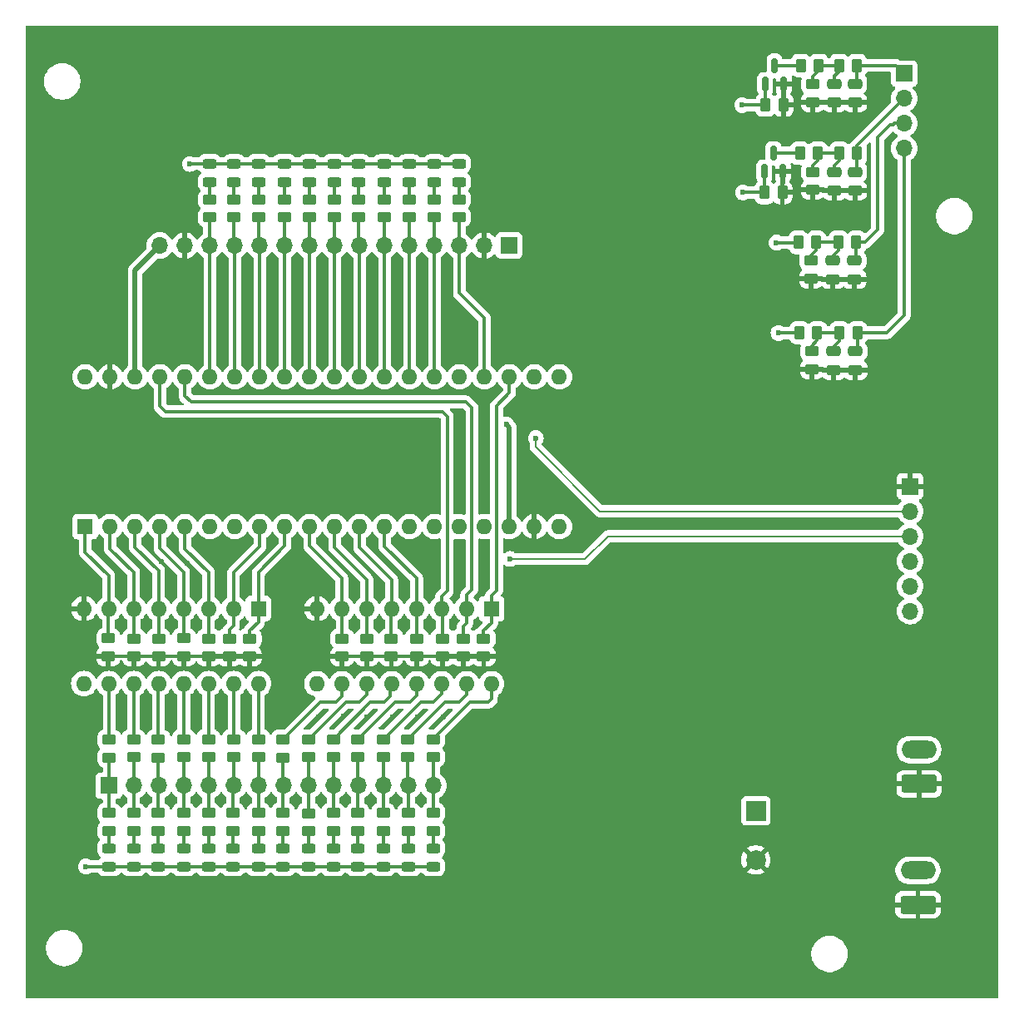
<source format=gtl>
%TF.GenerationSoftware,KiCad,Pcbnew,8.0.6*%
%TF.CreationDate,2024-12-03T08:55:30+01:00*%
%TF.ProjectId,PCB_Tester,5043425f-5465-4737-9465-722e6b696361,rev?*%
%TF.SameCoordinates,Original*%
%TF.FileFunction,Copper,L1,Top*%
%TF.FilePolarity,Positive*%
%FSLAX46Y46*%
G04 Gerber Fmt 4.6, Leading zero omitted, Abs format (unit mm)*
G04 Created by KiCad (PCBNEW 8.0.6) date 2024-12-03 08:55:30*
%MOMM*%
%LPD*%
G01*
G04 APERTURE LIST*
G04 Aperture macros list*
%AMRoundRect*
0 Rectangle with rounded corners*
0 $1 Rounding radius*
0 $2 $3 $4 $5 $6 $7 $8 $9 X,Y pos of 4 corners*
0 Add a 4 corners polygon primitive as box body*
4,1,4,$2,$3,$4,$5,$6,$7,$8,$9,$2,$3,0*
0 Add four circle primitives for the rounded corners*
1,1,$1+$1,$2,$3*
1,1,$1+$1,$4,$5*
1,1,$1+$1,$6,$7*
1,1,$1+$1,$8,$9*
0 Add four rect primitives between the rounded corners*
20,1,$1+$1,$2,$3,$4,$5,0*
20,1,$1+$1,$4,$5,$6,$7,0*
20,1,$1+$1,$6,$7,$8,$9,0*
20,1,$1+$1,$8,$9,$2,$3,0*%
G04 Aperture macros list end*
%TA.AperFunction,SMDPad,CuDef*%
%ADD10RoundRect,0.250000X-0.450000X0.262500X-0.450000X-0.262500X0.450000X-0.262500X0.450000X0.262500X0*%
%TD*%
%TA.AperFunction,SMDPad,CuDef*%
%ADD11RoundRect,0.250000X0.450000X-0.262500X0.450000X0.262500X-0.450000X0.262500X-0.450000X-0.262500X0*%
%TD*%
%TA.AperFunction,SMDPad,CuDef*%
%ADD12RoundRect,0.243750X-0.456250X0.243750X-0.456250X-0.243750X0.456250X-0.243750X0.456250X0.243750X0*%
%TD*%
%TA.AperFunction,SMDPad,CuDef*%
%ADD13RoundRect,0.250000X0.262500X0.450000X-0.262500X0.450000X-0.262500X-0.450000X0.262500X-0.450000X0*%
%TD*%
%TA.AperFunction,ComponentPad*%
%ADD14RoundRect,0.250000X1.550000X-0.650000X1.550000X0.650000X-1.550000X0.650000X-1.550000X-0.650000X0*%
%TD*%
%TA.AperFunction,ComponentPad*%
%ADD15O,3.600000X1.800000*%
%TD*%
%TA.AperFunction,SMDPad,CuDef*%
%ADD16RoundRect,0.243750X0.456250X-0.243750X0.456250X0.243750X-0.456250X0.243750X-0.456250X-0.243750X0*%
%TD*%
%TA.AperFunction,ComponentPad*%
%ADD17R,1.700000X1.700000*%
%TD*%
%TA.AperFunction,ComponentPad*%
%ADD18O,1.700000X1.700000*%
%TD*%
%TA.AperFunction,SMDPad,CuDef*%
%ADD19RoundRect,0.250000X-0.475000X0.250000X-0.475000X-0.250000X0.475000X-0.250000X0.475000X0.250000X0*%
%TD*%
%TA.AperFunction,ComponentPad*%
%ADD20R,2.000000X2.000000*%
%TD*%
%TA.AperFunction,ComponentPad*%
%ADD21C,2.000000*%
%TD*%
%TA.AperFunction,ComponentPad*%
%ADD22R,1.600000X1.600000*%
%TD*%
%TA.AperFunction,ComponentPad*%
%ADD23O,1.600000X1.600000*%
%TD*%
%TA.AperFunction,SMDPad,CuDef*%
%ADD24RoundRect,0.150000X0.150000X-0.587500X0.150000X0.587500X-0.150000X0.587500X-0.150000X-0.587500X0*%
%TD*%
%TA.AperFunction,ViaPad*%
%ADD25C,0.600000*%
%TD*%
%TA.AperFunction,Conductor*%
%ADD26C,0.300000*%
%TD*%
%TA.AperFunction,Conductor*%
%ADD27C,0.200000*%
%TD*%
%TA.AperFunction,Conductor*%
%ADD28C,0.500000*%
%TD*%
G04 APERTURE END LIST*
D10*
%TO.P,R27,1*%
%TO.N,Net-(J1-Pin_13)*%
X129480000Y-120660000D03*
%TO.P,R27,2*%
%TO.N,Net-(D13-K)*%
X129480000Y-122485000D03*
%TD*%
D11*
%TO.P,R49,1*%
%TO.N,PA_5_X6*%
X119400000Y-60025000D03*
%TO.P,R49,2*%
%TO.N,Net-(D21-K)*%
X119400000Y-58200000D03*
%TD*%
D12*
%TO.P,D8,1,K*%
%TO.N,Net-(D8-K)*%
X116680000Y-124235000D03*
%TO.P,D8,2,A*%
%TO.N,+5V*%
X116680000Y-126110000D03*
%TD*%
%TO.P,D11,1,K*%
%TO.N,Net-(D11-K)*%
X124280000Y-124235000D03*
%TO.P,D11,2,A*%
%TO.N,+5V*%
X124280000Y-126110000D03*
%TD*%
D13*
%TO.P,R29,1*%
%TO.N,Net-(C5-Pad1)*%
X171112500Y-53500000D03*
%TO.P,R29,2*%
%TO.N,Net-(Q1-D)*%
X169287500Y-53500000D03*
%TD*%
D11*
%TO.P,R45,1*%
%TO.N,PA_1_X7*%
X129500000Y-60025000D03*
%TO.P,R45,2*%
%TO.N,Net-(D17-K)*%
X129500000Y-58200000D03*
%TD*%
D10*
%TO.P,R20,1*%
%TO.N,Net-(J1-Pin_6)*%
X111580000Y-120647500D03*
%TO.P,R20,2*%
%TO.N,Net-(D6-K)*%
X111580000Y-122472500D03*
%TD*%
%TO.P,R5,1*%
%TO.N,Net-(U1-O3)*%
X109080000Y-113147500D03*
%TO.P,R5,2*%
%TO.N,Net-(J1-Pin_5)*%
X109080000Y-114972500D03*
%TD*%
D14*
%TO.P,J4,1,Pin_1*%
%TO.N,GND*%
X181400000Y-117700000D03*
D15*
%TO.P,J4,2,Pin_2*%
%TO.N,+12V*%
X181400000Y-114200000D03*
%TD*%
D10*
%TO.P,R1,1*%
%TO.N,Net-(U1-O7)*%
X98980000Y-113172500D03*
%TO.P,R1,2*%
%TO.N,Net-(J1-Pin_1)*%
X98980000Y-114997500D03*
%TD*%
D16*
%TO.P,D17,1,K*%
%TO.N,Net-(D17-K)*%
X129500000Y-56475000D03*
%TO.P,D17,2,A*%
%TO.N,+5V*%
X129500000Y-54600000D03*
%TD*%
D17*
%TO.P,J2,1,Pin_1*%
%TO.N,+3.3V*%
X139700000Y-62900000D03*
D18*
%TO.P,J2,2,Pin_2*%
%TO.N,GND*%
X137160000Y-62900000D03*
%TO.P,J2,3,Pin_3*%
%TO.N,PC_15_X9*%
X134620000Y-62900000D03*
%TO.P,J2,4,Pin_4*%
%TO.N,PA_0_X4*%
X132080000Y-62900000D03*
%TO.P,J2,5,Pin_5*%
%TO.N,PA_1_X7*%
X129540000Y-62900000D03*
%TO.P,J2,6,Pin_6*%
%TO.N,PA_2_X7*%
X127000000Y-62900000D03*
%TO.P,J2,7,Pin_7*%
%TO.N,PA_3_X24*%
X124460000Y-62900000D03*
%TO.P,J2,8,Pin_8*%
%TO.N,PA_4_X6*%
X121920000Y-62900000D03*
%TO.P,J2,9,Pin_9*%
%TO.N,PA_5_X6*%
X119380000Y-62900000D03*
%TO.P,J2,10,Pin_10*%
%TO.N,PA_6_X5*%
X116840000Y-62900000D03*
%TO.P,J2,11,Pin_11*%
%TO.N,PA_7_X20*%
X114300000Y-62900000D03*
%TO.P,J2,12,Pin_12*%
%TO.N,PB_0_X20*%
X111760000Y-62900000D03*
%TO.P,J2,13,Pin_13*%
%TO.N,PB_1_X19*%
X109220000Y-62900000D03*
%TO.P,J2,14,Pin_14*%
%TO.N,GND*%
X106680000Y-62900000D03*
%TO.P,J2,15,Pin_15*%
%TO.N,+3.3V*%
X104140000Y-62900000D03*
%TD*%
D10*
%TO.P,R57,1*%
%TO.N,PB_15_X21*%
X106600000Y-102875000D03*
%TO.P,R57,2*%
%TO.N,GND*%
X106600000Y-104700000D03*
%TD*%
D19*
%TO.P,C6,1*%
%TO.N,FS*%
X174900000Y-55400000D03*
%TO.P,C6,2*%
%TO.N,GND*%
X174900000Y-57300000D03*
%TD*%
D13*
%TO.P,R43,1*%
%TO.N,GND*%
X167500000Y-57500000D03*
%TO.P,R43,2*%
%TO.N,FS_PWM*%
X165675000Y-57500000D03*
%TD*%
D12*
%TO.P,D2,1,K*%
%TO.N,Net-(D2-K)*%
X101480000Y-124235000D03*
%TO.P,D2,2,A*%
%TO.N,+5V*%
X101480000Y-126110000D03*
%TD*%
D19*
%TO.P,C5,1*%
%TO.N,Net-(C5-Pad1)*%
X172800000Y-55400000D03*
%TO.P,C5,2*%
%TO.N,GND*%
X172800000Y-57300000D03*
%TD*%
D10*
%TO.P,R25,1*%
%TO.N,Net-(J1-Pin_11)*%
X124280000Y-120660000D03*
%TO.P,R25,2*%
%TO.N,Net-(D11-K)*%
X124280000Y-122485000D03*
%TD*%
D12*
%TO.P,D13,1,K*%
%TO.N,Net-(D13-K)*%
X129480000Y-124235000D03*
%TO.P,D13,2,A*%
%TO.N,+5V*%
X129480000Y-126110000D03*
%TD*%
D10*
%TO.P,R55,1*%
%TO.N,PB_13_X23*%
X101500000Y-102900000D03*
%TO.P,R55,2*%
%TO.N,GND*%
X101500000Y-104725000D03*
%TD*%
D11*
%TO.P,R46,1*%
%TO.N,PA_2_X7*%
X127000000Y-60025000D03*
%TO.P,R46,2*%
%TO.N,Net-(D18-K)*%
X127000000Y-58200000D03*
%TD*%
D10*
%TO.P,R8,1*%
%TO.N,Net-(U2-O7)*%
X116680000Y-113172500D03*
%TO.P,R8,2*%
%TO.N,Net-(J1-Pin_8)*%
X116680000Y-114997500D03*
%TD*%
D16*
%TO.P,D19,1,K*%
%TO.N,Net-(D19-K)*%
X124400000Y-56475000D03*
%TO.P,D19,2,A*%
%TO.N,+5V*%
X124400000Y-54600000D03*
%TD*%
D10*
%TO.P,R54,1*%
%TO.N,PB_12_X0*%
X98900000Y-102875000D03*
%TO.P,R54,2*%
%TO.N,GND*%
X98900000Y-104700000D03*
%TD*%
D19*
%TO.P,C1,1*%
%TO.N,Net-(C1-Pad1)*%
X172625000Y-64425000D03*
%TO.P,C1,2*%
%TO.N,GND*%
X172625000Y-66325000D03*
%TD*%
D12*
%TO.P,D7,1,K*%
%TO.N,Net-(D7-K)*%
X114180000Y-124235000D03*
%TO.P,D7,2,A*%
%TO.N,+5V*%
X114180000Y-126110000D03*
%TD*%
D19*
%TO.P,C4,1*%
%TO.N,PS*%
X174925000Y-73675000D03*
%TO.P,C4,2*%
%TO.N,GND*%
X174925000Y-75575000D03*
%TD*%
D11*
%TO.P,R47,1*%
%TO.N,PA_3_X24*%
X124400000Y-60025000D03*
%TO.P,R47,2*%
%TO.N,Net-(D19-K)*%
X124400000Y-58200000D03*
%TD*%
D10*
%TO.P,R26,1*%
%TO.N,Net-(J1-Pin_12)*%
X126880000Y-120660000D03*
%TO.P,R26,2*%
%TO.N,Net-(D12-K)*%
X126880000Y-122485000D03*
%TD*%
D12*
%TO.P,D5,1,K*%
%TO.N,Net-(D5-K)*%
X109080000Y-124235000D03*
%TO.P,D5,2,A*%
%TO.N,+5V*%
X109080000Y-126110000D03*
%TD*%
D10*
%TO.P,R17,1*%
%TO.N,Net-(J1-Pin_3)*%
X103980000Y-120660000D03*
%TO.P,R17,2*%
%TO.N,Net-(D3-K)*%
X103980000Y-122485000D03*
%TD*%
D13*
%TO.P,R42,1*%
%TO.N,PS*%
X175137500Y-71775000D03*
%TO.P,R42,2*%
%TO.N,Net-(C3-Pad1)*%
X173312500Y-71775000D03*
%TD*%
D10*
%TO.P,R63,1*%
%TO.N,PB_4_X10*%
X127700000Y-102900000D03*
%TO.P,R63,2*%
%TO.N,GND*%
X127700000Y-104725000D03*
%TD*%
D17*
%TO.P,J6,1,Pin_1*%
%TO.N,GND*%
X180500000Y-87400000D03*
D18*
%TO.P,J6,2,Pin_2*%
%TO.N,TX_1*%
X180500000Y-89940000D03*
%TO.P,J6,3,Pin_3*%
%TO.N,RX_1*%
X180500000Y-92480000D03*
%TO.P,J6,4,Pin_4*%
%TO.N,unconnected-(J6-Pin_4-Pad4)*%
X180500000Y-95020000D03*
%TO.P,J6,5,Pin_5*%
%TO.N,unconnected-(J6-Pin_5-Pad5)*%
X180500000Y-97560000D03*
%TO.P,J6,6,Pin_6*%
%TO.N,unconnected-(J6-Pin_6-Pad6)*%
X180500000Y-100100000D03*
%TD*%
D10*
%TO.P,R36,1*%
%TO.N,Net-(C7-Pad1)*%
X170600000Y-46475000D03*
%TO.P,R36,2*%
%TO.N,GND*%
X170600000Y-48300000D03*
%TD*%
D17*
%TO.P,J1,1,Pin_1*%
%TO.N,Net-(J1-Pin_1)*%
X98940000Y-117872500D03*
D18*
%TO.P,J1,2,Pin_2*%
%TO.N,Net-(J1-Pin_2)*%
X101480000Y-117872500D03*
%TO.P,J1,3,Pin_3*%
%TO.N,Net-(J1-Pin_3)*%
X104020000Y-117872500D03*
%TO.P,J1,4,Pin_4*%
%TO.N,Net-(J1-Pin_4)*%
X106560000Y-117872500D03*
%TO.P,J1,5,Pin_5*%
%TO.N,Net-(J1-Pin_5)*%
X109100000Y-117872500D03*
%TO.P,J1,6,Pin_6*%
%TO.N,Net-(J1-Pin_6)*%
X111640000Y-117872500D03*
%TO.P,J1,7,Pin_7*%
%TO.N,Net-(J1-Pin_7)*%
X114180000Y-117872500D03*
%TO.P,J1,8,Pin_8*%
%TO.N,Net-(J1-Pin_8)*%
X116720000Y-117872500D03*
%TO.P,J1,9,Pin_9*%
%TO.N,Net-(J1-Pin_9)*%
X119260000Y-117872500D03*
%TO.P,J1,10,Pin_10*%
%TO.N,Net-(J1-Pin_10)*%
X121800000Y-117872500D03*
%TO.P,J1,11,Pin_11*%
%TO.N,Net-(J1-Pin_11)*%
X124340000Y-117872500D03*
%TO.P,J1,12,Pin_12*%
%TO.N,Net-(J1-Pin_12)*%
X126880000Y-117872500D03*
%TO.P,J1,13,Pin_13*%
%TO.N,Net-(J1-Pin_13)*%
X129420000Y-117872500D03*
%TO.P,J1,14,Pin_14*%
%TO.N,Net-(J1-Pin_14)*%
X131960000Y-117872500D03*
%TD*%
D10*
%TO.P,R12,1*%
%TO.N,Net-(U2-O3)*%
X126880000Y-113147500D03*
%TO.P,R12,2*%
%TO.N,Net-(J1-Pin_12)*%
X126880000Y-114972500D03*
%TD*%
%TO.P,R10,1*%
%TO.N,Net-(U2-O5)*%
X121780000Y-113160000D03*
%TO.P,R10,2*%
%TO.N,Net-(J1-Pin_10)*%
X121780000Y-114985000D03*
%TD*%
%TO.P,R67,1*%
%TO.N,PC_14*%
X137100000Y-102900000D03*
%TO.P,R67,2*%
%TO.N,GND*%
X137100000Y-104725000D03*
%TD*%
D13*
%TO.P,R37,1*%
%TO.N,BS*%
X175100000Y-44575000D03*
%TO.P,R37,2*%
%TO.N,Net-(C7-Pad1)*%
X173275000Y-44575000D03*
%TD*%
D10*
%TO.P,R28,1*%
%TO.N,Net-(J1-Pin_14)*%
X131980000Y-120647500D03*
%TO.P,R28,2*%
%TO.N,Net-(D14-K)*%
X131980000Y-122472500D03*
%TD*%
%TO.P,R19,1*%
%TO.N,Net-(J1-Pin_5)*%
X109080000Y-120647500D03*
%TO.P,R19,2*%
%TO.N,Net-(D5-K)*%
X109080000Y-122472500D03*
%TD*%
D20*
%TO.P,C9,1*%
%TO.N,+12V*%
X164800000Y-120432323D03*
D21*
%TO.P,C9,2*%
%TO.N,GND*%
X164800000Y-125432323D03*
%TD*%
D10*
%TO.P,R58,1*%
%TO.N,PA_8_X21*%
X109100000Y-102900000D03*
%TO.P,R58,2*%
%TO.N,GND*%
X109100000Y-104725000D03*
%TD*%
D16*
%TO.P,D20,1,K*%
%TO.N,Net-(D20-K)*%
X121900000Y-56437500D03*
%TO.P,D20,2,A*%
%TO.N,+5V*%
X121900000Y-54562500D03*
%TD*%
D22*
%TO.P,U3,1,PB12*%
%TO.N,PB_12_X0*%
X96540000Y-91500000D03*
D23*
%TO.P,U3,2,PB13*%
%TO.N,PB_13_X23*%
X99080000Y-91500000D03*
%TO.P,U3,3,PB14*%
%TO.N,PB_14_X22*%
X101620000Y-91500000D03*
%TO.P,U3,4,PB15*%
%TO.N,PB_15_X21*%
X104160000Y-91500000D03*
%TO.P,U3,5,PA8*%
%TO.N,PA_8_X21*%
X106700000Y-91500000D03*
%TO.P,U3,6,PA9*%
%TO.N,TX_1*%
X109240000Y-91500000D03*
%TO.P,U3,7,PA10*%
%TO.N,RX_1*%
X111780000Y-91500000D03*
%TO.P,U3,8,PA11*%
%TO.N,PA_11_X16*%
X114320000Y-91500000D03*
%TO.P,U3,9,PA12*%
%TO.N,PA_12_X15*%
X116860000Y-91500000D03*
%TO.P,U3,10,PA15*%
%TO.N,PA_15_X14*%
X119400000Y-91500000D03*
%TO.P,U3,11,PB3*%
%TO.N,PB_3_X14*%
X121940000Y-91500000D03*
%TO.P,U3,12,PB4*%
%TO.N,PB_4_X10*%
X124480000Y-91500000D03*
%TO.P,U3,13,PB5*%
%TO.N,PB_5*%
X127020000Y-91500000D03*
%TO.P,U3,14,PB6*%
%TO.N,BS_PWM*%
X129560000Y-91500000D03*
%TO.P,U3,15,PB7*%
%TO.N,FS_PWM*%
X132100000Y-91500000D03*
%TO.P,U3,16,PB8*%
%TO.N,TC_PWM*%
X134640000Y-91500000D03*
%TO.P,U3,17,PB9*%
%TO.N,DPS_PWM*%
X137180000Y-91500000D03*
%TO.P,U3,18,3V3*%
%TO.N,+3.3V*%
X139720000Y-91500000D03*
%TO.P,U3,19,GND*%
%TO.N,GND*%
X142260000Y-91500000D03*
%TO.P,U3,20,5V*%
%TO.N,+5V*%
X144800000Y-91500000D03*
%TO.P,U3,21,VB*%
%TO.N,unconnected-(U3-VB-Pad21)*%
X144800000Y-76260000D03*
%TO.P,U3,22,PC13*%
%TO.N,unconnected-(U3-PC13-Pad22)*%
X142260000Y-76260000D03*
%TO.P,U3,23,PC14*%
%TO.N,PC_14*%
X139720000Y-76260000D03*
%TO.P,U3,24,PC15*%
%TO.N,PC_15_X9*%
X137180000Y-76260000D03*
%TO.P,U3,25,NRST*%
%TO.N,unconnected-(U3-NRST-Pad25)*%
X134640000Y-76260000D03*
%TO.P,U3,26,PA0/ADC0*%
%TO.N,PA_0_X4*%
X132100000Y-76260000D03*
%TO.P,U3,27,PA1/ADC1*%
%TO.N,PA_1_X7*%
X129560000Y-76260000D03*
%TO.P,U3,28,PA2/ADC2*%
%TO.N,PA_2_X7*%
X127020000Y-76260000D03*
%TO.P,U3,29,PA3/ADC3*%
%TO.N,PA_3_X24*%
X124480000Y-76260000D03*
%TO.P,U3,30,PA4/ADC4*%
%TO.N,PA_4_X6*%
X121940000Y-76260000D03*
%TO.P,U3,31,PA5/ADC5*%
%TO.N,PA_5_X6*%
X119400000Y-76260000D03*
%TO.P,U3,32,PA6/ADC6*%
%TO.N,PA_6_X5*%
X116860000Y-76260000D03*
%TO.P,U3,33,PA7/ADC7*%
%TO.N,PA_7_X20*%
X114320000Y-76260000D03*
%TO.P,U3,34,PB0/ADC8*%
%TO.N,PB_0_X20*%
X111780000Y-76260000D03*
%TO.P,U3,35,PB1/ADC9*%
%TO.N,PB_1_X19*%
X109240000Y-76260000D03*
%TO.P,U3,36,PB2*%
%TO.N,PB_2*%
X106700000Y-76260000D03*
%TO.P,U3,37,PB10*%
%TO.N,PB_10*%
X104160000Y-76260000D03*
%TO.P,U3,38,3V3*%
%TO.N,+3.3V*%
X101620000Y-76260000D03*
%TO.P,U3,39,GND*%
%TO.N,GND*%
X99080000Y-76260000D03*
%TO.P,U3,40,5V*%
%TO.N,+5V*%
X96540000Y-76260000D03*
%TD*%
D12*
%TO.P,D9,1,K*%
%TO.N,Net-(D9-K)*%
X119280000Y-124235000D03*
%TO.P,D9,2,A*%
%TO.N,+5V*%
X119280000Y-126110000D03*
%TD*%
%TO.P,D6,1,K*%
%TO.N,Net-(D6-K)*%
X111580000Y-124235000D03*
%TO.P,D6,2,A*%
%TO.N,+5V*%
X111580000Y-126110000D03*
%TD*%
D10*
%TO.P,R15,1*%
%TO.N,Net-(J1-Pin_1)*%
X98980000Y-120660000D03*
%TO.P,R15,2*%
%TO.N,Net-(D1-K)*%
X98980000Y-122485000D03*
%TD*%
D11*
%TO.P,R39,1*%
%TO.N,PA_0_X4*%
X132100000Y-60025000D03*
%TO.P,R39,2*%
%TO.N,Net-(D16-K)*%
X132100000Y-58200000D03*
%TD*%
D12*
%TO.P,D10,1,K*%
%TO.N,Net-(D10-K)*%
X121780000Y-124235000D03*
%TO.P,D10,2,A*%
%TO.N,+5V*%
X121780000Y-126110000D03*
%TD*%
D22*
%TO.P,U2,1,I1*%
%TO.N,PC_14*%
X137900000Y-99880000D03*
D23*
%TO.P,U2,2,I2*%
%TO.N,PB_2*%
X135360000Y-99880000D03*
%TO.P,U2,3,I3*%
%TO.N,PB_10*%
X132820000Y-99880000D03*
%TO.P,U2,4,I4*%
%TO.N,PB_5*%
X130280000Y-99880000D03*
%TO.P,U2,5,I5*%
%TO.N,PB_4_X10*%
X127740000Y-99880000D03*
%TO.P,U2,6,I6*%
%TO.N,PB_3_X14*%
X125200000Y-99880000D03*
%TO.P,U2,7,I7*%
%TO.N,PA_15_X14*%
X122660000Y-99880000D03*
%TO.P,U2,8,GND*%
%TO.N,GND*%
X120120000Y-99880000D03*
%TO.P,U2,9,COM*%
%TO.N,+12V*%
X120120000Y-107500000D03*
%TO.P,U2,10,O7*%
%TO.N,Net-(U2-O7)*%
X122660000Y-107500000D03*
%TO.P,U2,11,O6*%
%TO.N,Net-(U2-O6)*%
X125200000Y-107500000D03*
%TO.P,U2,12,O5*%
%TO.N,Net-(U2-O5)*%
X127740000Y-107500000D03*
%TO.P,U2,13,O4*%
%TO.N,Net-(U2-O4)*%
X130280000Y-107500000D03*
%TO.P,U2,14,O3*%
%TO.N,Net-(U2-O3)*%
X132820000Y-107500000D03*
%TO.P,U2,15,O2*%
%TO.N,Net-(U2-O2)*%
X135360000Y-107500000D03*
%TO.P,U2,16,O1*%
%TO.N,Net-(U2-O1)*%
X137900000Y-107500000D03*
%TD*%
D10*
%TO.P,R61,1*%
%TO.N,PA_15_X14*%
X122700000Y-102900000D03*
%TO.P,R61,2*%
%TO.N,GND*%
X122700000Y-104725000D03*
%TD*%
D14*
%TO.P,J5,1,Pin_1*%
%TO.N,GND*%
X181300000Y-130000000D03*
D15*
%TO.P,J5,2,Pin_2*%
%TO.N,+12V*%
X181300000Y-126500000D03*
%TD*%
D10*
%TO.P,R9,1*%
%TO.N,Net-(U2-O6)*%
X119280000Y-113160000D03*
%TO.P,R9,2*%
%TO.N,Net-(J1-Pin_9)*%
X119280000Y-114985000D03*
%TD*%
%TO.P,R7,1*%
%TO.N,Net-(U1-O1)*%
X114180000Y-113147500D03*
%TO.P,R7,2*%
%TO.N,Net-(J1-Pin_7)*%
X114180000Y-114972500D03*
%TD*%
D12*
%TO.P,D3,1,K*%
%TO.N,Net-(D3-K)*%
X103980000Y-124235000D03*
%TO.P,D3,2,A*%
%TO.N,+5V*%
X103980000Y-126110000D03*
%TD*%
D10*
%TO.P,R56,1*%
%TO.N,PB_14_X22*%
X104000000Y-102900000D03*
%TO.P,R56,2*%
%TO.N,GND*%
X104000000Y-104725000D03*
%TD*%
%TO.P,R59,1*%
%TO.N,PA_11_X16*%
X111200000Y-102900000D03*
%TO.P,R59,2*%
%TO.N,GND*%
X111200000Y-104725000D03*
%TD*%
D19*
%TO.P,C8,1*%
%TO.N,BS*%
X174900000Y-46425000D03*
%TO.P,C8,2*%
%TO.N,GND*%
X174900000Y-48325000D03*
%TD*%
D16*
%TO.P,D21,1,K*%
%TO.N,Net-(D21-K)*%
X119400000Y-56475000D03*
%TO.P,D21,2,A*%
%TO.N,+5V*%
X119400000Y-54600000D03*
%TD*%
D11*
%TO.P,R50,1*%
%TO.N,PA_6_X5*%
X116800000Y-60012500D03*
%TO.P,R50,2*%
%TO.N,Net-(D22-K)*%
X116800000Y-58187500D03*
%TD*%
D10*
%TO.P,R60,1*%
%TO.N,PA_12_X15*%
X113300000Y-102900000D03*
%TO.P,R60,2*%
%TO.N,GND*%
X113300000Y-104725000D03*
%TD*%
%TO.P,R64,1*%
%TO.N,PB_5*%
X130300000Y-102900000D03*
%TO.P,R64,2*%
%TO.N,GND*%
X130300000Y-104725000D03*
%TD*%
D11*
%TO.P,R51,1*%
%TO.N,PA_7_X20*%
X114200000Y-60012500D03*
%TO.P,R51,2*%
%TO.N,Net-(D23-K)*%
X114200000Y-58187500D03*
%TD*%
%TO.P,R48,1*%
%TO.N,PA_4_X6*%
X121900000Y-60025000D03*
%TO.P,R48,2*%
%TO.N,Net-(D20-K)*%
X121900000Y-58200000D03*
%TD*%
D13*
%TO.P,R35,1*%
%TO.N,Net-(C7-Pad1)*%
X171200000Y-44575000D03*
%TO.P,R35,2*%
%TO.N,Net-(Q2-D)*%
X169375000Y-44575000D03*
%TD*%
%TO.P,R44,1*%
%TO.N,GND*%
X167612500Y-48600000D03*
%TO.P,R44,2*%
%TO.N,BS_PWM*%
X165787500Y-48600000D03*
%TD*%
D12*
%TO.P,D4,1,K*%
%TO.N,Net-(D4-K)*%
X106580000Y-124235000D03*
%TO.P,D4,2,A*%
%TO.N,+5V*%
X106580000Y-126110000D03*
%TD*%
D10*
%TO.P,R23,1*%
%TO.N,Net-(J1-Pin_9)*%
X119280000Y-120672500D03*
%TO.P,R23,2*%
%TO.N,Net-(D9-K)*%
X119280000Y-122497500D03*
%TD*%
%TO.P,R62,1*%
%TO.N,PB_3_X14*%
X125200000Y-102900000D03*
%TO.P,R62,2*%
%TO.N,GND*%
X125200000Y-104725000D03*
%TD*%
D17*
%TO.P,J3,1,Pin_1*%
%TO.N,BS*%
X179900000Y-45400000D03*
D18*
%TO.P,J3,2,Pin_2*%
%TO.N,FS*%
X179900000Y-47940000D03*
%TO.P,J3,3,Pin_3*%
%TO.N,TC*%
X179900000Y-50480000D03*
%TO.P,J3,4,Pin_4*%
%TO.N,PS*%
X179900000Y-53020000D03*
%TD*%
D11*
%TO.P,R53,1*%
%TO.N,PB_1_X19*%
X109200000Y-60025000D03*
%TO.P,R53,2*%
%TO.N,Net-(D25-K)*%
X109200000Y-58200000D03*
%TD*%
D13*
%TO.P,R40,1*%
%TO.N,Net-(C3-Pad1)*%
X171050000Y-71775000D03*
%TO.P,R40,2*%
%TO.N,DPS_PWM*%
X169225000Y-71775000D03*
%TD*%
D16*
%TO.P,D16,1,K*%
%TO.N,Net-(D16-K)*%
X132100000Y-56475000D03*
%TO.P,D16,2,A*%
%TO.N,+5V*%
X132100000Y-54600000D03*
%TD*%
%TO.P,D23,1,K*%
%TO.N,Net-(D23-K)*%
X114200000Y-56437500D03*
%TO.P,D23,2,A*%
%TO.N,+5V*%
X114200000Y-54562500D03*
%TD*%
D22*
%TO.P,U1,1,I1*%
%TO.N,PA_12_X15*%
X114180000Y-99860000D03*
D23*
%TO.P,U1,2,I2*%
%TO.N,PA_11_X16*%
X111640000Y-99860000D03*
%TO.P,U1,3,I3*%
%TO.N,PA_8_X21*%
X109100000Y-99860000D03*
%TO.P,U1,4,I4*%
%TO.N,PB_15_X21*%
X106560000Y-99860000D03*
%TO.P,U1,5,I5*%
%TO.N,PB_14_X22*%
X104020000Y-99860000D03*
%TO.P,U1,6,I6*%
%TO.N,PB_13_X23*%
X101480000Y-99860000D03*
%TO.P,U1,7,I7*%
%TO.N,PB_12_X0*%
X98940000Y-99860000D03*
%TO.P,U1,8,GND*%
%TO.N,GND*%
X96400000Y-99860000D03*
%TO.P,U1,9,COM*%
%TO.N,+12V*%
X96400000Y-107480000D03*
%TO.P,U1,10,O7*%
%TO.N,Net-(U1-O7)*%
X98940000Y-107480000D03*
%TO.P,U1,11,O6*%
%TO.N,Net-(U1-O6)*%
X101480000Y-107480000D03*
%TO.P,U1,12,O5*%
%TO.N,Net-(U1-O5)*%
X104020000Y-107480000D03*
%TO.P,U1,13,O4*%
%TO.N,Net-(U1-O4)*%
X106560000Y-107480000D03*
%TO.P,U1,14,O3*%
%TO.N,Net-(U1-O3)*%
X109100000Y-107480000D03*
%TO.P,U1,15,O2*%
%TO.N,Net-(U1-O2)*%
X111640000Y-107480000D03*
%TO.P,U1,16,O1*%
%TO.N,Net-(U1-O1)*%
X114180000Y-107480000D03*
%TD*%
D12*
%TO.P,D14,1,K*%
%TO.N,Net-(D14-K)*%
X131980000Y-124235000D03*
%TO.P,D14,2,A*%
%TO.N,+5V*%
X131980000Y-126110000D03*
%TD*%
D10*
%TO.P,R66,1*%
%TO.N,PB_2*%
X135000000Y-102900000D03*
%TO.P,R66,2*%
%TO.N,GND*%
X135000000Y-104725000D03*
%TD*%
%TO.P,R16,1*%
%TO.N,Net-(J1-Pin_2)*%
X101480000Y-120660000D03*
%TO.P,R16,2*%
%TO.N,Net-(D2-K)*%
X101480000Y-122485000D03*
%TD*%
%TO.P,R30,1*%
%TO.N,Net-(C5-Pad1)*%
X170600000Y-55400000D03*
%TO.P,R30,2*%
%TO.N,GND*%
X170600000Y-57225000D03*
%TD*%
D19*
%TO.P,C3,1*%
%TO.N,Net-(C3-Pad1)*%
X172725000Y-73675000D03*
%TO.P,C3,2*%
%TO.N,GND*%
X172725000Y-75575000D03*
%TD*%
D12*
%TO.P,D12,1,K*%
%TO.N,Net-(D12-K)*%
X126880000Y-124235000D03*
%TO.P,D12,2,A*%
%TO.N,+5V*%
X126880000Y-126110000D03*
%TD*%
D24*
%TO.P,Q1,1,G*%
%TO.N,FS_PWM*%
X165650000Y-55375000D03*
%TO.P,Q1,2,S*%
%TO.N,GND*%
X167550000Y-55375000D03*
%TO.P,Q1,3,D*%
%TO.N,Net-(Q1-D)*%
X166600000Y-53500000D03*
%TD*%
D16*
%TO.P,D25,1,K*%
%TO.N,Net-(D25-K)*%
X109200000Y-56437500D03*
%TO.P,D25,2,A*%
%TO.N,+5V*%
X109200000Y-54562500D03*
%TD*%
%TO.P,D24,1,K*%
%TO.N,Net-(D24-K)*%
X111700000Y-56475000D03*
%TO.P,D24,2,A*%
%TO.N,+5V*%
X111700000Y-54600000D03*
%TD*%
D10*
%TO.P,R2,1*%
%TO.N,Net-(U1-O6)*%
X101480000Y-113160000D03*
%TO.P,R2,2*%
%TO.N,Net-(J1-Pin_2)*%
X101480000Y-114985000D03*
%TD*%
D16*
%TO.P,D18,1,K*%
%TO.N,Net-(D18-K)*%
X127000000Y-56475000D03*
%TO.P,D18,2,A*%
%TO.N,+5V*%
X127000000Y-54600000D03*
%TD*%
D13*
%TO.P,R34,1*%
%TO.N,FS*%
X175112500Y-53500000D03*
%TO.P,R34,2*%
%TO.N,Net-(C5-Pad1)*%
X173287500Y-53500000D03*
%TD*%
D19*
%TO.P,C2,1*%
%TO.N,TC*%
X174825000Y-64425000D03*
%TO.P,C2,2*%
%TO.N,GND*%
X174825000Y-66325000D03*
%TD*%
%TO.P,C7,1*%
%TO.N,Net-(C7-Pad1)*%
X172800000Y-46425000D03*
%TO.P,C7,2*%
%TO.N,GND*%
X172800000Y-48325000D03*
%TD*%
D10*
%TO.P,R13,1*%
%TO.N,Net-(U2-O2)*%
X129380000Y-113160000D03*
%TO.P,R13,2*%
%TO.N,Net-(J1-Pin_13)*%
X129380000Y-114985000D03*
%TD*%
%TO.P,R3,1*%
%TO.N,Net-(U1-O5)*%
X103980000Y-113172500D03*
%TO.P,R3,2*%
%TO.N,Net-(J1-Pin_3)*%
X103980000Y-114997500D03*
%TD*%
%TO.P,R21,1*%
%TO.N,Net-(J1-Pin_7)*%
X114180000Y-120647500D03*
%TO.P,R21,2*%
%TO.N,Net-(D7-K)*%
X114180000Y-122472500D03*
%TD*%
%TO.P,R6,1*%
%TO.N,Net-(U1-O2)*%
X111680000Y-113147500D03*
%TO.P,R6,2*%
%TO.N,Net-(J1-Pin_6)*%
X111680000Y-114972500D03*
%TD*%
D13*
%TO.P,R33,1*%
%TO.N,TC*%
X175025000Y-62575000D03*
%TO.P,R33,2*%
%TO.N,Net-(C1-Pad1)*%
X173200000Y-62575000D03*
%TD*%
D10*
%TO.P,R18,1*%
%TO.N,Net-(J1-Pin_4)*%
X106580000Y-120647500D03*
%TO.P,R18,2*%
%TO.N,Net-(D4-K)*%
X106580000Y-122472500D03*
%TD*%
%TO.P,R32,1*%
%TO.N,Net-(C1-Pad1)*%
X170425000Y-64450000D03*
%TO.P,R32,2*%
%TO.N,GND*%
X170425000Y-66275000D03*
%TD*%
D11*
%TO.P,R52,1*%
%TO.N,PB_0_X20*%
X111700000Y-60025000D03*
%TO.P,R52,2*%
%TO.N,Net-(D24-K)*%
X111700000Y-58200000D03*
%TD*%
D16*
%TO.P,D22,1,K*%
%TO.N,Net-(D22-K)*%
X116800000Y-56437500D03*
%TO.P,D22,2,A*%
%TO.N,+5V*%
X116800000Y-54562500D03*
%TD*%
%TO.P,D15,1,K*%
%TO.N,Net-(D15-K)*%
X134600000Y-56437500D03*
%TO.P,D15,2,A*%
%TO.N,+5V*%
X134600000Y-54562500D03*
%TD*%
D10*
%TO.P,R14,1*%
%TO.N,Net-(U2-O1)*%
X131980000Y-113147500D03*
%TO.P,R14,2*%
%TO.N,Net-(J1-Pin_14)*%
X131980000Y-114972500D03*
%TD*%
%TO.P,R4,1*%
%TO.N,Net-(U1-O4)*%
X106580000Y-113147500D03*
%TO.P,R4,2*%
%TO.N,Net-(J1-Pin_4)*%
X106580000Y-114972500D03*
%TD*%
D12*
%TO.P,D1,1,K*%
%TO.N,Net-(D1-K)*%
X98980000Y-124235000D03*
%TO.P,D1,2,A*%
%TO.N,+5V*%
X98980000Y-126110000D03*
%TD*%
D11*
%TO.P,R38,1*%
%TO.N,PC_15_X9*%
X134600000Y-60012500D03*
%TO.P,R38,2*%
%TO.N,Net-(D15-K)*%
X134600000Y-58187500D03*
%TD*%
D10*
%TO.P,R65,1*%
%TO.N,PB_10*%
X132900000Y-102900000D03*
%TO.P,R65,2*%
%TO.N,GND*%
X132900000Y-104725000D03*
%TD*%
%TO.P,R41,1*%
%TO.N,Net-(C3-Pad1)*%
X170525000Y-73675000D03*
%TO.P,R41,2*%
%TO.N,GND*%
X170525000Y-75500000D03*
%TD*%
%TO.P,R22,1*%
%TO.N,Net-(J1-Pin_8)*%
X116680000Y-120647500D03*
%TO.P,R22,2*%
%TO.N,Net-(D8-K)*%
X116680000Y-122472500D03*
%TD*%
D24*
%TO.P,Q2,1,G*%
%TO.N,BS_PWM*%
X165750000Y-46475000D03*
%TO.P,Q2,2,S*%
%TO.N,GND*%
X167650000Y-46475000D03*
%TO.P,Q2,3,D*%
%TO.N,Net-(Q2-D)*%
X166700000Y-44600000D03*
%TD*%
D10*
%TO.P,R24,1*%
%TO.N,Net-(J1-Pin_10)*%
X121780000Y-120660000D03*
%TO.P,R24,2*%
%TO.N,Net-(D10-K)*%
X121780000Y-122485000D03*
%TD*%
%TO.P,R11,1*%
%TO.N,Net-(U2-O4)*%
X124280000Y-113160000D03*
%TO.P,R11,2*%
%TO.N,Net-(J1-Pin_11)*%
X124280000Y-114985000D03*
%TD*%
D13*
%TO.P,R31,1*%
%TO.N,Net-(C1-Pad1)*%
X170950000Y-62575000D03*
%TO.P,R31,2*%
%TO.N,TC_PWM*%
X169125000Y-62575000D03*
%TD*%
D25*
%TO.N,GND*%
X182800000Y-63800000D03*
%TO.N,+5V*%
X96600000Y-126100000D03*
X107200000Y-54600000D03*
%TO.N,GND*%
X174200000Y-130300000D03*
X152600000Y-59300000D03*
X177600000Y-83000000D03*
X112900000Y-110900000D03*
X100100000Y-106000000D03*
X118100000Y-93500000D03*
X112900000Y-119700000D03*
X138800000Y-102000000D03*
X101100000Y-50900000D03*
X113100000Y-73500000D03*
X166600000Y-42000000D03*
X165000000Y-50900000D03*
X152700000Y-42000000D03*
X127000000Y-130200000D03*
X124500000Y-138400000D03*
X127100000Y-138400000D03*
X155600000Y-42000000D03*
X144100000Y-55200000D03*
X159000000Y-111600000D03*
X128200000Y-119700000D03*
X95900000Y-130200000D03*
X137700000Y-125900000D03*
X152600000Y-65200000D03*
X102700000Y-101500000D03*
X119700000Y-134500000D03*
X119200000Y-88100000D03*
X174900000Y-60300000D03*
X164700000Y-83000000D03*
X117200000Y-45500000D03*
X137600000Y-121200000D03*
X159300000Y-45500000D03*
X152600000Y-67900000D03*
X172300000Y-83000000D03*
X140600000Y-45500000D03*
X152600000Y-62700000D03*
X121900000Y-51000000D03*
X163300000Y-138400000D03*
X127100000Y-134500000D03*
X178400000Y-54800000D03*
X91100000Y-42000000D03*
X106400000Y-50900000D03*
X140500000Y-59300000D03*
X108100000Y-83400000D03*
X182900000Y-97400000D03*
X115400000Y-97200000D03*
X105300000Y-101500000D03*
X122100000Y-138400000D03*
X98500000Y-130200000D03*
X94200000Y-84300000D03*
X120000000Y-105200000D03*
X144100000Y-130200000D03*
X147300000Y-55200000D03*
X122800000Y-110800000D03*
X137100000Y-97300000D03*
X115000000Y-105600000D03*
X91000000Y-75900000D03*
X142400000Y-111600000D03*
X127000000Y-45500000D03*
X154200000Y-97300000D03*
X185800000Y-97400000D03*
X162100000Y-60300000D03*
X161500000Y-108700000D03*
X162300000Y-87800000D03*
X107800000Y-119700000D03*
X147400000Y-134500000D03*
X91000000Y-64600000D03*
X166700000Y-138400000D03*
X150200000Y-125900000D03*
X188600000Y-103400000D03*
X112200000Y-130200000D03*
X183100000Y-108700000D03*
X182900000Y-92300000D03*
X166700000Y-130300000D03*
X122100000Y-134500000D03*
X158100000Y-108700000D03*
X188800000Y-130200000D03*
X158100000Y-97300000D03*
X164800000Y-78500000D03*
X180300000Y-78500000D03*
X147300000Y-130200000D03*
X122000000Y-42000000D03*
X164700000Y-87800000D03*
X150000000Y-55200000D03*
X115400000Y-111500000D03*
X178400000Y-73300000D03*
X109100000Y-134500000D03*
X95900000Y-50900000D03*
X166700000Y-134500000D03*
X160700000Y-69200000D03*
X91100000Y-130200000D03*
X176000000Y-97300000D03*
X175100000Y-78500000D03*
X174200000Y-138400000D03*
X154400000Y-103300000D03*
X112200000Y-50900000D03*
X101200000Y-138400000D03*
X90800000Y-55000000D03*
X91000000Y-93200000D03*
X98100000Y-83400000D03*
X112300000Y-134500000D03*
X101100000Y-42000000D03*
X123100000Y-119700000D03*
X155200000Y-50900000D03*
X158300000Y-103300000D03*
X109000000Y-130200000D03*
X132300000Y-45500000D03*
X109000000Y-50900000D03*
X147300000Y-45500000D03*
X97400000Y-101700000D03*
X134700000Y-73500000D03*
X140600000Y-55200000D03*
X147400000Y-138400000D03*
X95200000Y-65400000D03*
X141300000Y-101500000D03*
X124200000Y-88200000D03*
X90900000Y-79400000D03*
X152700000Y-45500000D03*
X106500000Y-134500000D03*
X132300000Y-42000000D03*
X152800000Y-134500000D03*
X171500000Y-115900000D03*
X136600000Y-106100000D03*
X135000000Y-121200000D03*
X176200000Y-103300000D03*
X161500000Y-97300000D03*
X144100000Y-117000000D03*
X91000000Y-109600000D03*
X114700000Y-42000000D03*
X146400000Y-73200000D03*
X175000000Y-83000000D03*
X98500000Y-50900000D03*
X162400000Y-78500000D03*
X146200000Y-89300000D03*
X112200000Y-45500000D03*
X131000000Y-93600000D03*
X183400000Y-83000000D03*
X91200000Y-119800000D03*
X152700000Y-117000000D03*
X188600000Y-69700000D03*
X147400000Y-121200000D03*
X152700000Y-55200000D03*
X102900000Y-83400000D03*
X95200000Y-69700000D03*
X141700000Y-108700000D03*
X177600000Y-87800000D03*
X188600000Y-75000000D03*
X136400000Y-101600000D03*
X162300000Y-50900000D03*
X140700000Y-134500000D03*
X139700000Y-111600000D03*
X152900000Y-125900000D03*
X177700000Y-138400000D03*
X150000000Y-42000000D03*
X140600000Y-50900000D03*
X140700000Y-138400000D03*
X91200000Y-114700000D03*
X107800000Y-74000000D03*
X119600000Y-45500000D03*
X137600000Y-138400000D03*
X98100000Y-87700000D03*
X114700000Y-130200000D03*
X127000000Y-42000000D03*
X184700000Y-116000000D03*
X122000000Y-130200000D03*
X102700000Y-106000000D03*
X138200000Y-69200000D03*
X93600000Y-138400000D03*
X138600000Y-73700000D03*
X172500000Y-97300000D03*
X184500000Y-75100000D03*
X147600000Y-108700000D03*
X152800000Y-138400000D03*
X102900000Y-87700000D03*
X105300000Y-119700000D03*
X188400000Y-87800000D03*
X188700000Y-42000000D03*
X115100000Y-101800000D03*
X159400000Y-121200000D03*
X162300000Y-83000000D03*
X112600000Y-101500000D03*
X132300000Y-50900000D03*
X144200000Y-138400000D03*
X102700000Y-119700000D03*
X188600000Y-108700000D03*
X185900000Y-87800000D03*
X152600000Y-77300000D03*
X93500000Y-130200000D03*
X150000000Y-45500000D03*
X144000000Y-59300000D03*
X147300000Y-42000000D03*
X101100000Y-130200000D03*
X96100000Y-115000000D03*
X100200000Y-110800000D03*
X151700000Y-111600000D03*
X96000000Y-138400000D03*
X98500000Y-42000000D03*
X124400000Y-130200000D03*
X96100000Y-119800000D03*
X140600000Y-117000000D03*
X114800000Y-138400000D03*
X116600000Y-105300000D03*
X178400000Y-65900000D03*
X152600000Y-70600000D03*
X99500000Y-73900000D03*
X132300000Y-130200000D03*
X106400000Y-130200000D03*
X163200000Y-42000000D03*
X135000000Y-134500000D03*
X137500000Y-42000000D03*
X155800000Y-125900000D03*
X166100000Y-69200000D03*
X90800000Y-83900000D03*
X174200000Y-116500000D03*
X155600000Y-111600000D03*
X188600000Y-54100000D03*
X165100000Y-108700000D03*
X166500000Y-115900000D03*
X184400000Y-134500000D03*
X186000000Y-103400000D03*
X116000000Y-88100000D03*
X112900000Y-106200000D03*
X175700000Y-69200000D03*
X91000000Y-59500000D03*
X183500000Y-78500000D03*
X115500000Y-119700000D03*
X125200000Y-110900000D03*
X103800000Y-45500000D03*
X134400000Y-79700000D03*
X119700000Y-50900000D03*
X99600000Y-69800000D03*
X109600000Y-95200000D03*
X172300000Y-87800000D03*
X93500000Y-50900000D03*
X114800000Y-134500000D03*
X129000000Y-106100000D03*
X115500000Y-73500000D03*
X175000000Y-87800000D03*
X135100000Y-125900000D03*
X170200000Y-42000000D03*
X115600000Y-93400000D03*
X162600000Y-111600000D03*
X107900000Y-69900000D03*
X127000000Y-50900000D03*
X91000000Y-104300000D03*
X169800000Y-78500000D03*
X184300000Y-49400000D03*
X103500000Y-65500000D03*
X103400000Y-73900000D03*
X137000000Y-79000000D03*
X141000000Y-93500000D03*
X108100000Y-87700000D03*
X129700000Y-42000000D03*
X91000000Y-98300000D03*
X134500000Y-97400000D03*
X129800000Y-134500000D03*
X179400000Y-103300000D03*
X109000000Y-45500000D03*
X169000000Y-69200000D03*
X146500000Y-69100000D03*
X135000000Y-138400000D03*
X172700000Y-103300000D03*
X121700000Y-83400000D03*
X131600000Y-106000000D03*
X98600000Y-138400000D03*
X166500000Y-111600000D03*
X104300000Y-95100000D03*
X120600000Y-73500000D03*
X124500000Y-51000000D03*
X128200000Y-73600000D03*
X98500000Y-45500000D03*
X96400000Y-105100000D03*
X124400000Y-45500000D03*
X117200000Y-50900000D03*
X180200000Y-83000000D03*
X110300000Y-101400000D03*
X159400000Y-134500000D03*
X130800000Y-73600000D03*
X103800000Y-42000000D03*
X126500000Y-101600000D03*
X110400000Y-65700000D03*
X134900000Y-130200000D03*
X148000000Y-111600000D03*
X177700000Y-128000000D03*
X129700000Y-50900000D03*
X112200000Y-42000000D03*
X107300000Y-56700000D03*
X130400000Y-110900000D03*
X149800000Y-91100000D03*
X141500000Y-97400000D03*
X114700000Y-45500000D03*
X184300000Y-42000000D03*
X154200000Y-108700000D03*
X155200000Y-82400000D03*
X184400000Y-138400000D03*
X94400000Y-112700000D03*
X120300000Y-110900000D03*
X100500000Y-87700000D03*
X155700000Y-121200000D03*
X188600000Y-92300000D03*
X146700000Y-93400000D03*
X107800000Y-106000000D03*
X117300000Y-134500000D03*
X174200000Y-127400000D03*
X183100000Y-103400000D03*
X140600000Y-42000000D03*
X95200000Y-60000000D03*
X150500000Y-108700000D03*
X188800000Y-113800000D03*
X141100000Y-89300000D03*
X121700000Y-88100000D03*
X176000000Y-108700000D03*
X159400000Y-138400000D03*
X101200000Y-134500000D03*
X137500000Y-55200000D03*
X97700000Y-97000000D03*
X165300000Y-103300000D03*
X113000000Y-65800000D03*
X152600000Y-73800000D03*
X174300000Y-50900000D03*
X91200000Y-125800000D03*
X105500000Y-87700000D03*
X177600000Y-122100000D03*
X125600000Y-119700000D03*
X163300000Y-130300000D03*
X174200000Y-120400000D03*
X167100000Y-87800000D03*
X178400000Y-69400000D03*
X140800000Y-125900000D03*
X120900000Y-93500000D03*
X144900000Y-108700000D03*
X110400000Y-106100000D03*
X133000000Y-110900000D03*
X125800000Y-73600000D03*
X184400000Y-122100000D03*
X90800000Y-88700000D03*
X119700000Y-138400000D03*
X106400000Y-42000000D03*
X114700000Y-50900000D03*
X94200000Y-104700000D03*
X136500000Y-66400000D03*
X155600000Y-130200000D03*
X120600000Y-65800000D03*
X137500000Y-50900000D03*
X124200000Y-83400000D03*
X159300000Y-50900000D03*
X150100000Y-134500000D03*
X101100000Y-45500000D03*
X99600000Y-65500000D03*
X188500000Y-44800000D03*
X188400000Y-49300000D03*
X142000000Y-73100000D03*
X106900000Y-95200000D03*
X100500000Y-83400000D03*
X118000000Y-65800000D03*
X113400000Y-88200000D03*
X103800000Y-130200000D03*
X150500000Y-97300000D03*
X127700000Y-88200000D03*
X103500000Y-69800000D03*
X116600000Y-101300000D03*
X110300000Y-110900000D03*
X110800000Y-83400000D03*
X172500000Y-108700000D03*
X159500000Y-125900000D03*
X188800000Y-138400000D03*
X152800000Y-121200000D03*
X164800000Y-60300000D03*
X127800000Y-110900000D03*
X134900000Y-117000000D03*
X152700000Y-130200000D03*
X169000000Y-97300000D03*
X98600000Y-134500000D03*
X141000000Y-79000000D03*
X131800000Y-97400000D03*
X179200000Y-108700000D03*
X101700000Y-95000000D03*
X118000000Y-119700000D03*
X98800000Y-95000000D03*
X91100000Y-50900000D03*
X184900000Y-124900000D03*
X186000000Y-78500000D03*
X186000000Y-108700000D03*
X155600000Y-117000000D03*
X167100000Y-83000000D03*
X129000000Y-101600000D03*
X162400000Y-91200000D03*
X119600000Y-130200000D03*
X110400000Y-119700000D03*
X165100000Y-97300000D03*
X170700000Y-121100000D03*
X123900000Y-106100000D03*
X159300000Y-42000000D03*
X94400000Y-93200000D03*
X155600000Y-45500000D03*
X102700000Y-110900000D03*
X178200000Y-91200000D03*
X171400000Y-60300000D03*
X146000000Y-82600000D03*
X105300000Y-106000000D03*
X129800000Y-138400000D03*
X142100000Y-69000000D03*
X169200000Y-103300000D03*
X144100000Y-50900000D03*
X134100000Y-101600000D03*
X145100000Y-111600000D03*
X119600000Y-42000000D03*
X94200000Y-101900000D03*
X99600000Y-56600000D03*
X137500000Y-117000000D03*
X103900000Y-134500000D03*
X130800000Y-119700000D03*
X106400000Y-45500000D03*
X152600000Y-80400000D03*
X144200000Y-121200000D03*
X174200000Y-124000000D03*
X185800000Y-92300000D03*
X129700000Y-45500000D03*
X105500000Y-83400000D03*
X159400000Y-60300000D03*
X185900000Y-83000000D03*
X123800000Y-97400000D03*
X113400000Y-83400000D03*
X188400000Y-83000000D03*
X184500000Y-69800000D03*
X152700000Y-50900000D03*
X117200000Y-42000000D03*
X155100000Y-59300000D03*
X134900000Y-45500000D03*
X183400000Y-87800000D03*
X122000000Y-45500000D03*
X188600000Y-58600000D03*
X188800000Y-134500000D03*
X95900000Y-42000000D03*
X128800000Y-97400000D03*
X167200000Y-78500000D03*
X106500000Y-138400000D03*
X97700000Y-106000000D03*
X131400000Y-85900000D03*
X109000000Y-42000000D03*
X184500000Y-54200000D03*
X163400000Y-69200000D03*
X150100000Y-121200000D03*
X128400000Y-65900000D03*
X163000000Y-115900000D03*
X188500000Y-78500000D03*
X150000000Y-130200000D03*
X146500000Y-64800000D03*
X184400000Y-44900000D03*
X155700000Y-138400000D03*
X131500000Y-101600000D03*
X113000000Y-93300000D03*
X181200000Y-134500000D03*
X144100000Y-45500000D03*
X181100000Y-42000000D03*
X109100000Y-138400000D03*
X137500000Y-45500000D03*
X188800000Y-124900000D03*
X100200000Y-119700000D03*
X96100000Y-124500000D03*
X126400000Y-97400000D03*
X116000000Y-83400000D03*
X159300000Y-117000000D03*
X169000000Y-108700000D03*
X155200000Y-55200000D03*
X134900000Y-50900000D03*
X188600000Y-63700000D03*
X177600000Y-42000000D03*
X188800000Y-118900000D03*
X123200000Y-73500000D03*
X130800000Y-66500000D03*
X150700000Y-103300000D03*
X178400000Y-62400000D03*
X107300000Y-60200000D03*
X140600000Y-130200000D03*
X105200000Y-110900000D03*
X170300000Y-130300000D03*
X146100000Y-78900000D03*
X144100000Y-42000000D03*
X140700000Y-121200000D03*
X144300000Y-125900000D03*
X137600000Y-134500000D03*
X91000000Y-70600000D03*
X184400000Y-130100000D03*
X129700000Y-130200000D03*
X170000000Y-111600000D03*
X116600000Y-109300000D03*
X167700000Y-60300000D03*
X110600000Y-73500000D03*
X181200000Y-138400000D03*
X102900000Y-60100000D03*
X103900000Y-138400000D03*
X126500000Y-106100000D03*
X142100000Y-64700000D03*
X155700000Y-134500000D03*
X117300000Y-138400000D03*
X137500000Y-130200000D03*
X147300000Y-117000000D03*
X132400000Y-134500000D03*
X118100000Y-73500000D03*
X120500000Y-119700000D03*
X173500000Y-111600000D03*
X150100000Y-138400000D03*
X178400000Y-59200000D03*
X119200000Y-83400000D03*
X124500000Y-134500000D03*
X132400000Y-138400000D03*
X95100000Y-73800000D03*
X144200000Y-134500000D03*
X188600000Y-97400000D03*
X133300000Y-66500000D03*
X121300000Y-97400000D03*
X125700000Y-65900000D03*
X147500000Y-125900000D03*
X170600000Y-50900000D03*
X169700000Y-87800000D03*
X147800000Y-103300000D03*
X124400000Y-42000000D03*
X123900000Y-101600000D03*
X134700000Y-112600000D03*
X177700000Y-78500000D03*
X161700000Y-103300000D03*
X105500000Y-78600000D03*
X177700000Y-134500000D03*
X134900000Y-42000000D03*
X170300000Y-138400000D03*
X107700000Y-110900000D03*
X115500000Y-65800000D03*
X139300000Y-105900000D03*
X150000000Y-50900000D03*
X95200000Y-56500000D03*
X103800000Y-50900000D03*
X176700000Y-111600000D03*
X163300000Y-134500000D03*
X112300000Y-138400000D03*
X174100000Y-42000000D03*
X94300000Y-77600000D03*
X147600000Y-97300000D03*
X107800000Y-101400000D03*
X94400000Y-123600000D03*
X169700000Y-83000000D03*
X167700000Y-50900000D03*
X99600000Y-60100000D03*
X127600000Y-83400000D03*
X147200000Y-59300000D03*
X107900000Y-65600000D03*
X147300000Y-50900000D03*
X123100000Y-65800000D03*
X100100000Y-101500000D03*
X91200000Y-138400000D03*
X120100000Y-101800000D03*
X137400000Y-59300000D03*
X117200000Y-130200000D03*
X150000000Y-117000000D03*
X159300000Y-130200000D03*
X93500000Y-42000000D03*
X137400000Y-93600000D03*
X170500000Y-126200000D03*
X134100000Y-106100000D03*
X102900000Y-56600000D03*
X172400000Y-78500000D03*
X172700000Y-69200000D03*
X149900000Y-59300000D03*
%TO.N,RX_1*%
X139800000Y-94800000D03*
%TO.N,TX_1*%
X142400000Y-82500000D03*
%TO.N,+3.3V*%
X139400000Y-81100000D03*
%TO.N,FS_PWM*%
X163500000Y-57500000D03*
%TO.N,BS_PWM*%
X163400000Y-48600000D03*
%TO.N,TC_PWM*%
X166900000Y-62600000D03*
%TO.N,DPS_PWM*%
X167100000Y-71800000D03*
%TD*%
D26*
%TO.N,+5V*%
X124280000Y-126110000D02*
X121780000Y-126110000D01*
X121900000Y-54562500D02*
X124362500Y-54562500D01*
X107237500Y-54562500D02*
X107200000Y-54600000D01*
X131980000Y-126110000D02*
X129480000Y-126110000D01*
X129500000Y-54600000D02*
X132100000Y-54600000D01*
X109200000Y-54562500D02*
X107237500Y-54562500D01*
X98980000Y-126110000D02*
X96610000Y-126110000D01*
X116800000Y-54562500D02*
X119362500Y-54562500D01*
X114180000Y-126110000D02*
X111580000Y-126110000D01*
X101480000Y-126110000D02*
X98980000Y-126110000D01*
X126880000Y-126110000D02*
X129480000Y-126110000D01*
X119280000Y-126110000D02*
X116680000Y-126110000D01*
X111700000Y-54600000D02*
X114162500Y-54600000D01*
X106580000Y-126110000D02*
X103980000Y-126110000D01*
X132100000Y-54600000D02*
X134562500Y-54600000D01*
X109080000Y-126110000D02*
X106580000Y-126110000D01*
X124400000Y-54600000D02*
X127000000Y-54600000D01*
X109200000Y-54562500D02*
X111662500Y-54562500D01*
X116680000Y-126110000D02*
X114180000Y-126110000D01*
X119400000Y-54600000D02*
X121862500Y-54600000D01*
X96610000Y-126110000D02*
X96600000Y-126100000D01*
X114200000Y-54562500D02*
X116800000Y-54562500D01*
X121780000Y-126110000D02*
X119280000Y-126110000D01*
X103980000Y-126110000D02*
X101480000Y-126110000D01*
X111580000Y-126110000D02*
X109080000Y-126110000D01*
X126880000Y-126110000D02*
X124280000Y-126110000D01*
X127000000Y-54600000D02*
X129500000Y-54600000D01*
%TO.N,Net-(D1-K)*%
X98980000Y-124235000D02*
X98980000Y-122485000D01*
%TO.N,Net-(D2-K)*%
X101480000Y-124235000D02*
X101480000Y-122485000D01*
%TO.N,Net-(D3-K)*%
X103980000Y-124235000D02*
X103980000Y-122485000D01*
%TO.N,Net-(D4-K)*%
X106580000Y-124235000D02*
X106580000Y-122472500D01*
%TO.N,Net-(D5-K)*%
X109080000Y-124235000D02*
X109080000Y-122472500D01*
%TO.N,Net-(D6-K)*%
X111580000Y-124235000D02*
X111580000Y-122472500D01*
%TO.N,Net-(D7-K)*%
X114180000Y-124235000D02*
X114180000Y-122472500D01*
%TO.N,Net-(D8-K)*%
X116680000Y-124235000D02*
X116680000Y-122472500D01*
%TO.N,Net-(D9-K)*%
X119280000Y-124235000D02*
X119280000Y-122497500D01*
%TO.N,Net-(D10-K)*%
X121780000Y-124235000D02*
X121780000Y-122485000D01*
%TO.N,Net-(D11-K)*%
X124280000Y-124235000D02*
X124280000Y-122485000D01*
%TO.N,Net-(D12-K)*%
X126880000Y-124235000D02*
X126880000Y-122485000D01*
%TO.N,Net-(D13-K)*%
X129480000Y-124235000D02*
X129480000Y-122485000D01*
%TO.N,Net-(D14-K)*%
X131980000Y-124235000D02*
X131980000Y-122472500D01*
%TO.N,GND*%
X98925000Y-104725000D02*
X98900000Y-104700000D01*
X109100000Y-104725000D02*
X106625000Y-104725000D01*
X104025000Y-104700000D02*
X104000000Y-104725000D01*
X130300000Y-104725000D02*
X127700000Y-104725000D01*
X106600000Y-104700000D02*
X104025000Y-104700000D01*
X101500000Y-104725000D02*
X98925000Y-104725000D01*
X132900000Y-104725000D02*
X130300000Y-104725000D01*
X125200000Y-104725000D02*
X122700000Y-104725000D01*
X104000000Y-104725000D02*
X101500000Y-104725000D01*
X106625000Y-104725000D02*
X106600000Y-104700000D01*
X127700000Y-104725000D02*
X125200000Y-104725000D01*
%TO.N,Net-(J1-Pin_13)*%
X129480000Y-120660000D02*
X129480000Y-117932500D01*
X129380000Y-114985000D02*
X129380000Y-117832500D01*
%TO.N,Net-(J1-Pin_3)*%
X103980000Y-120660000D02*
X103980000Y-117912500D01*
X103980000Y-114997500D02*
X103980000Y-117832500D01*
%TO.N,Net-(J1-Pin_12)*%
X126880000Y-114972500D02*
X126880000Y-117872500D01*
X126880000Y-120660000D02*
X126880000Y-117872500D01*
%TO.N,Net-(J1-Pin_10)*%
X121780000Y-114985000D02*
X121780000Y-117852500D01*
X121780000Y-120660000D02*
X121780000Y-117892500D01*
%TO.N,Net-(J1-Pin_11)*%
X124280000Y-120660000D02*
X124280000Y-117932500D01*
X124280000Y-114985000D02*
X124280000Y-117812500D01*
%TO.N,Net-(J1-Pin_5)*%
X109080000Y-120647500D02*
X109080000Y-117892500D01*
X109080000Y-114972500D02*
X109080000Y-117852500D01*
%TO.N,Net-(J1-Pin_4)*%
X106580000Y-114972500D02*
X106580000Y-117852500D01*
X106580000Y-120647500D02*
X106580000Y-117892500D01*
%TO.N,Net-(J1-Pin_8)*%
X116680000Y-114997500D02*
X116680000Y-117832500D01*
X116680000Y-120647500D02*
X116680000Y-117912500D01*
%TO.N,Net-(J1-Pin_6)*%
X111580000Y-120647500D02*
X111580000Y-117932500D01*
X111680000Y-114972500D02*
X111680000Y-117832500D01*
%TO.N,Net-(J1-Pin_9)*%
X119280000Y-114985000D02*
X119280000Y-117852500D01*
X119280000Y-120672500D02*
X119280000Y-117892500D01*
%TO.N,Net-(J1-Pin_14)*%
X131960000Y-117872500D02*
X131960000Y-120627500D01*
X131980000Y-114972500D02*
X131980000Y-117852500D01*
%TO.N,Net-(J1-Pin_2)*%
X101480000Y-120660000D02*
X101480000Y-117872500D01*
X101480000Y-114985000D02*
X101480000Y-117872500D01*
%TO.N,Net-(J1-Pin_1)*%
X98980000Y-114997500D02*
X98980000Y-117832500D01*
X98980000Y-120660000D02*
X98980000Y-117912500D01*
%TO.N,Net-(U1-O7)*%
X98980000Y-113172500D02*
X98980000Y-107520000D01*
%TO.N,Net-(U1-O6)*%
X101480000Y-113160000D02*
X101480000Y-107480000D01*
%TO.N,Net-(U1-O5)*%
X103980000Y-113172500D02*
X103980000Y-107520000D01*
%TO.N,Net-(U1-O4)*%
X106580000Y-113147500D02*
X106580000Y-107500000D01*
%TO.N,Net-(U1-O3)*%
X109080000Y-113147500D02*
X109080000Y-107500000D01*
%TO.N,Net-(U1-O2)*%
X111680000Y-113147500D02*
X111680000Y-107520000D01*
%TO.N,Net-(U1-O1)*%
X114180000Y-113147500D02*
X114180000Y-107480000D01*
%TO.N,Net-(U2-O7)*%
X122660000Y-108780000D02*
X122660000Y-107500000D01*
X120480000Y-109360000D02*
X122080000Y-109360000D01*
X122080000Y-109360000D02*
X122660000Y-108780000D01*
X116680000Y-113160000D02*
X120480000Y-109360000D01*
%TO.N,Net-(U2-O6)*%
X125200000Y-108640000D02*
X125200000Y-107500000D01*
X124480000Y-109360000D02*
X125200000Y-108640000D01*
X123080000Y-109360000D02*
X124480000Y-109360000D01*
X119280000Y-113160000D02*
X123080000Y-109360000D01*
%TO.N,Net-(U2-O5)*%
X125580000Y-109360000D02*
X126980000Y-109360000D01*
X127580000Y-108760000D02*
X127580000Y-107660000D01*
X121780000Y-113160000D02*
X125580000Y-109360000D01*
X126980000Y-109360000D02*
X127580000Y-108760000D01*
%TO.N,Net-(U2-O4)*%
X124280000Y-113160000D02*
X128080000Y-109360000D01*
X130280000Y-108660000D02*
X130280000Y-107500000D01*
X129580000Y-109360000D02*
X130280000Y-108660000D01*
X128080000Y-109360000D02*
X129580000Y-109360000D01*
%TO.N,Net-(U2-O3)*%
X131980000Y-109360000D02*
X132820000Y-108520000D01*
X130667500Y-109360000D02*
X131980000Y-109360000D01*
X126880000Y-113147500D02*
X130667500Y-109360000D01*
X132820000Y-108520000D02*
X132820000Y-107500000D01*
%TO.N,Net-(U2-O2)*%
X129380000Y-113160000D02*
X133180000Y-109360000D01*
X134580000Y-109360000D02*
X135360000Y-108580000D01*
X135360000Y-108580000D02*
X135360000Y-107500000D01*
X133180000Y-109360000D02*
X134580000Y-109360000D01*
%TO.N,Net-(U2-O1)*%
X137880000Y-108760000D02*
X137900000Y-108740000D01*
X135680000Y-109360000D02*
X137580000Y-109360000D01*
X137880000Y-109060000D02*
X137880000Y-108760000D01*
X137900000Y-108740000D02*
X137900000Y-107500000D01*
X131980000Y-113060000D02*
X135680000Y-109360000D01*
X137580000Y-109360000D02*
X137880000Y-109060000D01*
%TO.N,PA_8_X21*%
X106700000Y-93780000D02*
X109100000Y-96180000D01*
X109100000Y-102900000D02*
X109100000Y-99860000D01*
X109100000Y-96180000D02*
X109100000Y-99860000D01*
X106700000Y-91500000D02*
X106700000Y-93780000D01*
%TO.N,PB_12_X0*%
X98940000Y-96520000D02*
X98940000Y-99860000D01*
X96540000Y-91500000D02*
X96540000Y-94120000D01*
X96540000Y-94120000D02*
X98940000Y-96520000D01*
X98900000Y-102875000D02*
X98900000Y-99900000D01*
%TO.N,PB_13_X23*%
X99080000Y-93760000D02*
X101480000Y-96160000D01*
X101480000Y-96160000D02*
X101480000Y-99860000D01*
X101500000Y-102900000D02*
X101500000Y-99880000D01*
X99080000Y-91500000D02*
X99080000Y-93760000D01*
%TO.N,PA_12_X15*%
X114180000Y-99860000D02*
X114180000Y-101220000D01*
X114180000Y-96160000D02*
X114180000Y-99860000D01*
X113300000Y-102100000D02*
X113300000Y-102900000D01*
X116860000Y-93480000D02*
X114180000Y-96160000D01*
X114180000Y-101220000D02*
X113300000Y-102100000D01*
X116860000Y-91500000D02*
X116860000Y-93480000D01*
%TO.N,PB_14_X22*%
X104000000Y-102900000D02*
X104000000Y-99880000D01*
X101620000Y-91500000D02*
X101620000Y-93600000D01*
X104020000Y-96000000D02*
X104020000Y-99860000D01*
X101620000Y-93600000D02*
X104020000Y-96000000D01*
%TO.N,PB_15_X21*%
X106600000Y-102875000D02*
X106600000Y-99900000D01*
X104160000Y-93740000D02*
X106560000Y-96140000D01*
X106560000Y-96140000D02*
X106560000Y-99860000D01*
X104160000Y-91500000D02*
X104160000Y-93740000D01*
%TO.N,PA_11_X16*%
X111640000Y-96200000D02*
X111640000Y-99860000D01*
X111640000Y-101560000D02*
X111200000Y-102000000D01*
X111200000Y-102000000D02*
X111200000Y-102900000D01*
X111640000Y-99860000D02*
X111640000Y-101560000D01*
X114320000Y-91500000D02*
X114320000Y-93520000D01*
X114320000Y-93520000D02*
X111640000Y-96200000D01*
%TO.N,PA_15_X14*%
X119400000Y-93480000D02*
X122660000Y-96740000D01*
X122700000Y-102900000D02*
X122700000Y-99920000D01*
X122660000Y-96740000D02*
X122660000Y-99880000D01*
X119400000Y-91500000D02*
X119400000Y-93480000D01*
%TO.N,PB_3_X14*%
X121940000Y-91500000D02*
X121940000Y-93620000D01*
X125200000Y-102900000D02*
X125200000Y-99880000D01*
X121940000Y-93620000D02*
X125200000Y-96880000D01*
X125200000Y-96880000D02*
X125200000Y-99880000D01*
%TO.N,PB_4_X10*%
X124480000Y-93660000D02*
X127740000Y-96920000D01*
X127700000Y-102900000D02*
X127700000Y-99920000D01*
X127740000Y-96920000D02*
X127740000Y-99880000D01*
X124480000Y-91500000D02*
X124480000Y-93660000D01*
%TO.N,PC_15_X9*%
X137180000Y-70280000D02*
X134620000Y-67720000D01*
X137180000Y-76260000D02*
X137180000Y-70280000D01*
X134600000Y-60012500D02*
X134600000Y-62880000D01*
X134620000Y-67720000D02*
X134620000Y-62900000D01*
%TO.N,PA_4_X6*%
X121900000Y-60025000D02*
X121900000Y-62880000D01*
X121940000Y-76260000D02*
X121940000Y-62920000D01*
%TO.N,PA_2_X7*%
X127020000Y-76260000D02*
X127020000Y-62920000D01*
X127000000Y-60025000D02*
X127000000Y-62900000D01*
%TO.N,PA_5_X6*%
X119400000Y-60025000D02*
X119400000Y-62880000D01*
X119400000Y-76260000D02*
X119400000Y-62920000D01*
%TO.N,PB_1_X19*%
X109200000Y-60025000D02*
X109200000Y-62880000D01*
X109240000Y-76260000D02*
X109240000Y-62920000D01*
%TO.N,PA_6_X5*%
X116860000Y-76260000D02*
X116860000Y-62920000D01*
X116800000Y-60012500D02*
X116800000Y-62860000D01*
%TO.N,PB_0_X20*%
X111780000Y-76260000D02*
X111780000Y-62920000D01*
X111700000Y-60025000D02*
X111700000Y-62840000D01*
%TO.N,PA_3_X24*%
X124400000Y-60025000D02*
X124400000Y-62840000D01*
X124480000Y-76260000D02*
X124480000Y-62920000D01*
D27*
%TO.N,RX_1*%
X147400000Y-94800000D02*
X139800000Y-94800000D01*
X149720000Y-92480000D02*
X147400000Y-94800000D01*
X180500000Y-92480000D02*
X149720000Y-92480000D01*
%TO.N,TX_1*%
X142400000Y-83400000D02*
X148940000Y-89940000D01*
X142400000Y-82500000D02*
X142400000Y-83400000D01*
X148940000Y-89940000D02*
X180500000Y-89940000D01*
D26*
%TO.N,PA_7_X20*%
X114320000Y-76260000D02*
X114320000Y-62920000D01*
X114200000Y-60012500D02*
X114200000Y-62800000D01*
%TO.N,PA_0_X4*%
X132100000Y-76260000D02*
X132100000Y-62920000D01*
X132080000Y-62900000D02*
X132080000Y-60045000D01*
%TO.N,PA_1_X7*%
X129560000Y-76260000D02*
X129560000Y-62920000D01*
X129500000Y-60025000D02*
X129500000Y-62860000D01*
D28*
%TO.N,+3.3V*%
X101620000Y-65420000D02*
X104140000Y-62900000D01*
X139400000Y-81100000D02*
X139720000Y-81420000D01*
X101620000Y-76260000D02*
X101620000Y-65420000D01*
X139720000Y-81420000D02*
X139720000Y-91500000D01*
D26*
%TO.N,BS*%
X175100000Y-44575000D02*
X179075000Y-44575000D01*
X175100000Y-44575000D02*
X175100000Y-46225000D01*
X179075000Y-44575000D02*
X179900000Y-45400000D01*
%TO.N,PS*%
X179900000Y-70000000D02*
X179900000Y-53020000D01*
X175137500Y-71775000D02*
X178125000Y-71775000D01*
X175137500Y-71775000D02*
X175137500Y-73462500D01*
X178125000Y-71775000D02*
X179900000Y-70000000D01*
%TO.N,FS_PWM*%
X165650000Y-55375000D02*
X165650000Y-57475000D01*
X163500000Y-57500000D02*
X165675000Y-57500000D01*
%TO.N,Net-(Q1-D)*%
X166600000Y-53500000D02*
X169287500Y-53500000D01*
%TO.N,Net-(C1-Pad1)*%
X170950000Y-62575000D02*
X173200000Y-62575000D01*
X170950000Y-62575000D02*
X170950000Y-63375000D01*
X172625000Y-64000000D02*
X172625000Y-64425000D01*
X170950000Y-63375000D02*
X170425000Y-63900000D01*
X170425000Y-63900000D02*
X170425000Y-64450000D01*
X173200000Y-63425000D02*
X172625000Y-64000000D01*
X173200000Y-62575000D02*
X173200000Y-63425000D01*
%TO.N,TC*%
X175025000Y-62575000D02*
X175025000Y-64225000D01*
X178500000Y-50600000D02*
X178800000Y-50600000D01*
X177200000Y-61300000D02*
X177200000Y-51900000D01*
X175925000Y-62575000D02*
X177200000Y-61300000D01*
X177200000Y-51900000D02*
X178500000Y-50600000D01*
X178800000Y-50600000D02*
X178920000Y-50480000D01*
X178920000Y-50480000D02*
X179900000Y-50480000D01*
X175025000Y-62575000D02*
X175925000Y-62575000D01*
%TO.N,Net-(Q2-D)*%
X166700000Y-44600000D02*
X169350000Y-44600000D01*
%TO.N,BS_PWM*%
X165750000Y-46475000D02*
X165750000Y-48562500D01*
X163400000Y-48600000D02*
X165787500Y-48600000D01*
%TO.N,Net-(C5-Pad1)*%
X172800000Y-54725000D02*
X172800000Y-55400000D01*
X173287500Y-53500000D02*
X173287500Y-54237500D01*
X172800000Y-53500000D02*
X173287500Y-53500000D01*
X171112500Y-53500000D02*
X171112500Y-54212500D01*
X171112500Y-53500000D02*
X172800000Y-53500000D01*
X171112500Y-54212500D02*
X170600000Y-54725000D01*
X170600000Y-54725000D02*
X170600000Y-55400000D01*
X173287500Y-54237500D02*
X172800000Y-54725000D01*
%TO.N,TC_PWM*%
X166900000Y-62600000D02*
X169100000Y-62600000D01*
%TO.N,Net-(C7-Pad1)*%
X173275000Y-44575000D02*
X173275000Y-45150000D01*
X173275000Y-45150000D02*
X172800000Y-45625000D01*
X171200000Y-45125000D02*
X170600000Y-45725000D01*
X172800000Y-45625000D02*
X172800000Y-46425000D01*
X171200000Y-44575000D02*
X173275000Y-44575000D01*
X170600000Y-45725000D02*
X170600000Y-46475000D01*
%TO.N,DPS_PWM*%
X167100000Y-71800000D02*
X169200000Y-71800000D01*
%TO.N,Net-(C3-Pad1)*%
X171050000Y-71775000D02*
X173312500Y-71775000D01*
X173312500Y-72612500D02*
X172725000Y-73200000D01*
X171050000Y-71775000D02*
X171050000Y-72575000D01*
X171050000Y-72575000D02*
X170525000Y-73100000D01*
X170525000Y-73100000D02*
X170525000Y-73675000D01*
X173312500Y-71775000D02*
X173312500Y-72612500D01*
X172725000Y-73200000D02*
X172725000Y-73675000D01*
%TO.N,FS*%
X175112500Y-53500000D02*
X175112500Y-55187500D01*
X175112500Y-53500000D02*
X175112500Y-52727500D01*
X175112500Y-52727500D02*
X179900000Y-47940000D01*
%TO.N,PB_5*%
X130280000Y-96780000D02*
X130280000Y-99880000D01*
X127020000Y-91500000D02*
X127020000Y-93520000D01*
X130300000Y-102900000D02*
X130300000Y-99900000D01*
X127020000Y-93520000D02*
X130280000Y-96780000D01*
%TO.N,PB_2*%
X135360000Y-99880000D02*
X135360000Y-101340000D01*
X135900000Y-97900000D02*
X135900000Y-79400000D01*
X106700000Y-78200000D02*
X106700000Y-76260000D01*
X107300000Y-78800000D02*
X106700000Y-78200000D01*
X135360000Y-101340000D02*
X135000000Y-101700000D01*
X135900000Y-79400000D02*
X135300000Y-78800000D01*
X135360000Y-98440000D02*
X135900000Y-97900000D01*
X135300000Y-78800000D02*
X107300000Y-78800000D01*
X135000000Y-101700000D02*
X135000000Y-102900000D01*
X135360000Y-99880000D02*
X135360000Y-98440000D01*
%TO.N,PB_10*%
X133400000Y-98000000D02*
X132820000Y-98580000D01*
X104160000Y-79260000D02*
X104700000Y-79800000D01*
X104700000Y-79800000D02*
X132900000Y-79800000D01*
X132820000Y-98580000D02*
X132820000Y-99880000D01*
X104160000Y-76260000D02*
X104160000Y-79260000D01*
X132900000Y-102900000D02*
X132900000Y-99960000D01*
X132900000Y-79800000D02*
X133400000Y-80300000D01*
X133400000Y-80300000D02*
X133400000Y-98000000D01*
%TO.N,PC_14*%
X139720000Y-76260000D02*
X139720000Y-77910000D01*
X138400000Y-79230000D02*
X138400000Y-98000000D01*
X137900000Y-99880000D02*
X137900000Y-101300000D01*
X139720000Y-77910000D02*
X138400000Y-79230000D01*
X138400000Y-98000000D02*
X137900000Y-98500000D01*
X137900000Y-101300000D02*
X137100000Y-102100000D01*
X137900000Y-98500000D02*
X137900000Y-99880000D01*
X137100000Y-102100000D02*
X137100000Y-102900000D01*
%TO.N,Net-(D15-K)*%
X134600000Y-56437500D02*
X134600000Y-58187500D01*
%TO.N,Net-(D16-K)*%
X132100000Y-58200000D02*
X132100000Y-56475000D01*
%TO.N,Net-(D17-K)*%
X129500000Y-56475000D02*
X129500000Y-58200000D01*
%TO.N,Net-(D18-K)*%
X127000000Y-56475000D02*
X127000000Y-58200000D01*
%TO.N,Net-(D19-K)*%
X124400000Y-56475000D02*
X124400000Y-58200000D01*
%TO.N,Net-(D20-K)*%
X121900000Y-58200000D02*
X121900000Y-56437500D01*
%TO.N,Net-(D21-K)*%
X119400000Y-56475000D02*
X119400000Y-58200000D01*
%TO.N,Net-(D22-K)*%
X116800000Y-56437500D02*
X116800000Y-58187500D01*
%TO.N,Net-(D23-K)*%
X114200000Y-58187500D02*
X114200000Y-56437500D01*
%TO.N,Net-(D24-K)*%
X111700000Y-56475000D02*
X111700000Y-58200000D01*
%TO.N,Net-(D25-K)*%
X109200000Y-56537500D02*
X109200000Y-58200000D01*
%TO.N,Net-(J1-Pin_7)*%
X114180000Y-114972500D02*
X114180000Y-117872500D01*
X114180000Y-120647500D02*
X114180000Y-117872500D01*
%TD*%
%TA.AperFunction,Conductor*%
%TO.N,GND*%
G36*
X118074855Y-118539046D02*
G01*
X118091575Y-118558342D01*
X118221501Y-118743896D01*
X118221506Y-118743902D01*
X118388597Y-118910993D01*
X118388603Y-118910998D01*
X118576623Y-119042651D01*
X118620248Y-119097228D01*
X118629500Y-119144226D01*
X118629500Y-119596267D01*
X118609815Y-119663306D01*
X118557011Y-119709061D01*
X118544506Y-119713972D01*
X118510671Y-119725184D01*
X118510663Y-119725187D01*
X118361342Y-119817289D01*
X118237289Y-119941342D01*
X118145187Y-120090663D01*
X118145185Y-120090668D01*
X118101848Y-120221451D01*
X118062075Y-120278896D01*
X117997559Y-120305719D01*
X117928783Y-120293404D01*
X117877584Y-120245861D01*
X117866436Y-120221451D01*
X117862294Y-120208951D01*
X117814814Y-120065666D01*
X117722712Y-119916344D01*
X117598656Y-119792288D01*
X117489866Y-119725186D01*
X117449336Y-119700187D01*
X117449335Y-119700186D01*
X117449334Y-119700186D01*
X117438395Y-119696561D01*
X117415494Y-119688972D01*
X117358050Y-119649199D01*
X117331228Y-119584683D01*
X117330500Y-119571267D01*
X117330500Y-119156927D01*
X117350185Y-119089888D01*
X117394360Y-119051346D01*
X117393144Y-119049240D01*
X117397823Y-119046537D01*
X117397830Y-119046535D01*
X117591401Y-118910995D01*
X117758495Y-118743901D01*
X117888425Y-118558342D01*
X117943002Y-118514717D01*
X118012500Y-118507523D01*
X118074855Y-118539046D01*
G37*
%TD.AperFunction*%
%TA.AperFunction,Conductor*%
G36*
X125694855Y-118539046D02*
G01*
X125711575Y-118558342D01*
X125841501Y-118743896D01*
X125841506Y-118743902D01*
X126008597Y-118910993D01*
X126008603Y-118910998D01*
X126176623Y-119028647D01*
X126220248Y-119083224D01*
X126229500Y-119130222D01*
X126229500Y-119583767D01*
X126209815Y-119650806D01*
X126157011Y-119696561D01*
X126144506Y-119701472D01*
X126110671Y-119712684D01*
X126110663Y-119712687D01*
X125961342Y-119804789D01*
X125837289Y-119928842D01*
X125745187Y-120078163D01*
X125745185Y-120078168D01*
X125697706Y-120221451D01*
X125657933Y-120278896D01*
X125593417Y-120305719D01*
X125524641Y-120293404D01*
X125473442Y-120245861D01*
X125462294Y-120221451D01*
X125458152Y-120208951D01*
X125414814Y-120078166D01*
X125322712Y-119928844D01*
X125198656Y-119804788D01*
X125105888Y-119747569D01*
X125049336Y-119712687D01*
X125049335Y-119712686D01*
X125049334Y-119712686D01*
X125038395Y-119709061D01*
X125015494Y-119701472D01*
X124958050Y-119661699D01*
X124931228Y-119597183D01*
X124930500Y-119583767D01*
X124930500Y-119166253D01*
X124950185Y-119099214D01*
X125002097Y-119053870D01*
X125017830Y-119046535D01*
X125211401Y-118910995D01*
X125378495Y-118743901D01*
X125508425Y-118558342D01*
X125563002Y-118514717D01*
X125632500Y-118507523D01*
X125694855Y-118539046D01*
G37*
%TD.AperFunction*%
%TA.AperFunction,Conductor*%
G36*
X128234855Y-118539046D02*
G01*
X128251575Y-118558342D01*
X128381500Y-118743895D01*
X128381505Y-118743901D01*
X128548599Y-118910995D01*
X128645384Y-118978765D01*
X128742165Y-119046532D01*
X128742170Y-119046535D01*
X128757902Y-119053870D01*
X128810341Y-119100039D01*
X128829500Y-119166253D01*
X128829500Y-119583767D01*
X128809815Y-119650806D01*
X128757011Y-119696561D01*
X128744506Y-119701472D01*
X128710671Y-119712684D01*
X128710663Y-119712687D01*
X128561342Y-119804789D01*
X128437289Y-119928842D01*
X128345187Y-120078163D01*
X128345185Y-120078168D01*
X128297706Y-120221451D01*
X128257933Y-120278896D01*
X128193417Y-120305719D01*
X128124641Y-120293404D01*
X128073442Y-120245861D01*
X128062294Y-120221451D01*
X128058152Y-120208951D01*
X128014814Y-120078166D01*
X127922712Y-119928844D01*
X127798656Y-119804788D01*
X127705888Y-119747569D01*
X127649336Y-119712687D01*
X127649335Y-119712686D01*
X127649334Y-119712686D01*
X127638395Y-119709061D01*
X127615494Y-119701472D01*
X127558050Y-119661699D01*
X127531228Y-119597183D01*
X127530500Y-119583767D01*
X127530500Y-119130222D01*
X127550185Y-119063183D01*
X127583377Y-119028647D01*
X127643377Y-118986634D01*
X127751401Y-118910995D01*
X127918495Y-118743901D01*
X128048425Y-118558342D01*
X128103002Y-118514717D01*
X128172500Y-118507523D01*
X128234855Y-118539046D01*
G37*
%TD.AperFunction*%
%TA.AperFunction,Conductor*%
G36*
X105374855Y-118539046D02*
G01*
X105391575Y-118558342D01*
X105521501Y-118743896D01*
X105521506Y-118743902D01*
X105688597Y-118910993D01*
X105688603Y-118910998D01*
X105876623Y-119042651D01*
X105920248Y-119097228D01*
X105929500Y-119144226D01*
X105929500Y-119571267D01*
X105909815Y-119638306D01*
X105857011Y-119684061D01*
X105844506Y-119688972D01*
X105810671Y-119700184D01*
X105810663Y-119700187D01*
X105661342Y-119792289D01*
X105537289Y-119916342D01*
X105445187Y-120065663D01*
X105445185Y-120065668D01*
X105395635Y-120215201D01*
X105355862Y-120272646D01*
X105291346Y-120299469D01*
X105222570Y-120287154D01*
X105171371Y-120239611D01*
X105160223Y-120215201D01*
X105158152Y-120208951D01*
X105114814Y-120078166D01*
X105022712Y-119928844D01*
X104898656Y-119804788D01*
X104805888Y-119747569D01*
X104749336Y-119712687D01*
X104749335Y-119712686D01*
X104749334Y-119712686D01*
X104738395Y-119709061D01*
X104715494Y-119701472D01*
X104658050Y-119661699D01*
X104631228Y-119597183D01*
X104630500Y-119583767D01*
X104630500Y-119156927D01*
X104650185Y-119089888D01*
X104694360Y-119051346D01*
X104693144Y-119049240D01*
X104697823Y-119046537D01*
X104697830Y-119046535D01*
X104891401Y-118910995D01*
X105058495Y-118743901D01*
X105188425Y-118558342D01*
X105243002Y-118514717D01*
X105312500Y-118507523D01*
X105374855Y-118539046D01*
G37*
%TD.AperFunction*%
%TA.AperFunction,Conductor*%
G36*
X112994855Y-118539046D02*
G01*
X113011575Y-118558342D01*
X113141501Y-118743896D01*
X113141506Y-118743902D01*
X113308597Y-118910993D01*
X113308603Y-118910998D01*
X113476623Y-119028647D01*
X113520248Y-119083224D01*
X113529500Y-119130222D01*
X113529500Y-119571267D01*
X113509815Y-119638306D01*
X113457011Y-119684061D01*
X113444506Y-119688972D01*
X113410671Y-119700184D01*
X113410663Y-119700187D01*
X113261342Y-119792289D01*
X113137289Y-119916342D01*
X113045187Y-120065663D01*
X113045185Y-120065668D01*
X112997706Y-120208951D01*
X112957933Y-120266396D01*
X112893417Y-120293219D01*
X112824641Y-120280904D01*
X112773442Y-120233361D01*
X112762294Y-120208951D01*
X112744672Y-120155771D01*
X112714814Y-120065666D01*
X112622712Y-119916344D01*
X112498656Y-119792288D01*
X112389866Y-119725186D01*
X112349336Y-119700187D01*
X112349335Y-119700186D01*
X112349334Y-119700186D01*
X112338395Y-119696561D01*
X112315494Y-119688972D01*
X112258050Y-119649199D01*
X112231228Y-119584683D01*
X112230500Y-119571267D01*
X112230500Y-119166253D01*
X112250185Y-119099214D01*
X112302097Y-119053870D01*
X112317830Y-119046535D01*
X112511401Y-118910995D01*
X112678495Y-118743901D01*
X112808425Y-118558342D01*
X112863002Y-118514717D01*
X112932500Y-118507523D01*
X112994855Y-118539046D01*
G37*
%TD.AperFunction*%
%TA.AperFunction,Conductor*%
G36*
X120614855Y-118539046D02*
G01*
X120631575Y-118558342D01*
X120761500Y-118743895D01*
X120761505Y-118743901D01*
X120928599Y-118910995D01*
X121076624Y-119014643D01*
X121120248Y-119069219D01*
X121129500Y-119116217D01*
X121129500Y-119583767D01*
X121109815Y-119650806D01*
X121057011Y-119696561D01*
X121044506Y-119701472D01*
X121010671Y-119712684D01*
X121010663Y-119712687D01*
X120861342Y-119804789D01*
X120737289Y-119928842D01*
X120645187Y-120078163D01*
X120642136Y-120084709D01*
X120640973Y-120084166D01*
X120605459Y-120135449D01*
X120540940Y-120162265D01*
X120472166Y-120149943D01*
X120420971Y-120102394D01*
X120415149Y-120091386D01*
X120414816Y-120090673D01*
X120414814Y-120090666D01*
X120322712Y-119941344D01*
X120198656Y-119817288D01*
X120049334Y-119725186D01*
X120049328Y-119725184D01*
X120015494Y-119713972D01*
X119958050Y-119674199D01*
X119931228Y-119609683D01*
X119930500Y-119596267D01*
X119930500Y-119116217D01*
X119950185Y-119049178D01*
X119983375Y-119014643D01*
X120131401Y-118910995D01*
X120298495Y-118743901D01*
X120428425Y-118558342D01*
X120483002Y-118514717D01*
X120552500Y-118507523D01*
X120614855Y-118539046D01*
G37*
%TD.AperFunction*%
%TA.AperFunction,Conductor*%
G36*
X100458418Y-118767917D02*
G01*
X100486673Y-118789069D01*
X100608597Y-118910993D01*
X100608603Y-118910998D01*
X100776623Y-119028647D01*
X100820248Y-119083224D01*
X100829500Y-119130222D01*
X100829500Y-119583767D01*
X100809815Y-119650806D01*
X100757011Y-119696561D01*
X100744506Y-119701472D01*
X100710671Y-119712684D01*
X100710663Y-119712687D01*
X100561342Y-119804789D01*
X100437289Y-119928842D01*
X100345183Y-120078170D01*
X100342383Y-120084177D01*
X100296212Y-120136617D01*
X100229019Y-120155771D01*
X100162138Y-120135557D01*
X100117617Y-120084177D01*
X100114816Y-120078170D01*
X100114814Y-120078166D01*
X100022712Y-119928844D01*
X99898656Y-119804788D01*
X99805888Y-119747569D01*
X99749336Y-119712687D01*
X99749335Y-119712686D01*
X99749334Y-119712686D01*
X99738395Y-119709061D01*
X99715494Y-119701472D01*
X99658050Y-119661699D01*
X99631228Y-119597183D01*
X99630500Y-119583767D01*
X99630500Y-119346999D01*
X99650185Y-119279960D01*
X99702989Y-119234205D01*
X99754500Y-119222999D01*
X99837871Y-119222999D01*
X99837872Y-119222999D01*
X99897483Y-119216591D01*
X100032331Y-119166296D01*
X100147546Y-119080046D01*
X100233796Y-118964831D01*
X100282810Y-118833416D01*
X100324681Y-118777484D01*
X100390145Y-118753066D01*
X100458418Y-118767917D01*
G37*
%TD.AperFunction*%
%TA.AperFunction,Conductor*%
G36*
X102834855Y-118539046D02*
G01*
X102851575Y-118558342D01*
X102981501Y-118743896D01*
X102981506Y-118743902D01*
X103148597Y-118910994D01*
X103225481Y-118964828D01*
X103259326Y-118988527D01*
X103276623Y-119000638D01*
X103320248Y-119055215D01*
X103329500Y-119102213D01*
X103329500Y-119583767D01*
X103309815Y-119650806D01*
X103257011Y-119696561D01*
X103244506Y-119701472D01*
X103210671Y-119712684D01*
X103210663Y-119712687D01*
X103061342Y-119804789D01*
X102937289Y-119928842D01*
X102845183Y-120078170D01*
X102842383Y-120084177D01*
X102796212Y-120136617D01*
X102729019Y-120155771D01*
X102662138Y-120135557D01*
X102617617Y-120084177D01*
X102614816Y-120078170D01*
X102614814Y-120078166D01*
X102522712Y-119928844D01*
X102398656Y-119804788D01*
X102305888Y-119747569D01*
X102249336Y-119712687D01*
X102249335Y-119712686D01*
X102249334Y-119712686D01*
X102238395Y-119709061D01*
X102215494Y-119701472D01*
X102158050Y-119661699D01*
X102131228Y-119597183D01*
X102130500Y-119583767D01*
X102130500Y-119130222D01*
X102150185Y-119063183D01*
X102183377Y-119028647D01*
X102243377Y-118986634D01*
X102351401Y-118910995D01*
X102518495Y-118743901D01*
X102648425Y-118558342D01*
X102703002Y-118514717D01*
X102772500Y-118507523D01*
X102834855Y-118539046D01*
G37*
%TD.AperFunction*%
%TA.AperFunction,Conductor*%
G36*
X123154855Y-118539046D02*
G01*
X123171575Y-118558342D01*
X123301501Y-118743896D01*
X123301506Y-118743902D01*
X123468597Y-118910993D01*
X123468603Y-118910998D01*
X123576623Y-118986634D01*
X123620248Y-119041211D01*
X123629500Y-119088209D01*
X123629500Y-119583767D01*
X123609815Y-119650806D01*
X123557011Y-119696561D01*
X123544506Y-119701472D01*
X123510671Y-119712684D01*
X123510663Y-119712687D01*
X123361342Y-119804789D01*
X123237289Y-119928842D01*
X123145183Y-120078170D01*
X123142383Y-120084177D01*
X123096212Y-120136617D01*
X123029019Y-120155771D01*
X122962138Y-120135557D01*
X122917617Y-120084177D01*
X122914816Y-120078170D01*
X122914814Y-120078166D01*
X122822712Y-119928844D01*
X122698656Y-119804788D01*
X122605888Y-119747569D01*
X122549336Y-119712687D01*
X122549335Y-119712686D01*
X122549334Y-119712686D01*
X122538395Y-119709061D01*
X122515494Y-119701472D01*
X122458050Y-119661699D01*
X122431228Y-119597183D01*
X122430500Y-119583767D01*
X122430500Y-119144226D01*
X122450185Y-119077187D01*
X122483377Y-119042651D01*
X122523378Y-119014642D01*
X122671401Y-118910995D01*
X122838495Y-118743901D01*
X122968425Y-118558342D01*
X123023002Y-118514717D01*
X123092500Y-118507523D01*
X123154855Y-118539046D01*
G37*
%TD.AperFunction*%
%TA.AperFunction,Conductor*%
G36*
X130774855Y-118539046D02*
G01*
X130791575Y-118558342D01*
X130921501Y-118743896D01*
X130921506Y-118743902D01*
X131088597Y-118910993D01*
X131088603Y-118910998D01*
X131256623Y-119028647D01*
X131300248Y-119083224D01*
X131309500Y-119130222D01*
X131309500Y-119577894D01*
X131289815Y-119644933D01*
X131237011Y-119690688D01*
X131224507Y-119695599D01*
X131210667Y-119700185D01*
X131061342Y-119792289D01*
X130937289Y-119916342D01*
X130845187Y-120065663D01*
X130842136Y-120072209D01*
X130840973Y-120071666D01*
X130805459Y-120122949D01*
X130740940Y-120149765D01*
X130672166Y-120137443D01*
X130620971Y-120089894D01*
X130615149Y-120078886D01*
X130614815Y-120078170D01*
X130614814Y-120078166D01*
X130522712Y-119928844D01*
X130398656Y-119804788D01*
X130305888Y-119747569D01*
X130249336Y-119712687D01*
X130249335Y-119712686D01*
X130249334Y-119712686D01*
X130238395Y-119709061D01*
X130215494Y-119701472D01*
X130158050Y-119661699D01*
X130131228Y-119597183D01*
X130130500Y-119583767D01*
X130130500Y-119088209D01*
X130150185Y-119021170D01*
X130183377Y-118986634D01*
X130246671Y-118942315D01*
X130291401Y-118910995D01*
X130458495Y-118743901D01*
X130588425Y-118558342D01*
X130643002Y-118514717D01*
X130712500Y-118507523D01*
X130774855Y-118539046D01*
G37*
%TD.AperFunction*%
%TA.AperFunction,Conductor*%
G36*
X107914855Y-118539046D02*
G01*
X107931575Y-118558342D01*
X108061500Y-118743895D01*
X108061505Y-118743901D01*
X108228599Y-118910995D01*
X108376624Y-119014643D01*
X108420248Y-119069219D01*
X108429500Y-119116217D01*
X108429500Y-119571267D01*
X108409815Y-119638306D01*
X108357011Y-119684061D01*
X108344506Y-119688972D01*
X108310671Y-119700184D01*
X108310663Y-119700187D01*
X108161342Y-119792289D01*
X108037289Y-119916342D01*
X107945183Y-120065670D01*
X107942383Y-120071677D01*
X107896212Y-120124117D01*
X107829019Y-120143271D01*
X107762138Y-120123057D01*
X107717617Y-120071677D01*
X107714816Y-120065670D01*
X107714812Y-120065663D01*
X107622712Y-119916344D01*
X107498656Y-119792288D01*
X107389866Y-119725186D01*
X107349336Y-119700187D01*
X107349335Y-119700186D01*
X107349334Y-119700186D01*
X107338395Y-119696561D01*
X107315494Y-119688972D01*
X107258050Y-119649199D01*
X107231228Y-119584683D01*
X107230500Y-119571267D01*
X107230500Y-119116217D01*
X107250185Y-119049178D01*
X107283375Y-119014643D01*
X107431401Y-118910995D01*
X107598495Y-118743901D01*
X107728425Y-118558342D01*
X107783002Y-118514717D01*
X107852500Y-118507523D01*
X107914855Y-118539046D01*
G37*
%TD.AperFunction*%
%TA.AperFunction,Conductor*%
G36*
X110454855Y-118539046D02*
G01*
X110471575Y-118558342D01*
X110601501Y-118743896D01*
X110601506Y-118743902D01*
X110768597Y-118910993D01*
X110768603Y-118910998D01*
X110876623Y-118986634D01*
X110920248Y-119041211D01*
X110929500Y-119088209D01*
X110929500Y-119571267D01*
X110909815Y-119638306D01*
X110857011Y-119684061D01*
X110844506Y-119688972D01*
X110810671Y-119700184D01*
X110810663Y-119700187D01*
X110661342Y-119792289D01*
X110537289Y-119916342D01*
X110445183Y-120065670D01*
X110442383Y-120071677D01*
X110396212Y-120124117D01*
X110329019Y-120143271D01*
X110262138Y-120123057D01*
X110217617Y-120071677D01*
X110214816Y-120065670D01*
X110214812Y-120065663D01*
X110122712Y-119916344D01*
X109998656Y-119792288D01*
X109889866Y-119725186D01*
X109849336Y-119700187D01*
X109849335Y-119700186D01*
X109849334Y-119700186D01*
X109838395Y-119696561D01*
X109815494Y-119688972D01*
X109758050Y-119649199D01*
X109731228Y-119584683D01*
X109730500Y-119571267D01*
X109730500Y-119144226D01*
X109750185Y-119077187D01*
X109783377Y-119042651D01*
X109823378Y-119014642D01*
X109971401Y-118910995D01*
X110138495Y-118743901D01*
X110268425Y-118558342D01*
X110323002Y-118514717D01*
X110392500Y-118507523D01*
X110454855Y-118539046D01*
G37*
%TD.AperFunction*%
%TA.AperFunction,Conductor*%
G36*
X115534855Y-118539046D02*
G01*
X115551575Y-118558342D01*
X115681501Y-118743896D01*
X115681506Y-118743902D01*
X115848597Y-118910994D01*
X115925481Y-118964828D01*
X115959326Y-118988527D01*
X115976623Y-119000638D01*
X116020248Y-119055215D01*
X116029500Y-119102213D01*
X116029500Y-119571267D01*
X116009815Y-119638306D01*
X115957011Y-119684061D01*
X115944506Y-119688972D01*
X115910671Y-119700184D01*
X115910663Y-119700187D01*
X115761342Y-119792289D01*
X115637289Y-119916342D01*
X115545183Y-120065670D01*
X115542383Y-120071677D01*
X115496212Y-120124117D01*
X115429019Y-120143271D01*
X115362138Y-120123057D01*
X115317617Y-120071677D01*
X115314816Y-120065670D01*
X115314812Y-120065663D01*
X115222712Y-119916344D01*
X115098656Y-119792288D01*
X114989866Y-119725186D01*
X114949336Y-119700187D01*
X114949335Y-119700186D01*
X114949334Y-119700186D01*
X114938395Y-119696561D01*
X114915494Y-119688972D01*
X114858050Y-119649199D01*
X114831228Y-119584683D01*
X114830500Y-119571267D01*
X114830500Y-119130222D01*
X114850185Y-119063183D01*
X114883377Y-119028647D01*
X114943377Y-118986634D01*
X115051401Y-118910995D01*
X115218495Y-118743901D01*
X115348425Y-118558342D01*
X115403002Y-118514717D01*
X115472500Y-118507523D01*
X115534855Y-118539046D01*
G37*
%TD.AperFunction*%
%TA.AperFunction,Conductor*%
G36*
X105357865Y-108023348D02*
G01*
X105402382Y-108074725D01*
X105429429Y-108132728D01*
X105429432Y-108132734D01*
X105559954Y-108319141D01*
X105720858Y-108480045D01*
X105739602Y-108493169D01*
X105876624Y-108589112D01*
X105920248Y-108643687D01*
X105929500Y-108690686D01*
X105929500Y-112071267D01*
X105909815Y-112138306D01*
X105857011Y-112184061D01*
X105844506Y-112188972D01*
X105810671Y-112200184D01*
X105810663Y-112200187D01*
X105661342Y-112292289D01*
X105537289Y-112416342D01*
X105445187Y-112565663D01*
X105445185Y-112565668D01*
X105393564Y-112721451D01*
X105353791Y-112778896D01*
X105289275Y-112805719D01*
X105220500Y-112793404D01*
X105169300Y-112745861D01*
X105158152Y-112721451D01*
X105138779Y-112662988D01*
X105114814Y-112590666D01*
X105022712Y-112441344D01*
X104898656Y-112317288D01*
X104749334Y-112225186D01*
X104749328Y-112225184D01*
X104715494Y-112213972D01*
X104658050Y-112174199D01*
X104631228Y-112109683D01*
X104630500Y-112096267D01*
X104630500Y-108704690D01*
X104650185Y-108637651D01*
X104683374Y-108603117D01*
X104859139Y-108480047D01*
X105020047Y-108319139D01*
X105150568Y-108132734D01*
X105177618Y-108074724D01*
X105223790Y-108022285D01*
X105290983Y-108003133D01*
X105357865Y-108023348D01*
G37*
%TD.AperFunction*%
%TA.AperFunction,Conductor*%
G36*
X110437865Y-108023348D02*
G01*
X110482382Y-108074725D01*
X110509429Y-108132728D01*
X110509432Y-108132734D01*
X110639954Y-108319141D01*
X110800858Y-108480045D01*
X110821431Y-108494450D01*
X110976624Y-108603116D01*
X111020248Y-108657691D01*
X111029500Y-108704690D01*
X111029500Y-112071267D01*
X111009815Y-112138306D01*
X110957011Y-112184061D01*
X110944506Y-112188972D01*
X110910671Y-112200184D01*
X110910663Y-112200187D01*
X110761342Y-112292289D01*
X110637289Y-112416342D01*
X110545187Y-112565663D01*
X110545185Y-112565668D01*
X110497706Y-112708951D01*
X110457933Y-112766396D01*
X110393417Y-112793219D01*
X110324641Y-112780904D01*
X110273442Y-112733361D01*
X110262294Y-112708951D01*
X110246824Y-112662265D01*
X110214814Y-112565666D01*
X110122712Y-112416344D01*
X109998656Y-112292288D01*
X109889864Y-112225185D01*
X109849336Y-112200187D01*
X109849335Y-112200186D01*
X109849334Y-112200186D01*
X109838395Y-112196561D01*
X109815494Y-112188972D01*
X109758050Y-112149199D01*
X109731228Y-112084683D01*
X109730500Y-112071267D01*
X109730500Y-108690686D01*
X109750185Y-108623647D01*
X109783374Y-108589113D01*
X109939139Y-108480047D01*
X110100047Y-108319139D01*
X110230568Y-108132734D01*
X110257618Y-108074724D01*
X110303790Y-108022285D01*
X110370983Y-108003133D01*
X110437865Y-108023348D01*
G37*
%TD.AperFunction*%
%TA.AperFunction,Conductor*%
G36*
X102817865Y-108023348D02*
G01*
X102862382Y-108074725D01*
X102889429Y-108132728D01*
X102889432Y-108132734D01*
X103019954Y-108319141D01*
X103180857Y-108480044D01*
X103180860Y-108480046D01*
X103180861Y-108480047D01*
X103276623Y-108547099D01*
X103320248Y-108601675D01*
X103329500Y-108648674D01*
X103329500Y-112096267D01*
X103309815Y-112163306D01*
X103257011Y-112209061D01*
X103244506Y-112213972D01*
X103210671Y-112225184D01*
X103210663Y-112225187D01*
X103061342Y-112317289D01*
X102937289Y-112441342D01*
X102845183Y-112590670D01*
X102844844Y-112591399D01*
X102844477Y-112591814D01*
X102841395Y-112596813D01*
X102840540Y-112596286D01*
X102798671Y-112643837D01*
X102731477Y-112662988D01*
X102664596Y-112642771D01*
X102619263Y-112589605D01*
X102614872Y-112578293D01*
X102614815Y-112578170D01*
X102614814Y-112578166D01*
X102522712Y-112428844D01*
X102398656Y-112304788D01*
X102305888Y-112247569D01*
X102249336Y-112212687D01*
X102249335Y-112212686D01*
X102249334Y-112212686D01*
X102238395Y-112209061D01*
X102215494Y-112201472D01*
X102158050Y-112161699D01*
X102131228Y-112097183D01*
X102130500Y-112083767D01*
X102130500Y-108676682D01*
X102150185Y-108609643D01*
X102183371Y-108575111D01*
X102319139Y-108480047D01*
X102480047Y-108319139D01*
X102610568Y-108132734D01*
X102637618Y-108074724D01*
X102683790Y-108022285D01*
X102750983Y-108003133D01*
X102817865Y-108023348D01*
G37*
%TD.AperFunction*%
%TA.AperFunction,Conductor*%
G36*
X100277865Y-108023348D02*
G01*
X100322382Y-108074725D01*
X100349429Y-108132728D01*
X100349432Y-108132734D01*
X100479954Y-108319141D01*
X100640855Y-108480042D01*
X100640858Y-108480044D01*
X100640861Y-108480047D01*
X100776626Y-108575109D01*
X100820248Y-108629683D01*
X100829500Y-108676682D01*
X100829500Y-112083767D01*
X100809815Y-112150806D01*
X100757011Y-112196561D01*
X100744506Y-112201472D01*
X100710671Y-112212684D01*
X100710663Y-112212687D01*
X100561342Y-112304789D01*
X100437289Y-112428842D01*
X100345187Y-112578163D01*
X100342136Y-112584709D01*
X100340973Y-112584166D01*
X100305459Y-112635449D01*
X100240940Y-112662265D01*
X100172166Y-112649943D01*
X100120971Y-112602394D01*
X100115149Y-112591386D01*
X100114815Y-112590670D01*
X100114814Y-112590666D01*
X100022712Y-112441344D01*
X99898656Y-112317288D01*
X99749334Y-112225186D01*
X99749328Y-112225184D01*
X99715494Y-112213972D01*
X99658050Y-112174199D01*
X99631228Y-112109683D01*
X99630500Y-112096267D01*
X99630500Y-108648674D01*
X99650185Y-108581635D01*
X99683375Y-108547100D01*
X99779139Y-108480047D01*
X99940047Y-108319139D01*
X100070568Y-108132734D01*
X100097618Y-108074724D01*
X100143790Y-108022285D01*
X100210983Y-108003133D01*
X100277865Y-108023348D01*
G37*
%TD.AperFunction*%
%TA.AperFunction,Conductor*%
G36*
X107897865Y-108023348D02*
G01*
X107942382Y-108074725D01*
X107969429Y-108132728D01*
X107969432Y-108132734D01*
X108099954Y-108319141D01*
X108260857Y-108480044D01*
X108260860Y-108480046D01*
X108260861Y-108480047D01*
X108376623Y-108561103D01*
X108420248Y-108615679D01*
X108429500Y-108662678D01*
X108429500Y-112071267D01*
X108409815Y-112138306D01*
X108357011Y-112184061D01*
X108344506Y-112188972D01*
X108310671Y-112200184D01*
X108310663Y-112200187D01*
X108161342Y-112292289D01*
X108037289Y-112416342D01*
X107945183Y-112565670D01*
X107942383Y-112571677D01*
X107896212Y-112624117D01*
X107829019Y-112643271D01*
X107762138Y-112623057D01*
X107717617Y-112571677D01*
X107714816Y-112565670D01*
X107714812Y-112565663D01*
X107622712Y-112416344D01*
X107498656Y-112292288D01*
X107389864Y-112225185D01*
X107349336Y-112200187D01*
X107349335Y-112200186D01*
X107349334Y-112200186D01*
X107338395Y-112196561D01*
X107315494Y-112188972D01*
X107258050Y-112149199D01*
X107231228Y-112084683D01*
X107230500Y-112071267D01*
X107230500Y-108662678D01*
X107250185Y-108595639D01*
X107283375Y-108561104D01*
X107399139Y-108480047D01*
X107560047Y-108319139D01*
X107690568Y-108132734D01*
X107717618Y-108074724D01*
X107763790Y-108022285D01*
X107830983Y-108003133D01*
X107897865Y-108023348D01*
G37*
%TD.AperFunction*%
%TA.AperFunction,Conductor*%
G36*
X112977865Y-108023348D02*
G01*
X113022382Y-108074725D01*
X113049429Y-108132728D01*
X113049432Y-108132734D01*
X113179954Y-108319141D01*
X113340855Y-108480042D01*
X113340858Y-108480044D01*
X113340861Y-108480047D01*
X113476626Y-108575109D01*
X113520248Y-108629683D01*
X113529500Y-108676682D01*
X113529500Y-112071267D01*
X113509815Y-112138306D01*
X113457011Y-112184061D01*
X113444506Y-112188972D01*
X113410671Y-112200184D01*
X113410663Y-112200187D01*
X113261342Y-112292289D01*
X113137289Y-112416342D01*
X113045183Y-112565670D01*
X113042383Y-112571677D01*
X112996212Y-112624117D01*
X112929019Y-112643271D01*
X112862138Y-112623057D01*
X112817617Y-112571677D01*
X112814816Y-112565670D01*
X112814812Y-112565663D01*
X112722712Y-112416344D01*
X112598656Y-112292288D01*
X112489864Y-112225185D01*
X112449336Y-112200187D01*
X112449335Y-112200186D01*
X112449334Y-112200186D01*
X112438395Y-112196561D01*
X112415494Y-112188972D01*
X112358050Y-112149199D01*
X112331228Y-112084683D01*
X112330500Y-112071267D01*
X112330500Y-108648674D01*
X112350185Y-108581635D01*
X112383375Y-108547100D01*
X112479139Y-108480047D01*
X112640047Y-108319139D01*
X112770568Y-108132734D01*
X112797618Y-108074724D01*
X112843790Y-108022285D01*
X112910983Y-108003133D01*
X112977865Y-108023348D01*
G37*
%TD.AperFunction*%
%TA.AperFunction,Conductor*%
G36*
X121277231Y-110030185D02*
G01*
X121322986Y-110082989D01*
X121332930Y-110152147D01*
X121303905Y-110215703D01*
X121297873Y-110222181D01*
X119409371Y-112110681D01*
X119348048Y-112144166D01*
X119321690Y-112147000D01*
X118912306Y-112147000D01*
X118845267Y-112127315D01*
X118799512Y-112074511D01*
X118789568Y-112005353D01*
X118818593Y-111941797D01*
X118824609Y-111935335D01*
X120713127Y-110046819D01*
X120774450Y-110013334D01*
X120800808Y-110010500D01*
X121210192Y-110010500D01*
X121277231Y-110030185D01*
G37*
%TD.AperFunction*%
%TA.AperFunction,Conductor*%
G36*
X123777231Y-110030185D02*
G01*
X123822986Y-110082989D01*
X123832930Y-110152147D01*
X123803905Y-110215703D01*
X123797873Y-110222181D01*
X121909371Y-112110681D01*
X121848048Y-112144166D01*
X121821690Y-112147000D01*
X121512306Y-112147000D01*
X121445267Y-112127315D01*
X121399512Y-112074511D01*
X121389568Y-112005353D01*
X121418593Y-111941797D01*
X121424610Y-111935335D01*
X123313127Y-110046819D01*
X123374450Y-110013334D01*
X123400808Y-110010500D01*
X123710192Y-110010500D01*
X123777231Y-110030185D01*
G37*
%TD.AperFunction*%
%TA.AperFunction,Conductor*%
G36*
X126277231Y-110030185D02*
G01*
X126322986Y-110082989D01*
X126332930Y-110152147D01*
X126303905Y-110215703D01*
X126297873Y-110222181D01*
X124409371Y-112110681D01*
X124348048Y-112144166D01*
X124321690Y-112147000D01*
X124012306Y-112147000D01*
X123945267Y-112127315D01*
X123899512Y-112074511D01*
X123889568Y-112005353D01*
X123918593Y-111941797D01*
X123924610Y-111935335D01*
X125813127Y-110046819D01*
X125874450Y-110013334D01*
X125900808Y-110010500D01*
X126210192Y-110010500D01*
X126277231Y-110030185D01*
G37*
%TD.AperFunction*%
%TA.AperFunction,Conductor*%
G36*
X131377231Y-110030185D02*
G01*
X131422986Y-110082989D01*
X131432930Y-110152147D01*
X131403905Y-110215703D01*
X131397873Y-110222181D01*
X129509371Y-112110681D01*
X129448048Y-112144166D01*
X129421690Y-112147000D01*
X129099806Y-112147000D01*
X129032767Y-112127315D01*
X128987012Y-112074511D01*
X128977068Y-112005353D01*
X129006093Y-111941797D01*
X129012110Y-111935335D01*
X130900627Y-110046819D01*
X130961950Y-110013334D01*
X130988308Y-110010500D01*
X131310192Y-110010500D01*
X131377231Y-110030185D01*
G37*
%TD.AperFunction*%
%TA.AperFunction,Conductor*%
G36*
X128864731Y-110030185D02*
G01*
X128910486Y-110082989D01*
X128920430Y-110152147D01*
X128891405Y-110215703D01*
X128885373Y-110222181D01*
X127009371Y-112098181D01*
X126948048Y-112131666D01*
X126921690Y-112134500D01*
X126524806Y-112134500D01*
X126457767Y-112114815D01*
X126412012Y-112062011D01*
X126402068Y-111992853D01*
X126431093Y-111929297D01*
X126437109Y-111922835D01*
X128313127Y-110046819D01*
X128374450Y-110013334D01*
X128400808Y-110010500D01*
X128797692Y-110010500D01*
X128864731Y-110030185D01*
G37*
%TD.AperFunction*%
%TA.AperFunction,Conductor*%
G36*
X133877232Y-110030185D02*
G01*
X133922987Y-110082989D01*
X133932931Y-110152147D01*
X133903906Y-110215703D01*
X133897874Y-110222181D01*
X132021871Y-112098181D01*
X131960548Y-112131666D01*
X131934190Y-112134500D01*
X131624806Y-112134500D01*
X131557767Y-112114815D01*
X131512012Y-112062011D01*
X131502068Y-111992853D01*
X131531093Y-111929297D01*
X131537109Y-111922835D01*
X133413127Y-110046819D01*
X133474450Y-110013334D01*
X133500808Y-110010500D01*
X133810193Y-110010500D01*
X133877232Y-110030185D01*
G37*
%TD.AperFunction*%
%TA.AperFunction,Conductor*%
G36*
X129077865Y-100423348D02*
G01*
X129122382Y-100474725D01*
X129149429Y-100532728D01*
X129149432Y-100532734D01*
X129279954Y-100719141D01*
X129440858Y-100880045D01*
X129440861Y-100880047D01*
X129596624Y-100989112D01*
X129640248Y-101043687D01*
X129649500Y-101090686D01*
X129649500Y-101823767D01*
X129629815Y-101890806D01*
X129577011Y-101936561D01*
X129564506Y-101941472D01*
X129530671Y-101952684D01*
X129530663Y-101952687D01*
X129381342Y-102044789D01*
X129257289Y-102168842D01*
X129165187Y-102318163D01*
X129165185Y-102318168D01*
X129117706Y-102461451D01*
X129077933Y-102518896D01*
X129013417Y-102545719D01*
X128944641Y-102533404D01*
X128893442Y-102485861D01*
X128882294Y-102461451D01*
X128878152Y-102448951D01*
X128834814Y-102318166D01*
X128742712Y-102168844D01*
X128618656Y-102044788D01*
X128469334Y-101952686D01*
X128469328Y-101952684D01*
X128435494Y-101941472D01*
X128378050Y-101901699D01*
X128351228Y-101837183D01*
X128350500Y-101823767D01*
X128350500Y-101104690D01*
X128370185Y-101037651D01*
X128403374Y-101003117D01*
X128579139Y-100880047D01*
X128740047Y-100719139D01*
X128870568Y-100532734D01*
X128897618Y-100474724D01*
X128943790Y-100422285D01*
X129010983Y-100403133D01*
X129077865Y-100423348D01*
G37*
%TD.AperFunction*%
%TA.AperFunction,Conductor*%
G36*
X131617865Y-100423348D02*
G01*
X131662382Y-100474725D01*
X131689429Y-100532728D01*
X131689432Y-100532734D01*
X131819954Y-100719141D01*
X131980858Y-100880045D01*
X131980861Y-100880047D01*
X132167266Y-101010568D01*
X132177901Y-101015527D01*
X132230341Y-101061696D01*
X132249500Y-101127910D01*
X132249500Y-101823767D01*
X132229815Y-101890806D01*
X132177011Y-101936561D01*
X132164506Y-101941472D01*
X132130671Y-101952684D01*
X132130663Y-101952687D01*
X131981342Y-102044789D01*
X131857289Y-102168842D01*
X131765187Y-102318163D01*
X131765185Y-102318168D01*
X131717706Y-102461451D01*
X131677933Y-102518896D01*
X131613417Y-102545719D01*
X131544641Y-102533404D01*
X131493442Y-102485861D01*
X131482294Y-102461451D01*
X131478152Y-102448951D01*
X131434814Y-102318166D01*
X131342712Y-102168844D01*
X131218656Y-102044788D01*
X131069334Y-101952686D01*
X131069328Y-101952684D01*
X131035494Y-101941472D01*
X130978050Y-101901699D01*
X130951228Y-101837183D01*
X130950500Y-101823767D01*
X130950500Y-101062678D01*
X130970185Y-100995639D01*
X131003375Y-100961104D01*
X131119139Y-100880047D01*
X131280047Y-100719139D01*
X131410568Y-100532734D01*
X131437618Y-100474724D01*
X131483790Y-100422285D01*
X131550983Y-100403133D01*
X131617865Y-100423348D01*
G37*
%TD.AperFunction*%
%TA.AperFunction,Conductor*%
G36*
X100277865Y-100403348D02*
G01*
X100322382Y-100454725D01*
X100349429Y-100512728D01*
X100349432Y-100512734D01*
X100479954Y-100699141D01*
X100640858Y-100860045D01*
X100640861Y-100860047D01*
X100796624Y-100969112D01*
X100840248Y-101023687D01*
X100849500Y-101070686D01*
X100849500Y-101823767D01*
X100829815Y-101890806D01*
X100777011Y-101936561D01*
X100764506Y-101941472D01*
X100730671Y-101952684D01*
X100730663Y-101952687D01*
X100581342Y-102044789D01*
X100457289Y-102168842D01*
X100365187Y-102318163D01*
X100365185Y-102318168D01*
X100321848Y-102448951D01*
X100282075Y-102506396D01*
X100217559Y-102533219D01*
X100148783Y-102520904D01*
X100097584Y-102473361D01*
X100086436Y-102448951D01*
X100068814Y-102395771D01*
X100034814Y-102293166D01*
X99942712Y-102143844D01*
X99818656Y-102019788D01*
X99709864Y-101952685D01*
X99669336Y-101927687D01*
X99669335Y-101927686D01*
X99669334Y-101927686D01*
X99652278Y-101922034D01*
X99635494Y-101916472D01*
X99578050Y-101876699D01*
X99551228Y-101812183D01*
X99550500Y-101798767D01*
X99550500Y-101084690D01*
X99570185Y-101017651D01*
X99603374Y-100983117D01*
X99779139Y-100860047D01*
X99940047Y-100699139D01*
X100070568Y-100512734D01*
X100097618Y-100454724D01*
X100143790Y-100402285D01*
X100210983Y-100383133D01*
X100277865Y-100403348D01*
G37*
%TD.AperFunction*%
%TA.AperFunction,Conductor*%
G36*
X105357865Y-100403348D02*
G01*
X105402382Y-100454725D01*
X105429429Y-100512728D01*
X105429432Y-100512734D01*
X105559954Y-100699141D01*
X105720858Y-100860045D01*
X105720861Y-100860047D01*
X105896624Y-100983116D01*
X105940248Y-101037691D01*
X105949500Y-101084690D01*
X105949500Y-101798767D01*
X105929815Y-101865806D01*
X105877011Y-101911561D01*
X105864506Y-101916472D01*
X105830671Y-101927684D01*
X105830663Y-101927687D01*
X105681342Y-102019789D01*
X105557289Y-102143842D01*
X105465187Y-102293163D01*
X105465185Y-102293168D01*
X105413564Y-102448951D01*
X105373791Y-102506396D01*
X105309275Y-102533219D01*
X105240500Y-102520904D01*
X105189300Y-102473361D01*
X105178152Y-102448951D01*
X105157058Y-102385295D01*
X105134814Y-102318166D01*
X105042712Y-102168844D01*
X104918656Y-102044788D01*
X104769334Y-101952686D01*
X104769328Y-101952684D01*
X104735494Y-101941472D01*
X104678050Y-101901699D01*
X104651228Y-101837183D01*
X104650500Y-101823767D01*
X104650500Y-101070686D01*
X104670185Y-101003647D01*
X104703374Y-100969113D01*
X104859139Y-100860047D01*
X105020047Y-100699139D01*
X105150568Y-100512734D01*
X105177618Y-100454724D01*
X105223790Y-100402285D01*
X105290983Y-100383133D01*
X105357865Y-100403348D01*
G37*
%TD.AperFunction*%
%TA.AperFunction,Conductor*%
G36*
X102817865Y-100403348D02*
G01*
X102862382Y-100454725D01*
X102889429Y-100512728D01*
X102889432Y-100512734D01*
X103019954Y-100699141D01*
X103180857Y-100860044D01*
X103180860Y-100860046D01*
X103180861Y-100860047D01*
X103296623Y-100941103D01*
X103340248Y-100995679D01*
X103349500Y-101042678D01*
X103349500Y-101823767D01*
X103329815Y-101890806D01*
X103277011Y-101936561D01*
X103264506Y-101941472D01*
X103230671Y-101952684D01*
X103230663Y-101952687D01*
X103081342Y-102044789D01*
X102957289Y-102168842D01*
X102865183Y-102318170D01*
X102862383Y-102324177D01*
X102816212Y-102376617D01*
X102749019Y-102395771D01*
X102682138Y-102375557D01*
X102637617Y-102324177D01*
X102634816Y-102318170D01*
X102630939Y-102311884D01*
X102542712Y-102168844D01*
X102418656Y-102044788D01*
X102269334Y-101952686D01*
X102269328Y-101952684D01*
X102235494Y-101941472D01*
X102178050Y-101901699D01*
X102151228Y-101837183D01*
X102150500Y-101823767D01*
X102150500Y-101042678D01*
X102170185Y-100975639D01*
X102203375Y-100941104D01*
X102319139Y-100860047D01*
X102480047Y-100699139D01*
X102610568Y-100512734D01*
X102637618Y-100454724D01*
X102683790Y-100402285D01*
X102750983Y-100383133D01*
X102817865Y-100403348D01*
G37*
%TD.AperFunction*%
%TA.AperFunction,Conductor*%
G36*
X123997865Y-100423348D02*
G01*
X124042382Y-100474725D01*
X124069429Y-100532728D01*
X124069432Y-100532734D01*
X124199954Y-100719141D01*
X124360855Y-100880042D01*
X124360858Y-100880044D01*
X124360861Y-100880047D01*
X124496626Y-100975109D01*
X124540248Y-101029683D01*
X124549500Y-101076682D01*
X124549500Y-101823767D01*
X124529815Y-101890806D01*
X124477011Y-101936561D01*
X124464506Y-101941472D01*
X124430671Y-101952684D01*
X124430663Y-101952687D01*
X124281342Y-102044789D01*
X124157289Y-102168842D01*
X124065183Y-102318170D01*
X124062383Y-102324177D01*
X124016212Y-102376617D01*
X123949019Y-102395771D01*
X123882138Y-102375557D01*
X123837617Y-102324177D01*
X123834816Y-102318170D01*
X123830939Y-102311884D01*
X123742712Y-102168844D01*
X123618656Y-102044788D01*
X123469334Y-101952686D01*
X123469328Y-101952684D01*
X123435494Y-101941472D01*
X123378050Y-101901699D01*
X123351228Y-101837183D01*
X123350500Y-101823767D01*
X123350500Y-101048674D01*
X123370185Y-100981635D01*
X123403375Y-100947100D01*
X123499139Y-100880047D01*
X123660047Y-100719139D01*
X123790568Y-100532734D01*
X123817618Y-100474724D01*
X123863790Y-100422285D01*
X123930983Y-100403133D01*
X123997865Y-100423348D01*
G37*
%TD.AperFunction*%
%TA.AperFunction,Conductor*%
G36*
X126537865Y-100423348D02*
G01*
X126582382Y-100474725D01*
X126609429Y-100532728D01*
X126609432Y-100532734D01*
X126739954Y-100719141D01*
X126900857Y-100880044D01*
X126900860Y-100880046D01*
X126900861Y-100880047D01*
X126996623Y-100947099D01*
X127040248Y-101001675D01*
X127049500Y-101048674D01*
X127049500Y-101823767D01*
X127029815Y-101890806D01*
X126977011Y-101936561D01*
X126964506Y-101941472D01*
X126930671Y-101952684D01*
X126930663Y-101952687D01*
X126781342Y-102044789D01*
X126657289Y-102168842D01*
X126565183Y-102318170D01*
X126562383Y-102324177D01*
X126516212Y-102376617D01*
X126449019Y-102395771D01*
X126382138Y-102375557D01*
X126337617Y-102324177D01*
X126334816Y-102318170D01*
X126330939Y-102311884D01*
X126242712Y-102168844D01*
X126118656Y-102044788D01*
X125969334Y-101952686D01*
X125969328Y-101952684D01*
X125935494Y-101941472D01*
X125878050Y-101901699D01*
X125851228Y-101837183D01*
X125850500Y-101823767D01*
X125850500Y-101076682D01*
X125870185Y-101009643D01*
X125903371Y-100975111D01*
X126039139Y-100880047D01*
X126200047Y-100719139D01*
X126330568Y-100532734D01*
X126357618Y-100474724D01*
X126403790Y-100422285D01*
X126470983Y-100403133D01*
X126537865Y-100423348D01*
G37*
%TD.AperFunction*%
%TA.AperFunction,Conductor*%
G36*
X107897865Y-100403348D02*
G01*
X107942382Y-100454725D01*
X107969429Y-100512728D01*
X107969432Y-100512734D01*
X108099954Y-100699141D01*
X108260855Y-100860042D01*
X108260858Y-100860044D01*
X108260861Y-100860047D01*
X108396626Y-100955109D01*
X108440248Y-101009683D01*
X108449500Y-101056682D01*
X108449500Y-101823767D01*
X108429815Y-101890806D01*
X108377011Y-101936561D01*
X108364506Y-101941472D01*
X108330671Y-101952684D01*
X108330663Y-101952687D01*
X108181342Y-102044789D01*
X108057289Y-102168842D01*
X108057288Y-102168844D01*
X107976207Y-102300299D01*
X107961395Y-102324313D01*
X107959151Y-102322929D01*
X107921066Y-102366161D01*
X107853867Y-102385295D01*
X107786991Y-102365061D01*
X107741671Y-102311884D01*
X107737181Y-102300310D01*
X107734814Y-102293166D01*
X107642712Y-102143844D01*
X107518656Y-102019788D01*
X107409864Y-101952685D01*
X107369336Y-101927687D01*
X107369335Y-101927686D01*
X107369334Y-101927686D01*
X107352278Y-101922034D01*
X107335494Y-101916472D01*
X107278050Y-101876699D01*
X107251228Y-101812183D01*
X107250500Y-101798767D01*
X107250500Y-101028674D01*
X107270185Y-100961635D01*
X107303375Y-100927100D01*
X107399139Y-100860047D01*
X107560047Y-100699139D01*
X107690568Y-100512734D01*
X107717618Y-100454724D01*
X107763790Y-100402285D01*
X107830983Y-100383133D01*
X107897865Y-100403348D01*
G37*
%TD.AperFunction*%
%TA.AperFunction,Conductor*%
G36*
X110437865Y-100403348D02*
G01*
X110482382Y-100454725D01*
X110509429Y-100512728D01*
X110509432Y-100512734D01*
X110639954Y-100699141D01*
X110800855Y-100860042D01*
X110800858Y-100860044D01*
X110800861Y-100860047D01*
X110936626Y-100955109D01*
X110980248Y-101009683D01*
X110989500Y-101056682D01*
X110989500Y-101239191D01*
X110969815Y-101306230D01*
X110953181Y-101326872D01*
X110694727Y-101585325D01*
X110694724Y-101585328D01*
X110661756Y-101634668D01*
X110661757Y-101634669D01*
X110623534Y-101691874D01*
X110574498Y-101810257D01*
X110568401Y-101840908D01*
X110536014Y-101902818D01*
X110485791Y-101934418D01*
X110430667Y-101952685D01*
X110281342Y-102044789D01*
X110237680Y-102088451D01*
X110176357Y-102121935D01*
X110106665Y-102116950D01*
X110062320Y-102088451D01*
X110018657Y-102044789D01*
X110018656Y-102044788D01*
X109869334Y-101952686D01*
X109869328Y-101952684D01*
X109835494Y-101941472D01*
X109778050Y-101901699D01*
X109751228Y-101837183D01*
X109750500Y-101823767D01*
X109750500Y-101056682D01*
X109770185Y-100989643D01*
X109803371Y-100955111D01*
X109939139Y-100860047D01*
X110100047Y-100699139D01*
X110230568Y-100512734D01*
X110257618Y-100454724D01*
X110303790Y-100402285D01*
X110370983Y-100383133D01*
X110437865Y-100403348D01*
G37*
%TD.AperFunction*%
%TA.AperFunction,Conductor*%
G36*
X134157865Y-100423348D02*
G01*
X134202382Y-100474725D01*
X134229429Y-100532728D01*
X134229432Y-100532734D01*
X134359954Y-100719141D01*
X134520855Y-100880042D01*
X134520858Y-100880044D01*
X134520861Y-100880047D01*
X134622810Y-100951432D01*
X134666433Y-101006006D01*
X134673627Y-101075504D01*
X134642105Y-101137859D01*
X134639367Y-101140686D01*
X134494725Y-101285328D01*
X134442114Y-101364068D01*
X134442112Y-101364070D01*
X134423539Y-101391864D01*
X134423533Y-101391875D01*
X134374499Y-101510255D01*
X134374497Y-101510261D01*
X134349500Y-101635928D01*
X134349500Y-101823767D01*
X134329815Y-101890806D01*
X134277011Y-101936561D01*
X134264506Y-101941472D01*
X134230671Y-101952684D01*
X134230663Y-101952687D01*
X134081342Y-102044789D01*
X134037680Y-102088451D01*
X133976357Y-102121935D01*
X133906665Y-102116950D01*
X133862320Y-102088451D01*
X133818657Y-102044789D01*
X133818656Y-102044788D01*
X133669334Y-101952686D01*
X133669328Y-101952684D01*
X133635494Y-101941472D01*
X133578050Y-101901699D01*
X133551228Y-101837183D01*
X133550500Y-101823767D01*
X133550500Y-101020666D01*
X133570185Y-100953627D01*
X133603375Y-100919092D01*
X133659139Y-100880047D01*
X133820047Y-100719139D01*
X133950568Y-100532734D01*
X133977618Y-100474724D01*
X134023790Y-100422285D01*
X134090983Y-100403133D01*
X134157865Y-100423348D01*
G37*
%TD.AperFunction*%
%TA.AperFunction,Conductor*%
G36*
X136563701Y-100675239D02*
G01*
X136599116Y-100735468D01*
X136602138Y-100752406D01*
X136605908Y-100787483D01*
X136656202Y-100922328D01*
X136656206Y-100922335D01*
X136742452Y-101037544D01*
X136742455Y-101037547D01*
X136857664Y-101123793D01*
X136857673Y-101123798D01*
X136894359Y-101137481D01*
X136950293Y-101179352D01*
X136974711Y-101244816D01*
X136959860Y-101313089D01*
X136938708Y-101341344D01*
X136594722Y-101685331D01*
X136594718Y-101685336D01*
X136548395Y-101754667D01*
X136548394Y-101754669D01*
X136535877Y-101773400D01*
X136523532Y-101791877D01*
X136498717Y-101851784D01*
X136454875Y-101906187D01*
X136423163Y-101922034D01*
X136330671Y-101952684D01*
X136330663Y-101952687D01*
X136181342Y-102044789D01*
X136137680Y-102088451D01*
X136076357Y-102121935D01*
X136006665Y-102116950D01*
X135962320Y-102088451D01*
X135918657Y-102044789D01*
X135918656Y-102044788D01*
X135839676Y-101996073D01*
X135792951Y-101944125D01*
X135781730Y-101875162D01*
X135809573Y-101811080D01*
X135817074Y-101802870D01*
X135865277Y-101754669D01*
X135936465Y-101648127D01*
X135985501Y-101529744D01*
X135986736Y-101523535D01*
X136010500Y-101404069D01*
X136010500Y-101076682D01*
X136030185Y-101009643D01*
X136063371Y-100975111D01*
X136199139Y-100880047D01*
X136360047Y-100719139D01*
X136377272Y-100694539D01*
X136431848Y-100650913D01*
X136501346Y-100643718D01*
X136563701Y-100675239D01*
G37*
%TD.AperFunction*%
%TA.AperFunction,Conductor*%
G36*
X112843701Y-100655239D02*
G01*
X112879116Y-100715468D01*
X112882138Y-100732406D01*
X112885908Y-100767483D01*
X112936202Y-100902328D01*
X112936206Y-100902335D01*
X113022452Y-101017544D01*
X113022455Y-101017547D01*
X113137664Y-101103793D01*
X113145454Y-101108047D01*
X113143820Y-101111037D01*
X113186582Y-101143037D01*
X113211010Y-101208497D01*
X113196169Y-101276773D01*
X113175008Y-101305045D01*
X112794722Y-101685331D01*
X112794718Y-101685336D01*
X112748395Y-101754667D01*
X112748394Y-101754669D01*
X112735877Y-101773400D01*
X112723532Y-101791877D01*
X112698717Y-101851784D01*
X112654875Y-101906187D01*
X112623163Y-101922034D01*
X112530671Y-101952684D01*
X112530659Y-101952689D01*
X112384454Y-102042869D01*
X112317062Y-102061309D01*
X112250398Y-102040386D01*
X112205629Y-101986744D01*
X112196968Y-101917413D01*
X112214149Y-101873793D01*
X112213595Y-101873497D01*
X112216145Y-101868726D01*
X112216261Y-101868432D01*
X112216465Y-101868127D01*
X112265501Y-101749744D01*
X112272478Y-101714669D01*
X112278314Y-101685331D01*
X112290500Y-101624071D01*
X112290500Y-101056682D01*
X112310185Y-100989643D01*
X112343371Y-100955111D01*
X112479139Y-100860047D01*
X112640047Y-100699139D01*
X112657272Y-100674539D01*
X112711848Y-100630913D01*
X112781346Y-100623718D01*
X112843701Y-100655239D01*
G37*
%TD.AperFunction*%
%TA.AperFunction,Conductor*%
G36*
X120737865Y-92043348D02*
G01*
X120782381Y-92094724D01*
X120790104Y-92111286D01*
X120809429Y-92152728D01*
X120809432Y-92152734D01*
X120939954Y-92339141D01*
X121100855Y-92500042D01*
X121100858Y-92500044D01*
X121100861Y-92500047D01*
X121236626Y-92595109D01*
X121280248Y-92649683D01*
X121289500Y-92696682D01*
X121289500Y-93684071D01*
X121310199Y-93788125D01*
X121310199Y-93788127D01*
X121310521Y-93789744D01*
X121314499Y-93809744D01*
X121349676Y-93894670D01*
X121363535Y-93928127D01*
X121421363Y-94014674D01*
X121434726Y-94034673D01*
X121434727Y-94034674D01*
X124513181Y-97113126D01*
X124546666Y-97174449D01*
X124549500Y-97200807D01*
X124549500Y-98683316D01*
X124529815Y-98750355D01*
X124496623Y-98784891D01*
X124360859Y-98879953D01*
X124199954Y-99040858D01*
X124069432Y-99227265D01*
X124069431Y-99227267D01*
X124042382Y-99285275D01*
X123996209Y-99337714D01*
X123929016Y-99356866D01*
X123862135Y-99336650D01*
X123817618Y-99285275D01*
X123808292Y-99265275D01*
X123790568Y-99227266D01*
X123660047Y-99040861D01*
X123660045Y-99040858D01*
X123499140Y-98879953D01*
X123363377Y-98784891D01*
X123319752Y-98730314D01*
X123310500Y-98683316D01*
X123310500Y-96675928D01*
X123285502Y-96550261D01*
X123285501Y-96550260D01*
X123285501Y-96550256D01*
X123243744Y-96449446D01*
X123236466Y-96431875D01*
X123236461Y-96431866D01*
X123165277Y-96325332D01*
X123129945Y-96290000D01*
X123074669Y-96234724D01*
X120086818Y-93246872D01*
X120053334Y-93185550D01*
X120050500Y-93159192D01*
X120050500Y-92696682D01*
X120070185Y-92629643D01*
X120103371Y-92595111D01*
X120239139Y-92500047D01*
X120400047Y-92339139D01*
X120530568Y-92152734D01*
X120557618Y-92094724D01*
X120603790Y-92042285D01*
X120670983Y-92023133D01*
X120737865Y-92043348D01*
G37*
%TD.AperFunction*%
%TA.AperFunction,Conductor*%
G36*
X123277865Y-92043348D02*
G01*
X123322381Y-92094724D01*
X123330104Y-92111286D01*
X123349429Y-92152728D01*
X123349432Y-92152734D01*
X123479954Y-92339141D01*
X123640855Y-92500042D01*
X123640858Y-92500044D01*
X123640861Y-92500047D01*
X123776626Y-92595109D01*
X123820248Y-92649683D01*
X123829500Y-92696682D01*
X123829500Y-93724070D01*
X123833882Y-93746097D01*
X123849392Y-93824069D01*
X123854499Y-93849744D01*
X123903535Y-93968127D01*
X123970351Y-94068125D01*
X123974726Y-94074673D01*
X123974727Y-94074674D01*
X127053181Y-97153126D01*
X127086666Y-97214449D01*
X127089500Y-97240807D01*
X127089500Y-98683316D01*
X127069815Y-98750355D01*
X127036623Y-98784891D01*
X126900859Y-98879953D01*
X126739954Y-99040858D01*
X126609432Y-99227265D01*
X126609431Y-99227267D01*
X126582382Y-99285275D01*
X126536209Y-99337714D01*
X126469016Y-99356866D01*
X126402135Y-99336650D01*
X126357618Y-99285275D01*
X126348292Y-99265275D01*
X126330568Y-99227266D01*
X126200047Y-99040861D01*
X126200045Y-99040858D01*
X126039140Y-98879953D01*
X125903377Y-98784891D01*
X125859752Y-98730314D01*
X125850500Y-98683316D01*
X125850500Y-96815928D01*
X125825502Y-96690261D01*
X125825501Y-96690260D01*
X125825501Y-96690256D01*
X125776465Y-96571873D01*
X125776464Y-96571872D01*
X125776461Y-96571866D01*
X125705277Y-96465332D01*
X125669391Y-96429446D01*
X125614669Y-96374724D01*
X122626819Y-93386873D01*
X122593334Y-93325550D01*
X122590500Y-93299192D01*
X122590500Y-92696682D01*
X122610185Y-92629643D01*
X122643371Y-92595111D01*
X122779139Y-92500047D01*
X122940047Y-92339139D01*
X123070568Y-92152734D01*
X123097618Y-92094724D01*
X123143790Y-92042285D01*
X123210983Y-92023133D01*
X123277865Y-92043348D01*
G37*
%TD.AperFunction*%
%TA.AperFunction,Conductor*%
G36*
X125817865Y-92043348D02*
G01*
X125862381Y-92094724D01*
X125870104Y-92111286D01*
X125889429Y-92152728D01*
X125889432Y-92152734D01*
X126019954Y-92339141D01*
X126180855Y-92500042D01*
X126180858Y-92500044D01*
X126180861Y-92500047D01*
X126316626Y-92595109D01*
X126360248Y-92649683D01*
X126369500Y-92696682D01*
X126369500Y-93584069D01*
X126369500Y-93584071D01*
X126369499Y-93584071D01*
X126391750Y-93695929D01*
X126391751Y-93695929D01*
X126394500Y-93709747D01*
X126443533Y-93828125D01*
X126487996Y-93894668D01*
X126511774Y-93930256D01*
X126514724Y-93934670D01*
X126514727Y-93934674D01*
X129593181Y-97013126D01*
X129626666Y-97074449D01*
X129629500Y-97100807D01*
X129629500Y-98683316D01*
X129609815Y-98750355D01*
X129576623Y-98784891D01*
X129440859Y-98879953D01*
X129279954Y-99040858D01*
X129149432Y-99227265D01*
X129149431Y-99227267D01*
X129122382Y-99285275D01*
X129076209Y-99337714D01*
X129009016Y-99356866D01*
X128942135Y-99336650D01*
X128897618Y-99285275D01*
X128888292Y-99265275D01*
X128870568Y-99227266D01*
X128740047Y-99040861D01*
X128740045Y-99040858D01*
X128579140Y-98879953D01*
X128443377Y-98784891D01*
X128399752Y-98730314D01*
X128390500Y-98683316D01*
X128390500Y-96855928D01*
X128365502Y-96730261D01*
X128365501Y-96730260D01*
X128365501Y-96730256D01*
X128316465Y-96611873D01*
X128316464Y-96611872D01*
X128316461Y-96611866D01*
X128245277Y-96505332D01*
X128200753Y-96460808D01*
X128154669Y-96414724D01*
X125166819Y-93426873D01*
X125133334Y-93365550D01*
X125130500Y-93339192D01*
X125130500Y-92696682D01*
X125150185Y-92629643D01*
X125183371Y-92595111D01*
X125319139Y-92500047D01*
X125480047Y-92339139D01*
X125610568Y-92152734D01*
X125637618Y-92094724D01*
X125683790Y-92042285D01*
X125750983Y-92023133D01*
X125817865Y-92043348D01*
G37*
%TD.AperFunction*%
%TA.AperFunction,Conductor*%
G36*
X130897865Y-92043348D02*
G01*
X130942381Y-92094724D01*
X130950104Y-92111286D01*
X130969429Y-92152728D01*
X130969432Y-92152734D01*
X131099954Y-92339141D01*
X131260858Y-92500045D01*
X131260861Y-92500047D01*
X131447266Y-92630568D01*
X131653504Y-92726739D01*
X131653509Y-92726740D01*
X131653511Y-92726741D01*
X131692646Y-92737227D01*
X131873308Y-92785635D01*
X132035230Y-92799801D01*
X132099998Y-92805468D01*
X132100000Y-92805468D01*
X132100002Y-92805468D01*
X132156807Y-92800498D01*
X132326692Y-92785635D01*
X132546496Y-92726739D01*
X132573094Y-92714335D01*
X132642171Y-92703843D01*
X132705955Y-92732362D01*
X132744196Y-92790838D01*
X132749500Y-92826717D01*
X132749500Y-97679191D01*
X132729815Y-97746230D01*
X132713181Y-97766872D01*
X132314727Y-98165325D01*
X132314726Y-98165326D01*
X132257980Y-98250255D01*
X132257978Y-98250257D01*
X132243539Y-98271865D01*
X132243533Y-98271875D01*
X132194499Y-98390255D01*
X132194497Y-98390261D01*
X132169500Y-98515928D01*
X132169500Y-98683316D01*
X132149815Y-98750355D01*
X132116623Y-98784891D01*
X131980859Y-98879953D01*
X131819954Y-99040858D01*
X131689432Y-99227265D01*
X131689431Y-99227267D01*
X131662382Y-99285275D01*
X131616209Y-99337714D01*
X131549016Y-99356866D01*
X131482135Y-99336650D01*
X131437618Y-99285275D01*
X131428292Y-99265275D01*
X131410568Y-99227266D01*
X131280047Y-99040861D01*
X131280045Y-99040858D01*
X131119140Y-98879953D01*
X130983377Y-98784891D01*
X130939752Y-98730314D01*
X130930500Y-98683316D01*
X130930500Y-96715928D01*
X130905502Y-96590261D01*
X130905501Y-96590260D01*
X130905501Y-96590256D01*
X130860166Y-96480808D01*
X130856466Y-96471875D01*
X130856461Y-96471866D01*
X130785277Y-96365332D01*
X130740753Y-96320808D01*
X130694669Y-96274724D01*
X127706818Y-93286872D01*
X127673334Y-93225550D01*
X127670500Y-93199192D01*
X127670500Y-92696682D01*
X127690185Y-92629643D01*
X127723371Y-92595111D01*
X127859139Y-92500047D01*
X128020047Y-92339139D01*
X128150568Y-92152734D01*
X128177618Y-92094724D01*
X128223790Y-92042285D01*
X128290983Y-92023133D01*
X128357865Y-92043348D01*
X128402381Y-92094724D01*
X128410104Y-92111286D01*
X128429429Y-92152728D01*
X128429432Y-92152734D01*
X128559954Y-92339141D01*
X128720858Y-92500045D01*
X128720861Y-92500047D01*
X128907266Y-92630568D01*
X129113504Y-92726739D01*
X129113509Y-92726740D01*
X129113511Y-92726741D01*
X129152646Y-92737227D01*
X129333308Y-92785635D01*
X129495230Y-92799801D01*
X129559998Y-92805468D01*
X129560000Y-92805468D01*
X129560002Y-92805468D01*
X129616807Y-92800498D01*
X129786692Y-92785635D01*
X130006496Y-92726739D01*
X130212734Y-92630568D01*
X130399139Y-92500047D01*
X130560047Y-92339139D01*
X130690568Y-92152734D01*
X130717618Y-92094724D01*
X130763790Y-92042285D01*
X130830983Y-92023133D01*
X130897865Y-92043348D01*
G37*
%TD.AperFunction*%
%TA.AperFunction,Conductor*%
G36*
X135213866Y-92757510D02*
G01*
X135246869Y-92819094D01*
X135249500Y-92844501D01*
X135249500Y-97579191D01*
X135229815Y-97646230D01*
X135213181Y-97666872D01*
X134854727Y-98025325D01*
X134854726Y-98025326D01*
X134783534Y-98131874D01*
X134734499Y-98250255D01*
X134734497Y-98250261D01*
X134709500Y-98375928D01*
X134709500Y-98683316D01*
X134689815Y-98750355D01*
X134656623Y-98784891D01*
X134520859Y-98879953D01*
X134359954Y-99040858D01*
X134229432Y-99227265D01*
X134229431Y-99227267D01*
X134202382Y-99285275D01*
X134156209Y-99337714D01*
X134089016Y-99356866D01*
X134022135Y-99336650D01*
X133977618Y-99285275D01*
X133968292Y-99265275D01*
X133950568Y-99227266D01*
X133820047Y-99040861D01*
X133820045Y-99040858D01*
X133659143Y-98879956D01*
X133659139Y-98879953D01*
X133651297Y-98874462D01*
X133607673Y-98819888D01*
X133600478Y-98750390D01*
X133631999Y-98688034D01*
X133634699Y-98685245D01*
X133905277Y-98414669D01*
X133976465Y-98308127D01*
X134025501Y-98189744D01*
X134030357Y-98165331D01*
X134050500Y-98064069D01*
X134050500Y-92850021D01*
X134070185Y-92782982D01*
X134122989Y-92737227D01*
X134192147Y-92727283D01*
X134206590Y-92730245D01*
X134413308Y-92785635D01*
X134575230Y-92799801D01*
X134639998Y-92805468D01*
X134640000Y-92805468D01*
X134640002Y-92805468D01*
X134696807Y-92800498D01*
X134866692Y-92785635D01*
X135011326Y-92746880D01*
X135091726Y-92725338D01*
X135092277Y-92727397D01*
X135152808Y-92723545D01*
X135213866Y-92757510D01*
G37*
%TD.AperFunction*%
%TA.AperFunction,Conductor*%
G36*
X98051905Y-92301163D02*
G01*
X98062726Y-92314536D01*
X98079956Y-92339143D01*
X98240855Y-92500042D01*
X98240858Y-92500044D01*
X98240861Y-92500047D01*
X98376626Y-92595109D01*
X98420248Y-92649683D01*
X98429500Y-92696682D01*
X98429500Y-93824068D01*
X98429499Y-93824071D01*
X98451499Y-93934666D01*
X98454498Y-93949740D01*
X98454500Y-93949747D01*
X98503533Y-94068125D01*
X98542809Y-94126906D01*
X98571726Y-94170184D01*
X98574726Y-94174673D01*
X98574727Y-94174674D01*
X100793181Y-96393127D01*
X100826666Y-96454450D01*
X100829500Y-96480808D01*
X100829500Y-98663316D01*
X100809815Y-98730355D01*
X100776623Y-98764891D01*
X100640859Y-98859953D01*
X100479954Y-99020858D01*
X100349432Y-99207265D01*
X100349431Y-99207267D01*
X100322382Y-99265275D01*
X100276209Y-99317714D01*
X100209016Y-99336866D01*
X100142135Y-99316650D01*
X100097618Y-99265275D01*
X100070568Y-99207266D01*
X99947936Y-99032128D01*
X99940045Y-99020858D01*
X99779140Y-98859953D01*
X99643377Y-98764891D01*
X99599752Y-98710314D01*
X99590500Y-98663316D01*
X99590500Y-96455928D01*
X99565502Y-96330261D01*
X99565501Y-96330260D01*
X99565501Y-96330256D01*
X99540335Y-96269500D01*
X99529359Y-96243002D01*
X99516469Y-96211881D01*
X99516468Y-96211880D01*
X99516466Y-96211874D01*
X99504546Y-96194035D01*
X99445278Y-96105332D01*
X99445272Y-96105325D01*
X97226819Y-93886872D01*
X97193334Y-93825549D01*
X97190500Y-93799191D01*
X97190500Y-92924499D01*
X97210185Y-92857460D01*
X97262989Y-92811705D01*
X97314500Y-92800499D01*
X97387871Y-92800499D01*
X97387872Y-92800499D01*
X97447483Y-92794091D01*
X97582331Y-92743796D01*
X97697546Y-92657546D01*
X97783796Y-92542331D01*
X97834091Y-92407483D01*
X97837862Y-92372401D01*
X97864599Y-92307855D01*
X97921990Y-92268006D01*
X97991816Y-92265511D01*
X98051905Y-92301163D01*
G37*
%TD.AperFunction*%
%TA.AperFunction,Conductor*%
G36*
X100417865Y-92043348D02*
G01*
X100462381Y-92094724D01*
X100470104Y-92111286D01*
X100489429Y-92152728D01*
X100489432Y-92152734D01*
X100619954Y-92339141D01*
X100780855Y-92500042D01*
X100780858Y-92500044D01*
X100780861Y-92500047D01*
X100916626Y-92595109D01*
X100960248Y-92649683D01*
X100969500Y-92696682D01*
X100969500Y-93664070D01*
X100985817Y-93746096D01*
X100985817Y-93746098D01*
X100994497Y-93789736D01*
X100994499Y-93789744D01*
X101037962Y-93894674D01*
X101043535Y-93908127D01*
X101114723Y-94014669D01*
X101114726Y-94014673D01*
X101114727Y-94014674D01*
X103333181Y-96233127D01*
X103366666Y-96294450D01*
X103369500Y-96320808D01*
X103369500Y-98663316D01*
X103349815Y-98730355D01*
X103316623Y-98764891D01*
X103180859Y-98859953D01*
X103019954Y-99020858D01*
X102889432Y-99207265D01*
X102889431Y-99207267D01*
X102862382Y-99265275D01*
X102816209Y-99317714D01*
X102749016Y-99336866D01*
X102682135Y-99316650D01*
X102637618Y-99265275D01*
X102610568Y-99207266D01*
X102487936Y-99032128D01*
X102480045Y-99020858D01*
X102319140Y-98859953D01*
X102183377Y-98764891D01*
X102139752Y-98710314D01*
X102130500Y-98663316D01*
X102130500Y-96095928D01*
X102105502Y-95970261D01*
X102105501Y-95970260D01*
X102105501Y-95970256D01*
X102079147Y-95906632D01*
X102074121Y-95894499D01*
X102056469Y-95851881D01*
X102056468Y-95851880D01*
X102056466Y-95851874D01*
X102043095Y-95831863D01*
X101985278Y-95745332D01*
X101985272Y-95745325D01*
X99766819Y-93526872D01*
X99733334Y-93465549D01*
X99730500Y-93439191D01*
X99730500Y-92696682D01*
X99750185Y-92629643D01*
X99783371Y-92595111D01*
X99919139Y-92500047D01*
X100080047Y-92339139D01*
X100210568Y-92152734D01*
X100237618Y-92094724D01*
X100283790Y-92042285D01*
X100350983Y-92023133D01*
X100417865Y-92043348D01*
G37*
%TD.AperFunction*%
%TA.AperFunction,Conductor*%
G36*
X102957865Y-92043348D02*
G01*
X103002381Y-92094724D01*
X103010104Y-92111286D01*
X103029429Y-92152728D01*
X103029432Y-92152734D01*
X103159954Y-92339141D01*
X103320855Y-92500042D01*
X103320858Y-92500044D01*
X103320861Y-92500047D01*
X103456626Y-92595109D01*
X103500248Y-92649683D01*
X103509500Y-92696682D01*
X103509500Y-93804069D01*
X103517457Y-93844071D01*
X103518586Y-93849743D01*
X103518586Y-93849746D01*
X103534497Y-93929736D01*
X103534499Y-93929744D01*
X103577962Y-94034674D01*
X103583535Y-94048127D01*
X103654723Y-94154669D01*
X103654726Y-94154673D01*
X103654727Y-94154674D01*
X105873181Y-96373127D01*
X105906666Y-96434450D01*
X105909500Y-96460808D01*
X105909500Y-98663316D01*
X105889815Y-98730355D01*
X105856623Y-98764891D01*
X105720859Y-98859953D01*
X105559954Y-99020858D01*
X105429432Y-99207265D01*
X105429431Y-99207267D01*
X105402382Y-99265275D01*
X105356209Y-99317714D01*
X105289016Y-99336866D01*
X105222135Y-99316650D01*
X105177618Y-99265275D01*
X105150568Y-99207266D01*
X105027936Y-99032128D01*
X105020045Y-99020858D01*
X104859140Y-98859953D01*
X104723377Y-98764891D01*
X104679752Y-98710314D01*
X104670500Y-98663316D01*
X104670500Y-95935928D01*
X104645502Y-95810261D01*
X104645501Y-95810260D01*
X104645501Y-95810256D01*
X104618609Y-95745332D01*
X104610324Y-95725330D01*
X104596469Y-95691881D01*
X104596468Y-95691880D01*
X104596466Y-95691874D01*
X104525302Y-95585369D01*
X104525278Y-95585332D01*
X104525272Y-95585325D01*
X102306819Y-93366872D01*
X102273334Y-93305549D01*
X102270500Y-93279191D01*
X102270500Y-92696682D01*
X102290185Y-92629643D01*
X102323371Y-92595111D01*
X102459139Y-92500047D01*
X102620047Y-92339139D01*
X102750568Y-92152734D01*
X102777618Y-92094724D01*
X102823790Y-92042285D01*
X102890983Y-92023133D01*
X102957865Y-92043348D01*
G37*
%TD.AperFunction*%
%TA.AperFunction,Conductor*%
G36*
X105497865Y-92043348D02*
G01*
X105542381Y-92094724D01*
X105550104Y-92111286D01*
X105569429Y-92152728D01*
X105569432Y-92152734D01*
X105699954Y-92339141D01*
X105860855Y-92500042D01*
X105860858Y-92500044D01*
X105860861Y-92500047D01*
X105996626Y-92595109D01*
X106040248Y-92649683D01*
X106049500Y-92696682D01*
X106049500Y-93844071D01*
X106066644Y-93930256D01*
X106066644Y-93930257D01*
X106074496Y-93969737D01*
X106074498Y-93969742D01*
X106117963Y-94074674D01*
X106123535Y-94088127D01*
X106187641Y-94184070D01*
X106194726Y-94194673D01*
X106194727Y-94194674D01*
X108413181Y-96413127D01*
X108446666Y-96474450D01*
X108449500Y-96500808D01*
X108449500Y-98663316D01*
X108429815Y-98730355D01*
X108396623Y-98764891D01*
X108260859Y-98859953D01*
X108099954Y-99020858D01*
X107969432Y-99207265D01*
X107969431Y-99207267D01*
X107942382Y-99265275D01*
X107896209Y-99317714D01*
X107829016Y-99336866D01*
X107762135Y-99316650D01*
X107717618Y-99265275D01*
X107690568Y-99207266D01*
X107567936Y-99032128D01*
X107560045Y-99020858D01*
X107399140Y-98859953D01*
X107263377Y-98764891D01*
X107219752Y-98710314D01*
X107210500Y-98663316D01*
X107210500Y-96075928D01*
X107185502Y-95950261D01*
X107185501Y-95950260D01*
X107185501Y-95950256D01*
X107144750Y-95851874D01*
X107136466Y-95831874D01*
X107122021Y-95810256D01*
X107065278Y-95725332D01*
X107065272Y-95725325D01*
X104846819Y-93506872D01*
X104813334Y-93445549D01*
X104810500Y-93419191D01*
X104810500Y-92696682D01*
X104830185Y-92629643D01*
X104863371Y-92595111D01*
X104999139Y-92500047D01*
X105160047Y-92339139D01*
X105290568Y-92152734D01*
X105317618Y-92094724D01*
X105363790Y-92042285D01*
X105430983Y-92023133D01*
X105497865Y-92043348D01*
G37*
%TD.AperFunction*%
%TA.AperFunction,Conductor*%
G36*
X113117865Y-92043348D02*
G01*
X113162381Y-92094724D01*
X113170104Y-92111286D01*
X113189429Y-92152728D01*
X113189432Y-92152734D01*
X113319954Y-92339141D01*
X113480855Y-92500042D01*
X113480858Y-92500044D01*
X113480861Y-92500047D01*
X113616626Y-92595109D01*
X113660248Y-92649683D01*
X113669500Y-92696682D01*
X113669500Y-93199191D01*
X113649815Y-93266230D01*
X113633181Y-93286872D01*
X111134727Y-95785325D01*
X111134726Y-95785326D01*
X111134723Y-95785331D01*
X111076898Y-95871874D01*
X111063854Y-95891395D01*
X111063533Y-95891876D01*
X111014499Y-96010255D01*
X111014497Y-96010261D01*
X110989500Y-96135928D01*
X110989500Y-98663316D01*
X110969815Y-98730355D01*
X110936623Y-98764891D01*
X110800859Y-98859953D01*
X110639954Y-99020858D01*
X110509432Y-99207265D01*
X110509431Y-99207267D01*
X110482382Y-99265275D01*
X110436209Y-99317714D01*
X110369016Y-99336866D01*
X110302135Y-99316650D01*
X110257618Y-99265275D01*
X110230568Y-99207266D01*
X110107936Y-99032128D01*
X110100045Y-99020858D01*
X109939140Y-98859953D01*
X109803377Y-98764891D01*
X109759752Y-98710314D01*
X109750500Y-98663316D01*
X109750500Y-96115928D01*
X109725502Y-95990261D01*
X109725501Y-95990260D01*
X109725501Y-95990256D01*
X109685837Y-95894499D01*
X109685836Y-95894495D01*
X109676469Y-95871881D01*
X109676468Y-95871880D01*
X109676466Y-95871874D01*
X109649739Y-95831874D01*
X109605278Y-95765332D01*
X109605272Y-95765325D01*
X107386819Y-93546872D01*
X107353334Y-93485549D01*
X107350500Y-93459191D01*
X107350500Y-92696682D01*
X107370185Y-92629643D01*
X107403371Y-92595111D01*
X107539139Y-92500047D01*
X107700047Y-92339139D01*
X107830568Y-92152734D01*
X107857618Y-92094724D01*
X107903790Y-92042285D01*
X107970983Y-92023133D01*
X108037865Y-92043348D01*
X108082381Y-92094724D01*
X108090104Y-92111286D01*
X108109429Y-92152728D01*
X108109432Y-92152734D01*
X108239954Y-92339141D01*
X108400858Y-92500045D01*
X108400861Y-92500047D01*
X108587266Y-92630568D01*
X108793504Y-92726739D01*
X108793509Y-92726740D01*
X108793511Y-92726741D01*
X108832646Y-92737227D01*
X109013308Y-92785635D01*
X109175230Y-92799801D01*
X109239998Y-92805468D01*
X109240000Y-92805468D01*
X109240002Y-92805468D01*
X109296807Y-92800498D01*
X109466692Y-92785635D01*
X109686496Y-92726739D01*
X109892734Y-92630568D01*
X110079139Y-92500047D01*
X110240047Y-92339139D01*
X110370568Y-92152734D01*
X110397618Y-92094724D01*
X110443790Y-92042285D01*
X110510983Y-92023133D01*
X110577865Y-92043348D01*
X110622381Y-92094724D01*
X110630104Y-92111286D01*
X110649429Y-92152728D01*
X110649432Y-92152734D01*
X110779954Y-92339141D01*
X110940858Y-92500045D01*
X110940861Y-92500047D01*
X111127266Y-92630568D01*
X111333504Y-92726739D01*
X111333509Y-92726740D01*
X111333511Y-92726741D01*
X111372646Y-92737227D01*
X111553308Y-92785635D01*
X111715230Y-92799801D01*
X111779998Y-92805468D01*
X111780000Y-92805468D01*
X111780002Y-92805468D01*
X111836807Y-92800498D01*
X112006692Y-92785635D01*
X112226496Y-92726739D01*
X112432734Y-92630568D01*
X112619139Y-92500047D01*
X112780047Y-92339139D01*
X112910568Y-92152734D01*
X112937618Y-92094724D01*
X112983790Y-92042285D01*
X113050983Y-92023133D01*
X113117865Y-92043348D01*
G37*
%TD.AperFunction*%
%TA.AperFunction,Conductor*%
G36*
X136726903Y-92723660D02*
G01*
X136733504Y-92726739D01*
X136733508Y-92726740D01*
X136733511Y-92726741D01*
X136772646Y-92737227D01*
X136953308Y-92785635D01*
X137115230Y-92799801D01*
X137179998Y-92805468D01*
X137180000Y-92805468D01*
X137180002Y-92805468D01*
X137236807Y-92800498D01*
X137406692Y-92785635D01*
X137593407Y-92735605D01*
X137663256Y-92737268D01*
X137721119Y-92776431D01*
X137748623Y-92840659D01*
X137749500Y-92855380D01*
X137749500Y-97679192D01*
X137729815Y-97746231D01*
X137713181Y-97766873D01*
X137394725Y-98085328D01*
X137394724Y-98085329D01*
X137394723Y-98085331D01*
X137341274Y-98165326D01*
X137341271Y-98165330D01*
X137341270Y-98165330D01*
X137323536Y-98191870D01*
X137323534Y-98191874D01*
X137274499Y-98310255D01*
X137274497Y-98310261D01*
X137249500Y-98435928D01*
X137249500Y-98455500D01*
X137229815Y-98522539D01*
X137177011Y-98568294D01*
X137125502Y-98579500D01*
X137052130Y-98579500D01*
X137052123Y-98579501D01*
X136992516Y-98585908D01*
X136857671Y-98636202D01*
X136857664Y-98636206D01*
X136742455Y-98722452D01*
X136742452Y-98722455D01*
X136656206Y-98837664D01*
X136656202Y-98837671D01*
X136605908Y-98972516D01*
X136602137Y-99007596D01*
X136575398Y-99072146D01*
X136518006Y-99111994D01*
X136448180Y-99114487D01*
X136388092Y-99078834D01*
X136377273Y-99065462D01*
X136360045Y-99040858D01*
X136199141Y-98879954D01*
X136108954Y-98816805D01*
X136065329Y-98762228D01*
X136058135Y-98692730D01*
X136089658Y-98630375D01*
X136092334Y-98627611D01*
X136405276Y-98314670D01*
X136476464Y-98208128D01*
X136476465Y-98208128D01*
X136508050Y-98131874D01*
X136525501Y-98089744D01*
X136530608Y-98064069D01*
X136550500Y-97964069D01*
X136550500Y-92836043D01*
X136570185Y-92769004D01*
X136622989Y-92723249D01*
X136692147Y-92713305D01*
X136726903Y-92723660D01*
G37*
%TD.AperFunction*%
%TA.AperFunction,Conductor*%
G36*
X115657865Y-92043348D02*
G01*
X115702381Y-92094724D01*
X115710104Y-92111286D01*
X115729429Y-92152728D01*
X115729432Y-92152734D01*
X115859954Y-92339141D01*
X116020855Y-92500042D01*
X116020858Y-92500044D01*
X116020861Y-92500047D01*
X116156626Y-92595109D01*
X116200248Y-92649683D01*
X116209500Y-92696682D01*
X116209500Y-93159191D01*
X116189815Y-93226230D01*
X116173181Y-93246872D01*
X113674727Y-95745325D01*
X113674726Y-95745326D01*
X113674723Y-95745331D01*
X113616906Y-95831863D01*
X113616899Y-95831873D01*
X113603533Y-95851876D01*
X113554499Y-95970255D01*
X113554497Y-95970261D01*
X113529500Y-96095928D01*
X113529500Y-98435500D01*
X113509815Y-98502539D01*
X113457011Y-98548294D01*
X113405502Y-98559500D01*
X113332130Y-98559500D01*
X113332123Y-98559501D01*
X113272516Y-98565908D01*
X113137671Y-98616202D01*
X113137664Y-98616206D01*
X113022455Y-98702452D01*
X113022452Y-98702455D01*
X112936206Y-98817664D01*
X112936202Y-98817671D01*
X112885908Y-98952516D01*
X112882137Y-98987596D01*
X112855398Y-99052146D01*
X112798006Y-99091994D01*
X112728180Y-99094487D01*
X112668092Y-99058834D01*
X112657273Y-99045462D01*
X112640045Y-99020858D01*
X112479140Y-98859953D01*
X112343377Y-98764891D01*
X112299752Y-98710314D01*
X112290500Y-98663316D01*
X112290500Y-96520808D01*
X112310185Y-96453769D01*
X112326819Y-96433127D01*
X114825271Y-93934675D01*
X114825272Y-93934674D01*
X114825276Y-93934670D01*
X114828226Y-93930256D01*
X114884546Y-93845965D01*
X114896465Y-93828127D01*
X114945501Y-93709744D01*
X114948249Y-93695931D01*
X114970500Y-93584069D01*
X114970500Y-92696682D01*
X114990185Y-92629643D01*
X115023371Y-92595111D01*
X115159139Y-92500047D01*
X115320047Y-92339139D01*
X115450568Y-92152734D01*
X115477618Y-92094724D01*
X115523790Y-92042285D01*
X115590983Y-92023133D01*
X115657865Y-92043348D01*
G37*
%TD.AperFunction*%
%TA.AperFunction,Conductor*%
G36*
X138517865Y-76803348D02*
G01*
X138562382Y-76854725D01*
X138589429Y-76912728D01*
X138589432Y-76912734D01*
X138719954Y-77099141D01*
X138880855Y-77260042D01*
X138880858Y-77260044D01*
X138880861Y-77260047D01*
X139016626Y-77355109D01*
X139060248Y-77409683D01*
X139069500Y-77456682D01*
X139069500Y-77589191D01*
X139049815Y-77656230D01*
X139033181Y-77676872D01*
X137894727Y-78815325D01*
X137894724Y-78815328D01*
X137862157Y-78864068D01*
X137862158Y-78864069D01*
X137823534Y-78921874D01*
X137774499Y-79040255D01*
X137774497Y-79040261D01*
X137749500Y-79165928D01*
X137749500Y-90144619D01*
X137729815Y-90211658D01*
X137677011Y-90257413D01*
X137607853Y-90267357D01*
X137593407Y-90264394D01*
X137406697Y-90214366D01*
X137406693Y-90214365D01*
X137406692Y-90214365D01*
X137406691Y-90214364D01*
X137406686Y-90214364D01*
X137180002Y-90194532D01*
X137179998Y-90194532D01*
X136953313Y-90214364D01*
X136953302Y-90214366D01*
X136733511Y-90273258D01*
X136733496Y-90273263D01*
X136726902Y-90276339D01*
X136657824Y-90286830D01*
X136594041Y-90258308D01*
X136555803Y-90199831D01*
X136550500Y-90163956D01*
X136550500Y-79335928D01*
X136525502Y-79210261D01*
X136525501Y-79210260D01*
X136525501Y-79210256D01*
X136476465Y-79091873D01*
X136476464Y-79091872D01*
X136476461Y-79091866D01*
X136405277Y-78985332D01*
X136385495Y-78965550D01*
X136314669Y-78894724D01*
X136235270Y-78815325D01*
X135714674Y-78294727D01*
X135714673Y-78294726D01*
X135668791Y-78264069D01*
X135608127Y-78223535D01*
X135595066Y-78218125D01*
X135489744Y-78174499D01*
X135489738Y-78174497D01*
X135364071Y-78149500D01*
X135364069Y-78149500D01*
X107620807Y-78149500D01*
X107553768Y-78129815D01*
X107533131Y-78113185D01*
X107386816Y-77966871D01*
X107353334Y-77905550D01*
X107350500Y-77879192D01*
X107350500Y-77456682D01*
X107370185Y-77389643D01*
X107403371Y-77355111D01*
X107539139Y-77260047D01*
X107700047Y-77099139D01*
X107830568Y-76912734D01*
X107857618Y-76854724D01*
X107903790Y-76802285D01*
X107970983Y-76783133D01*
X108037865Y-76803348D01*
X108082382Y-76854725D01*
X108109429Y-76912728D01*
X108109432Y-76912734D01*
X108239954Y-77099141D01*
X108400858Y-77260045D01*
X108400861Y-77260047D01*
X108587266Y-77390568D01*
X108793504Y-77486739D01*
X109013308Y-77545635D01*
X109175230Y-77559801D01*
X109239998Y-77565468D01*
X109240000Y-77565468D01*
X109240002Y-77565468D01*
X109296673Y-77560509D01*
X109466692Y-77545635D01*
X109686496Y-77486739D01*
X109892734Y-77390568D01*
X110079139Y-77260047D01*
X110240047Y-77099139D01*
X110370568Y-76912734D01*
X110397618Y-76854724D01*
X110443790Y-76802285D01*
X110510983Y-76783133D01*
X110577865Y-76803348D01*
X110622382Y-76854725D01*
X110649429Y-76912728D01*
X110649432Y-76912734D01*
X110779954Y-77099141D01*
X110940858Y-77260045D01*
X110940861Y-77260047D01*
X111127266Y-77390568D01*
X111333504Y-77486739D01*
X111553308Y-77545635D01*
X111715230Y-77559801D01*
X111779998Y-77565468D01*
X111780000Y-77565468D01*
X111780002Y-77565468D01*
X111836673Y-77560509D01*
X112006692Y-77545635D01*
X112226496Y-77486739D01*
X112432734Y-77390568D01*
X112619139Y-77260047D01*
X112780047Y-77099139D01*
X112910568Y-76912734D01*
X112937618Y-76854724D01*
X112983790Y-76802285D01*
X113050983Y-76783133D01*
X113117865Y-76803348D01*
X113162382Y-76854725D01*
X113189429Y-76912728D01*
X113189432Y-76912734D01*
X113319954Y-77099141D01*
X113480858Y-77260045D01*
X113480861Y-77260047D01*
X113667266Y-77390568D01*
X113873504Y-77486739D01*
X114093308Y-77545635D01*
X114255230Y-77559801D01*
X114319998Y-77565468D01*
X114320000Y-77565468D01*
X114320002Y-77565468D01*
X114376673Y-77560509D01*
X114546692Y-77545635D01*
X114766496Y-77486739D01*
X114972734Y-77390568D01*
X115159139Y-77260047D01*
X115320047Y-77099139D01*
X115450568Y-76912734D01*
X115477618Y-76854724D01*
X115523790Y-76802285D01*
X115590983Y-76783133D01*
X115657865Y-76803348D01*
X115702382Y-76854725D01*
X115729429Y-76912728D01*
X115729432Y-76912734D01*
X115859954Y-77099141D01*
X116020858Y-77260045D01*
X116020861Y-77260047D01*
X116207266Y-77390568D01*
X116413504Y-77486739D01*
X116633308Y-77545635D01*
X116795230Y-77559801D01*
X116859998Y-77565468D01*
X116860000Y-77565468D01*
X116860002Y-77565468D01*
X116916673Y-77560509D01*
X117086692Y-77545635D01*
X117306496Y-77486739D01*
X117512734Y-77390568D01*
X117699139Y-77260047D01*
X117860047Y-77099139D01*
X117990568Y-76912734D01*
X118017618Y-76854724D01*
X118063790Y-76802285D01*
X118130983Y-76783133D01*
X118197865Y-76803348D01*
X118242382Y-76854725D01*
X118269429Y-76912728D01*
X118269432Y-76912734D01*
X118399954Y-77099141D01*
X118560858Y-77260045D01*
X118560861Y-77260047D01*
X118747266Y-77390568D01*
X118953504Y-77486739D01*
X119173308Y-77545635D01*
X119335230Y-77559801D01*
X119399998Y-77565468D01*
X119400000Y-77565468D01*
X119400002Y-77565468D01*
X119456673Y-77560509D01*
X119626692Y-77545635D01*
X119846496Y-77486739D01*
X120052734Y-77390568D01*
X120239139Y-77260047D01*
X120400047Y-77099139D01*
X120530568Y-76912734D01*
X120557618Y-76854724D01*
X120603790Y-76802285D01*
X120670983Y-76783133D01*
X120737865Y-76803348D01*
X120782382Y-76854725D01*
X120809429Y-76912728D01*
X120809432Y-76912734D01*
X120939954Y-77099141D01*
X121100858Y-77260045D01*
X121100861Y-77260047D01*
X121287266Y-77390568D01*
X121493504Y-77486739D01*
X121713308Y-77545635D01*
X121875230Y-77559801D01*
X121939998Y-77565468D01*
X121940000Y-77565468D01*
X121940002Y-77565468D01*
X121996673Y-77560509D01*
X122166692Y-77545635D01*
X122386496Y-77486739D01*
X122592734Y-77390568D01*
X122779139Y-77260047D01*
X122940047Y-77099139D01*
X123070568Y-76912734D01*
X123097618Y-76854724D01*
X123143790Y-76802285D01*
X123210983Y-76783133D01*
X123277865Y-76803348D01*
X123322382Y-76854725D01*
X123349429Y-76912728D01*
X123349432Y-76912734D01*
X123479954Y-77099141D01*
X123640858Y-77260045D01*
X123640861Y-77260047D01*
X123827266Y-77390568D01*
X124033504Y-77486739D01*
X124253308Y-77545635D01*
X124415230Y-77559801D01*
X124479998Y-77565468D01*
X124480000Y-77565468D01*
X124480002Y-77565468D01*
X124536673Y-77560509D01*
X124706692Y-77545635D01*
X124926496Y-77486739D01*
X125132734Y-77390568D01*
X125319139Y-77260047D01*
X125480047Y-77099139D01*
X125610568Y-76912734D01*
X125637618Y-76854724D01*
X125683790Y-76802285D01*
X125750983Y-76783133D01*
X125817865Y-76803348D01*
X125862382Y-76854725D01*
X125889429Y-76912728D01*
X125889432Y-76912734D01*
X126019954Y-77099141D01*
X126180858Y-77260045D01*
X126180861Y-77260047D01*
X126367266Y-77390568D01*
X126573504Y-77486739D01*
X126793308Y-77545635D01*
X126955230Y-77559801D01*
X127019998Y-77565468D01*
X127020000Y-77565468D01*
X127020002Y-77565468D01*
X127076673Y-77560509D01*
X127246692Y-77545635D01*
X127466496Y-77486739D01*
X127672734Y-77390568D01*
X127859139Y-77260047D01*
X128020047Y-77099139D01*
X128150568Y-76912734D01*
X128177618Y-76854724D01*
X128223790Y-76802285D01*
X128290983Y-76783133D01*
X128357865Y-76803348D01*
X128402382Y-76854725D01*
X128429429Y-76912728D01*
X128429432Y-76912734D01*
X128559954Y-77099141D01*
X128720858Y-77260045D01*
X128720861Y-77260047D01*
X128907266Y-77390568D01*
X129113504Y-77486739D01*
X129333308Y-77545635D01*
X129495230Y-77559801D01*
X129559998Y-77565468D01*
X129560000Y-77565468D01*
X129560002Y-77565468D01*
X129616673Y-77560509D01*
X129786692Y-77545635D01*
X130006496Y-77486739D01*
X130212734Y-77390568D01*
X130399139Y-77260047D01*
X130560047Y-77099139D01*
X130690568Y-76912734D01*
X130717618Y-76854724D01*
X130763790Y-76802285D01*
X130830983Y-76783133D01*
X130897865Y-76803348D01*
X130942382Y-76854725D01*
X130969429Y-76912728D01*
X130969432Y-76912734D01*
X131099954Y-77099141D01*
X131260858Y-77260045D01*
X131260861Y-77260047D01*
X131447266Y-77390568D01*
X131653504Y-77486739D01*
X131873308Y-77545635D01*
X132035230Y-77559801D01*
X132099998Y-77565468D01*
X132100000Y-77565468D01*
X132100002Y-77565468D01*
X132156673Y-77560509D01*
X132326692Y-77545635D01*
X132546496Y-77486739D01*
X132752734Y-77390568D01*
X132939139Y-77260047D01*
X133100047Y-77099139D01*
X133230568Y-76912734D01*
X133257618Y-76854724D01*
X133303790Y-76802285D01*
X133370983Y-76783133D01*
X133437865Y-76803348D01*
X133482382Y-76854725D01*
X133509429Y-76912728D01*
X133509432Y-76912734D01*
X133639954Y-77099141D01*
X133800858Y-77260045D01*
X133800861Y-77260047D01*
X133987266Y-77390568D01*
X134193504Y-77486739D01*
X134413308Y-77545635D01*
X134575230Y-77559801D01*
X134639998Y-77565468D01*
X134640000Y-77565468D01*
X134640002Y-77565468D01*
X134696673Y-77560509D01*
X134866692Y-77545635D01*
X135086496Y-77486739D01*
X135292734Y-77390568D01*
X135479139Y-77260047D01*
X135640047Y-77099139D01*
X135770568Y-76912734D01*
X135797618Y-76854724D01*
X135843790Y-76802285D01*
X135910983Y-76783133D01*
X135977865Y-76803348D01*
X136022382Y-76854725D01*
X136049429Y-76912728D01*
X136049432Y-76912734D01*
X136179954Y-77099141D01*
X136340858Y-77260045D01*
X136340861Y-77260047D01*
X136527266Y-77390568D01*
X136733504Y-77486739D01*
X136953308Y-77545635D01*
X137115230Y-77559801D01*
X137179998Y-77565468D01*
X137180000Y-77565468D01*
X137180002Y-77565468D01*
X137236673Y-77560509D01*
X137406692Y-77545635D01*
X137626496Y-77486739D01*
X137832734Y-77390568D01*
X138019139Y-77260047D01*
X138180047Y-77099139D01*
X138310568Y-76912734D01*
X138337618Y-76854724D01*
X138383790Y-76802285D01*
X138450983Y-76783133D01*
X138517865Y-76803348D01*
G37*
%TD.AperFunction*%
%TA.AperFunction,Conductor*%
G36*
X135046231Y-79470185D02*
G01*
X135066868Y-79486814D01*
X135213182Y-79633127D01*
X135246666Y-79694448D01*
X135249500Y-79720807D01*
X135249500Y-90155498D01*
X135229815Y-90222537D01*
X135177011Y-90268292D01*
X135107853Y-90278236D01*
X135091844Y-90274220D01*
X135091726Y-90274662D01*
X134866697Y-90214366D01*
X134866693Y-90214365D01*
X134866692Y-90214365D01*
X134866691Y-90214364D01*
X134866686Y-90214364D01*
X134640002Y-90194532D01*
X134639998Y-90194532D01*
X134413313Y-90214364D01*
X134413302Y-90214366D01*
X134206593Y-90269753D01*
X134136743Y-90268090D01*
X134078881Y-90228927D01*
X134051377Y-90164699D01*
X134050500Y-90149978D01*
X134050500Y-80235928D01*
X134025502Y-80110261D01*
X134025501Y-80110260D01*
X134025501Y-80110256D01*
X133976465Y-79991873D01*
X133966170Y-79976465D01*
X133905277Y-79885331D01*
X133905275Y-79885328D01*
X133905272Y-79885325D01*
X133682127Y-79662181D01*
X133648642Y-79600858D01*
X133653626Y-79531167D01*
X133695497Y-79475233D01*
X133760962Y-79450816D01*
X133769808Y-79450500D01*
X134979192Y-79450500D01*
X135046231Y-79470185D01*
G37*
%TD.AperFunction*%
%TA.AperFunction,Conductor*%
G36*
X105497865Y-76803348D02*
G01*
X105542382Y-76854725D01*
X105569429Y-76912728D01*
X105569432Y-76912734D01*
X105699954Y-77099141D01*
X105860855Y-77260042D01*
X105860858Y-77260044D01*
X105860861Y-77260047D01*
X105996626Y-77355109D01*
X106040248Y-77409683D01*
X106049500Y-77456682D01*
X106049500Y-78264069D01*
X106049500Y-78264071D01*
X106049499Y-78264071D01*
X106073620Y-78385328D01*
X106074498Y-78389743D01*
X106123533Y-78508125D01*
X106194726Y-78614673D01*
X106194727Y-78614674D01*
X106517873Y-78937819D01*
X106551358Y-78999142D01*
X106546374Y-79068833D01*
X106504503Y-79124767D01*
X106439038Y-79149184D01*
X106430192Y-79149500D01*
X105020808Y-79149500D01*
X104953769Y-79129815D01*
X104933127Y-79113181D01*
X104846819Y-79026873D01*
X104813334Y-78965550D01*
X104810500Y-78939192D01*
X104810500Y-77456682D01*
X104830185Y-77389643D01*
X104863371Y-77355111D01*
X104999139Y-77260047D01*
X105160047Y-77099139D01*
X105290568Y-76912734D01*
X105317618Y-76854724D01*
X105363790Y-76802285D01*
X105430983Y-76783133D01*
X105497865Y-76803348D01*
G37*
%TD.AperFunction*%
%TA.AperFunction,Conductor*%
G36*
X106930000Y-64230633D02*
G01*
X107143483Y-64173433D01*
X107143492Y-64173429D01*
X107357578Y-64073600D01*
X107551082Y-63938105D01*
X107718105Y-63771082D01*
X107848119Y-63585405D01*
X107902696Y-63541781D01*
X107972195Y-63534588D01*
X108034549Y-63566110D01*
X108051269Y-63585405D01*
X108181505Y-63771401D01*
X108181506Y-63771402D01*
X108348597Y-63938493D01*
X108348603Y-63938498D01*
X108536623Y-64070151D01*
X108580248Y-64124728D01*
X108589500Y-64171726D01*
X108589500Y-75063316D01*
X108569815Y-75130355D01*
X108536623Y-75164891D01*
X108400859Y-75259953D01*
X108239954Y-75420858D01*
X108109432Y-75607265D01*
X108109431Y-75607267D01*
X108082382Y-75665275D01*
X108036209Y-75717714D01*
X107969016Y-75736866D01*
X107902135Y-75716650D01*
X107857618Y-75665275D01*
X107830686Y-75607520D01*
X107830568Y-75607266D01*
X107700047Y-75420861D01*
X107700045Y-75420858D01*
X107539141Y-75259954D01*
X107352734Y-75129432D01*
X107352732Y-75129431D01*
X107146497Y-75033261D01*
X107146488Y-75033258D01*
X106926697Y-74974366D01*
X106926693Y-74974365D01*
X106926692Y-74974365D01*
X106926691Y-74974364D01*
X106926686Y-74974364D01*
X106700002Y-74954532D01*
X106699998Y-74954532D01*
X106473313Y-74974364D01*
X106473302Y-74974366D01*
X106253511Y-75033258D01*
X106253502Y-75033261D01*
X106047267Y-75129431D01*
X106047265Y-75129432D01*
X105860858Y-75259954D01*
X105699954Y-75420858D01*
X105569432Y-75607265D01*
X105569431Y-75607267D01*
X105542382Y-75665275D01*
X105496209Y-75717714D01*
X105429016Y-75736866D01*
X105362135Y-75716650D01*
X105317618Y-75665275D01*
X105290686Y-75607520D01*
X105290568Y-75607266D01*
X105160047Y-75420861D01*
X105160045Y-75420858D01*
X104999141Y-75259954D01*
X104812734Y-75129432D01*
X104812732Y-75129431D01*
X104606497Y-75033261D01*
X104606488Y-75033258D01*
X104386697Y-74974366D01*
X104386693Y-74974365D01*
X104386692Y-74974365D01*
X104386691Y-74974364D01*
X104386686Y-74974364D01*
X104160002Y-74954532D01*
X104159998Y-74954532D01*
X103933313Y-74974364D01*
X103933302Y-74974366D01*
X103713511Y-75033258D01*
X103713502Y-75033261D01*
X103507267Y-75129431D01*
X103507265Y-75129432D01*
X103320858Y-75259954D01*
X103159954Y-75420858D01*
X103029432Y-75607265D01*
X103029431Y-75607267D01*
X103002382Y-75665275D01*
X102956209Y-75717714D01*
X102889016Y-75736866D01*
X102822135Y-75716650D01*
X102777618Y-75665275D01*
X102750686Y-75607520D01*
X102750568Y-75607266D01*
X102620047Y-75420861D01*
X102459139Y-75259953D01*
X102444925Y-75250000D01*
X102423375Y-75234910D01*
X102379751Y-75180332D01*
X102370500Y-75133336D01*
X102370500Y-65782228D01*
X102390185Y-65715189D01*
X102406814Y-65694552D01*
X103828498Y-64272867D01*
X103889819Y-64239384D01*
X103926983Y-64237022D01*
X104069861Y-64249522D01*
X104139999Y-64255659D01*
X104140000Y-64255659D01*
X104140001Y-64255659D01*
X104198966Y-64250500D01*
X104375408Y-64235063D01*
X104603663Y-64173903D01*
X104817830Y-64074035D01*
X105011401Y-63938495D01*
X105178495Y-63771401D01*
X105308730Y-63585405D01*
X105363307Y-63541781D01*
X105432805Y-63534587D01*
X105495160Y-63566110D01*
X105511879Y-63585405D01*
X105641890Y-63771078D01*
X105808917Y-63938105D01*
X106002421Y-64073600D01*
X106216507Y-64173429D01*
X106216516Y-64173433D01*
X106430000Y-64230634D01*
X106430000Y-63333012D01*
X106487007Y-63365925D01*
X106614174Y-63400000D01*
X106745826Y-63400000D01*
X106872993Y-63365925D01*
X106930000Y-63333012D01*
X106930000Y-64230633D01*
G37*
%TD.AperFunction*%
%TA.AperFunction,Conductor*%
G36*
X110574855Y-63566546D02*
G01*
X110591575Y-63585842D01*
X110721501Y-63771396D01*
X110721506Y-63771402D01*
X110888597Y-63938493D01*
X110888603Y-63938498D01*
X111076623Y-64070151D01*
X111120248Y-64124728D01*
X111129500Y-64171726D01*
X111129500Y-75063316D01*
X111109815Y-75130355D01*
X111076623Y-75164891D01*
X110940859Y-75259953D01*
X110779954Y-75420858D01*
X110649432Y-75607265D01*
X110649431Y-75607267D01*
X110622382Y-75665275D01*
X110576209Y-75717714D01*
X110509016Y-75736866D01*
X110442135Y-75716650D01*
X110397618Y-75665275D01*
X110370686Y-75607520D01*
X110370568Y-75607266D01*
X110240047Y-75420861D01*
X110240045Y-75420858D01*
X110079140Y-75259953D01*
X109943377Y-75164891D01*
X109899752Y-75110314D01*
X109890500Y-75063316D01*
X109890500Y-64143717D01*
X109910185Y-64076678D01*
X109943375Y-64042143D01*
X110091401Y-63938495D01*
X110258495Y-63771401D01*
X110388425Y-63585842D01*
X110443002Y-63542217D01*
X110512500Y-63535023D01*
X110574855Y-63566546D01*
G37*
%TD.AperFunction*%
%TA.AperFunction,Conductor*%
G36*
X113114855Y-63566546D02*
G01*
X113131575Y-63585842D01*
X113261501Y-63771396D01*
X113261506Y-63771402D01*
X113428597Y-63938493D01*
X113428603Y-63938498D01*
X113616623Y-64070151D01*
X113660248Y-64124728D01*
X113669500Y-64171726D01*
X113669500Y-75063316D01*
X113649815Y-75130355D01*
X113616623Y-75164891D01*
X113480859Y-75259953D01*
X113319954Y-75420858D01*
X113189432Y-75607265D01*
X113189431Y-75607267D01*
X113162382Y-75665275D01*
X113116209Y-75717714D01*
X113049016Y-75736866D01*
X112982135Y-75716650D01*
X112937618Y-75665275D01*
X112910686Y-75607520D01*
X112910568Y-75607266D01*
X112780047Y-75420861D01*
X112780045Y-75420858D01*
X112619140Y-75259953D01*
X112483377Y-75164891D01*
X112439752Y-75110314D01*
X112430500Y-75063316D01*
X112430500Y-64143717D01*
X112450185Y-64076678D01*
X112483375Y-64042143D01*
X112631401Y-63938495D01*
X112798495Y-63771401D01*
X112928425Y-63585842D01*
X112983002Y-63542217D01*
X113052500Y-63535023D01*
X113114855Y-63566546D01*
G37*
%TD.AperFunction*%
%TA.AperFunction,Conductor*%
G36*
X115654855Y-63566546D02*
G01*
X115671575Y-63585842D01*
X115801501Y-63771396D01*
X115801506Y-63771402D01*
X115968597Y-63938493D01*
X115968603Y-63938498D01*
X116156623Y-64070151D01*
X116200248Y-64124728D01*
X116209500Y-64171726D01*
X116209500Y-75063316D01*
X116189815Y-75130355D01*
X116156623Y-75164891D01*
X116020859Y-75259953D01*
X115859954Y-75420858D01*
X115729432Y-75607265D01*
X115729431Y-75607267D01*
X115702382Y-75665275D01*
X115656209Y-75717714D01*
X115589016Y-75736866D01*
X115522135Y-75716650D01*
X115477618Y-75665275D01*
X115450686Y-75607520D01*
X115450568Y-75607266D01*
X115320047Y-75420861D01*
X115320045Y-75420858D01*
X115159140Y-75259953D01*
X115023377Y-75164891D01*
X114979752Y-75110314D01*
X114970500Y-75063316D01*
X114970500Y-64143717D01*
X114990185Y-64076678D01*
X115023375Y-64042143D01*
X115171401Y-63938495D01*
X115338495Y-63771401D01*
X115468425Y-63585842D01*
X115523002Y-63542217D01*
X115592500Y-63535023D01*
X115654855Y-63566546D01*
G37*
%TD.AperFunction*%
%TA.AperFunction,Conductor*%
G36*
X118194855Y-63566546D02*
G01*
X118211575Y-63585842D01*
X118341501Y-63771396D01*
X118341506Y-63771402D01*
X118508597Y-63938493D01*
X118508603Y-63938498D01*
X118696623Y-64070151D01*
X118740248Y-64124728D01*
X118749500Y-64171726D01*
X118749500Y-75063316D01*
X118729815Y-75130355D01*
X118696623Y-75164891D01*
X118560859Y-75259953D01*
X118399954Y-75420858D01*
X118269432Y-75607265D01*
X118269431Y-75607267D01*
X118242382Y-75665275D01*
X118196209Y-75717714D01*
X118129016Y-75736866D01*
X118062135Y-75716650D01*
X118017618Y-75665275D01*
X117990686Y-75607520D01*
X117990568Y-75607266D01*
X117860047Y-75420861D01*
X117860045Y-75420858D01*
X117699140Y-75259953D01*
X117563377Y-75164891D01*
X117519752Y-75110314D01*
X117510500Y-75063316D01*
X117510500Y-64143717D01*
X117530185Y-64076678D01*
X117563375Y-64042143D01*
X117711401Y-63938495D01*
X117878495Y-63771401D01*
X118008425Y-63585842D01*
X118063002Y-63542217D01*
X118132500Y-63535023D01*
X118194855Y-63566546D01*
G37*
%TD.AperFunction*%
%TA.AperFunction,Conductor*%
G36*
X120734855Y-63566546D02*
G01*
X120751575Y-63585842D01*
X120881501Y-63771396D01*
X120881506Y-63771402D01*
X121048597Y-63938493D01*
X121048603Y-63938498D01*
X121236623Y-64070151D01*
X121280248Y-64124728D01*
X121289500Y-64171726D01*
X121289500Y-75063316D01*
X121269815Y-75130355D01*
X121236623Y-75164891D01*
X121100859Y-75259953D01*
X120939954Y-75420858D01*
X120809432Y-75607265D01*
X120809431Y-75607267D01*
X120782382Y-75665275D01*
X120736209Y-75717714D01*
X120669016Y-75736866D01*
X120602135Y-75716650D01*
X120557618Y-75665275D01*
X120530686Y-75607520D01*
X120530568Y-75607266D01*
X120400047Y-75420861D01*
X120400045Y-75420858D01*
X120239140Y-75259953D01*
X120103377Y-75164891D01*
X120059752Y-75110314D01*
X120050500Y-75063316D01*
X120050500Y-64143717D01*
X120070185Y-64076678D01*
X120103375Y-64042143D01*
X120251401Y-63938495D01*
X120418495Y-63771401D01*
X120548425Y-63585842D01*
X120603002Y-63542217D01*
X120672500Y-63535023D01*
X120734855Y-63566546D01*
G37*
%TD.AperFunction*%
%TA.AperFunction,Conductor*%
G36*
X123274855Y-63566546D02*
G01*
X123291575Y-63585842D01*
X123421501Y-63771396D01*
X123421506Y-63771402D01*
X123588597Y-63938493D01*
X123588603Y-63938498D01*
X123776623Y-64070151D01*
X123820248Y-64124728D01*
X123829500Y-64171726D01*
X123829500Y-75063316D01*
X123809815Y-75130355D01*
X123776623Y-75164891D01*
X123640859Y-75259953D01*
X123479954Y-75420858D01*
X123349432Y-75607265D01*
X123349431Y-75607267D01*
X123322382Y-75665275D01*
X123276209Y-75717714D01*
X123209016Y-75736866D01*
X123142135Y-75716650D01*
X123097618Y-75665275D01*
X123070686Y-75607520D01*
X123070568Y-75607266D01*
X122940047Y-75420861D01*
X122940045Y-75420858D01*
X122779140Y-75259953D01*
X122643377Y-75164891D01*
X122599752Y-75110314D01*
X122590500Y-75063316D01*
X122590500Y-64143717D01*
X122610185Y-64076678D01*
X122643375Y-64042143D01*
X122791401Y-63938495D01*
X122958495Y-63771401D01*
X123088425Y-63585842D01*
X123143002Y-63542217D01*
X123212500Y-63535023D01*
X123274855Y-63566546D01*
G37*
%TD.AperFunction*%
%TA.AperFunction,Conductor*%
G36*
X125814855Y-63566546D02*
G01*
X125831575Y-63585842D01*
X125961501Y-63771396D01*
X125961506Y-63771402D01*
X126128597Y-63938493D01*
X126128603Y-63938498D01*
X126316623Y-64070151D01*
X126360248Y-64124728D01*
X126369500Y-64171726D01*
X126369500Y-75063316D01*
X126349815Y-75130355D01*
X126316623Y-75164891D01*
X126180859Y-75259953D01*
X126019954Y-75420858D01*
X125889432Y-75607265D01*
X125889431Y-75607267D01*
X125862382Y-75665275D01*
X125816209Y-75717714D01*
X125749016Y-75736866D01*
X125682135Y-75716650D01*
X125637618Y-75665275D01*
X125610686Y-75607520D01*
X125610568Y-75607266D01*
X125480047Y-75420861D01*
X125480045Y-75420858D01*
X125319140Y-75259953D01*
X125183377Y-75164891D01*
X125139752Y-75110314D01*
X125130500Y-75063316D01*
X125130500Y-64143717D01*
X125150185Y-64076678D01*
X125183375Y-64042143D01*
X125331401Y-63938495D01*
X125498495Y-63771401D01*
X125628425Y-63585842D01*
X125683002Y-63542217D01*
X125752500Y-63535023D01*
X125814855Y-63566546D01*
G37*
%TD.AperFunction*%
%TA.AperFunction,Conductor*%
G36*
X128354855Y-63566546D02*
G01*
X128371575Y-63585842D01*
X128501501Y-63771396D01*
X128501506Y-63771402D01*
X128668597Y-63938493D01*
X128668603Y-63938498D01*
X128856623Y-64070151D01*
X128900248Y-64124728D01*
X128909500Y-64171726D01*
X128909500Y-75063316D01*
X128889815Y-75130355D01*
X128856623Y-75164891D01*
X128720859Y-75259953D01*
X128559954Y-75420858D01*
X128429432Y-75607265D01*
X128429431Y-75607267D01*
X128402382Y-75665275D01*
X128356209Y-75717714D01*
X128289016Y-75736866D01*
X128222135Y-75716650D01*
X128177618Y-75665275D01*
X128150686Y-75607520D01*
X128150568Y-75607266D01*
X128020047Y-75420861D01*
X128020045Y-75420858D01*
X127859140Y-75259953D01*
X127723377Y-75164891D01*
X127679752Y-75110314D01*
X127670500Y-75063316D01*
X127670500Y-64143717D01*
X127690185Y-64076678D01*
X127723375Y-64042143D01*
X127871401Y-63938495D01*
X128038495Y-63771401D01*
X128168425Y-63585842D01*
X128223002Y-63542217D01*
X128292500Y-63535023D01*
X128354855Y-63566546D01*
G37*
%TD.AperFunction*%
%TA.AperFunction,Conductor*%
G36*
X130894855Y-63566546D02*
G01*
X130911575Y-63585842D01*
X131041501Y-63771396D01*
X131041506Y-63771402D01*
X131208597Y-63938493D01*
X131208603Y-63938498D01*
X131396623Y-64070151D01*
X131440248Y-64124728D01*
X131449500Y-64171726D01*
X131449500Y-75063316D01*
X131429815Y-75130355D01*
X131396623Y-75164891D01*
X131260859Y-75259953D01*
X131099954Y-75420858D01*
X130969432Y-75607265D01*
X130969431Y-75607267D01*
X130942382Y-75665275D01*
X130896209Y-75717714D01*
X130829016Y-75736866D01*
X130762135Y-75716650D01*
X130717618Y-75665275D01*
X130690686Y-75607520D01*
X130690568Y-75607266D01*
X130560047Y-75420861D01*
X130560045Y-75420858D01*
X130399140Y-75259953D01*
X130263377Y-75164891D01*
X130219752Y-75110314D01*
X130210500Y-75063316D01*
X130210500Y-64143717D01*
X130230185Y-64076678D01*
X130263375Y-64042143D01*
X130411401Y-63938495D01*
X130578495Y-63771401D01*
X130708425Y-63585842D01*
X130763002Y-63542217D01*
X130832500Y-63535023D01*
X130894855Y-63566546D01*
G37*
%TD.AperFunction*%
%TA.AperFunction,Conductor*%
G36*
X133434855Y-63566546D02*
G01*
X133451575Y-63585842D01*
X133581501Y-63771396D01*
X133581506Y-63771402D01*
X133748597Y-63938493D01*
X133748603Y-63938498D01*
X133916623Y-64056147D01*
X133960248Y-64110724D01*
X133969500Y-64157722D01*
X133969500Y-67784069D01*
X133969500Y-67784071D01*
X133969499Y-67784071D01*
X133994497Y-67909738D01*
X133994499Y-67909744D01*
X134043534Y-68028125D01*
X134114726Y-68134673D01*
X134114727Y-68134674D01*
X136493181Y-70513127D01*
X136526666Y-70574450D01*
X136529500Y-70600808D01*
X136529500Y-75063316D01*
X136509815Y-75130355D01*
X136476623Y-75164891D01*
X136340859Y-75259953D01*
X136179954Y-75420858D01*
X136049432Y-75607265D01*
X136049431Y-75607267D01*
X136022382Y-75665275D01*
X135976209Y-75717714D01*
X135909016Y-75736866D01*
X135842135Y-75716650D01*
X135797618Y-75665275D01*
X135770686Y-75607520D01*
X135770568Y-75607266D01*
X135640047Y-75420861D01*
X135640045Y-75420858D01*
X135479141Y-75259954D01*
X135292734Y-75129432D01*
X135292732Y-75129431D01*
X135086497Y-75033261D01*
X135086488Y-75033258D01*
X134866697Y-74974366D01*
X134866693Y-74974365D01*
X134866692Y-74974365D01*
X134866691Y-74974364D01*
X134866686Y-74974364D01*
X134640002Y-74954532D01*
X134639998Y-74954532D01*
X134413313Y-74974364D01*
X134413302Y-74974366D01*
X134193511Y-75033258D01*
X134193502Y-75033261D01*
X133987267Y-75129431D01*
X133987265Y-75129432D01*
X133800858Y-75259954D01*
X133639954Y-75420858D01*
X133509432Y-75607265D01*
X133509431Y-75607267D01*
X133482382Y-75665275D01*
X133436209Y-75717714D01*
X133369016Y-75736866D01*
X133302135Y-75716650D01*
X133257618Y-75665275D01*
X133230686Y-75607520D01*
X133230568Y-75607266D01*
X133100047Y-75420861D01*
X133100045Y-75420858D01*
X132939140Y-75259953D01*
X132803377Y-75164891D01*
X132759752Y-75110314D01*
X132750500Y-75063316D01*
X132750500Y-64143717D01*
X132770185Y-64076678D01*
X132803375Y-64042143D01*
X132951401Y-63938495D01*
X133118495Y-63771401D01*
X133248425Y-63585842D01*
X133303002Y-63542217D01*
X133372500Y-63535023D01*
X133434855Y-63566546D01*
G37*
%TD.AperFunction*%
%TA.AperFunction,Conductor*%
G36*
X189442539Y-40520185D02*
G01*
X189488294Y-40572989D01*
X189499500Y-40624500D01*
X189499500Y-139375500D01*
X189479815Y-139442539D01*
X189427011Y-139488294D01*
X189375500Y-139499500D01*
X90624500Y-139499500D01*
X90557461Y-139479815D01*
X90511706Y-139427011D01*
X90500500Y-139375500D01*
X90500500Y-134278711D01*
X92549500Y-134278711D01*
X92549500Y-134521288D01*
X92581161Y-134761785D01*
X92643947Y-134996104D01*
X92695800Y-135121288D01*
X92736776Y-135220212D01*
X92858064Y-135430289D01*
X92858066Y-135430292D01*
X92858067Y-135430293D01*
X93005733Y-135622736D01*
X93005739Y-135622743D01*
X93177256Y-135794260D01*
X93177262Y-135794265D01*
X93369711Y-135941936D01*
X93579788Y-136063224D01*
X93803900Y-136156054D01*
X94038211Y-136218838D01*
X94218586Y-136242584D01*
X94278711Y-136250500D01*
X94278712Y-136250500D01*
X94521289Y-136250500D01*
X94569388Y-136244167D01*
X94761789Y-136218838D01*
X94996100Y-136156054D01*
X95220212Y-136063224D01*
X95430289Y-135941936D01*
X95622738Y-135794265D01*
X95794265Y-135622738D01*
X95941936Y-135430289D01*
X96063224Y-135220212D01*
X96156054Y-134996100D01*
X96187509Y-134878711D01*
X170449500Y-134878711D01*
X170449500Y-135121288D01*
X170481161Y-135361785D01*
X170543947Y-135596104D01*
X170626026Y-135794260D01*
X170636776Y-135820212D01*
X170758064Y-136030289D01*
X170758066Y-136030292D01*
X170758067Y-136030293D01*
X170905733Y-136222736D01*
X170905739Y-136222743D01*
X171077256Y-136394260D01*
X171077262Y-136394265D01*
X171269711Y-136541936D01*
X171479788Y-136663224D01*
X171703900Y-136756054D01*
X171938211Y-136818838D01*
X172118586Y-136842584D01*
X172178711Y-136850500D01*
X172178712Y-136850500D01*
X172421289Y-136850500D01*
X172469388Y-136844167D01*
X172661789Y-136818838D01*
X172896100Y-136756054D01*
X173120212Y-136663224D01*
X173330289Y-136541936D01*
X173522738Y-136394265D01*
X173694265Y-136222738D01*
X173841936Y-136030289D01*
X173963224Y-135820212D01*
X174056054Y-135596100D01*
X174118838Y-135361789D01*
X174150500Y-135121288D01*
X174150500Y-134878712D01*
X174118838Y-134638211D01*
X174056054Y-134403900D01*
X173963224Y-134179788D01*
X173841936Y-133969711D01*
X173694265Y-133777262D01*
X173694260Y-133777256D01*
X173522743Y-133605739D01*
X173522736Y-133605733D01*
X173330293Y-133458067D01*
X173330292Y-133458066D01*
X173330289Y-133458064D01*
X173120212Y-133336776D01*
X173120205Y-133336773D01*
X172896104Y-133243947D01*
X172661785Y-133181161D01*
X172421289Y-133149500D01*
X172421288Y-133149500D01*
X172178712Y-133149500D01*
X172178711Y-133149500D01*
X171938214Y-133181161D01*
X171703895Y-133243947D01*
X171479794Y-133336773D01*
X171479785Y-133336777D01*
X171269706Y-133458067D01*
X171077263Y-133605733D01*
X171077256Y-133605739D01*
X170905739Y-133777256D01*
X170905733Y-133777263D01*
X170758067Y-133969706D01*
X170636777Y-134179785D01*
X170636773Y-134179794D01*
X170543947Y-134403895D01*
X170481161Y-134638214D01*
X170449500Y-134878711D01*
X96187509Y-134878711D01*
X96218838Y-134761789D01*
X96250500Y-134521288D01*
X96250500Y-134278712D01*
X96218838Y-134038211D01*
X96156054Y-133803900D01*
X96063224Y-133579788D01*
X95941936Y-133369711D01*
X95794265Y-133177262D01*
X95794260Y-133177256D01*
X95622743Y-133005739D01*
X95622736Y-133005733D01*
X95430293Y-132858067D01*
X95430292Y-132858066D01*
X95430289Y-132858064D01*
X95220212Y-132736776D01*
X95220205Y-132736773D01*
X94996104Y-132643947D01*
X94761785Y-132581161D01*
X94521289Y-132549500D01*
X94521288Y-132549500D01*
X94278712Y-132549500D01*
X94278711Y-132549500D01*
X94038214Y-132581161D01*
X93803895Y-132643947D01*
X93579794Y-132736773D01*
X93579785Y-132736777D01*
X93369706Y-132858067D01*
X93177263Y-133005733D01*
X93177256Y-133005739D01*
X93005739Y-133177256D01*
X93005733Y-133177263D01*
X92858067Y-133369706D01*
X92736777Y-133579785D01*
X92736773Y-133579794D01*
X92643947Y-133803895D01*
X92581161Y-134038214D01*
X92549500Y-134278711D01*
X90500500Y-134278711D01*
X90500500Y-129300013D01*
X179000000Y-129300013D01*
X179000000Y-129750000D01*
X180751518Y-129750000D01*
X180740889Y-129768409D01*
X180700000Y-129921009D01*
X180700000Y-130078991D01*
X180740889Y-130231591D01*
X180751518Y-130250000D01*
X179000001Y-130250000D01*
X179000001Y-130699986D01*
X179010494Y-130802697D01*
X179065641Y-130969119D01*
X179065643Y-130969124D01*
X179157684Y-131118345D01*
X179281654Y-131242315D01*
X179430875Y-131334356D01*
X179430880Y-131334358D01*
X179597302Y-131389505D01*
X179597309Y-131389506D01*
X179700019Y-131399999D01*
X181049999Y-131399999D01*
X181050000Y-131399998D01*
X181050000Y-130548482D01*
X181068409Y-130559111D01*
X181221009Y-130600000D01*
X181378991Y-130600000D01*
X181531591Y-130559111D01*
X181550000Y-130548482D01*
X181550000Y-131399999D01*
X182899972Y-131399999D01*
X182899986Y-131399998D01*
X183002697Y-131389505D01*
X183169119Y-131334358D01*
X183169124Y-131334356D01*
X183318345Y-131242315D01*
X183442315Y-131118345D01*
X183534356Y-130969124D01*
X183534358Y-130969119D01*
X183589505Y-130802697D01*
X183589506Y-130802690D01*
X183599999Y-130699986D01*
X183600000Y-130699973D01*
X183600000Y-130250000D01*
X181848482Y-130250000D01*
X181859111Y-130231591D01*
X181900000Y-130078991D01*
X181900000Y-129921009D01*
X181859111Y-129768409D01*
X181848482Y-129750000D01*
X183599999Y-129750000D01*
X183599999Y-129300028D01*
X183599998Y-129300013D01*
X183589505Y-129197302D01*
X183534358Y-129030880D01*
X183534356Y-129030875D01*
X183442315Y-128881654D01*
X183318345Y-128757684D01*
X183169124Y-128665643D01*
X183169119Y-128665641D01*
X183002697Y-128610494D01*
X183002690Y-128610493D01*
X182899986Y-128600000D01*
X181550000Y-128600000D01*
X181550000Y-129451517D01*
X181531591Y-129440889D01*
X181378991Y-129400000D01*
X181221009Y-129400000D01*
X181068409Y-129440889D01*
X181050000Y-129451517D01*
X181050000Y-128600000D01*
X179700028Y-128600000D01*
X179700012Y-128600001D01*
X179597302Y-128610494D01*
X179430880Y-128665641D01*
X179430875Y-128665643D01*
X179281654Y-128757684D01*
X179157684Y-128881654D01*
X179065643Y-129030875D01*
X179065641Y-129030880D01*
X179010494Y-129197302D01*
X179010493Y-129197309D01*
X179000000Y-129300013D01*
X90500500Y-129300013D01*
X90500500Y-107479998D01*
X95094532Y-107479998D01*
X95094532Y-107480001D01*
X95114364Y-107706686D01*
X95114366Y-107706697D01*
X95173258Y-107926488D01*
X95173261Y-107926497D01*
X95269431Y-108132732D01*
X95269432Y-108132734D01*
X95399954Y-108319141D01*
X95560858Y-108480045D01*
X95586242Y-108497819D01*
X95747266Y-108610568D01*
X95953504Y-108706739D01*
X96173308Y-108765635D01*
X96335230Y-108779801D01*
X96399998Y-108785468D01*
X96400000Y-108785468D01*
X96400002Y-108785468D01*
X96456673Y-108780509D01*
X96626692Y-108765635D01*
X96846496Y-108706739D01*
X97052734Y-108610568D01*
X97239139Y-108480047D01*
X97400047Y-108319139D01*
X97530568Y-108132734D01*
X97557618Y-108074724D01*
X97603790Y-108022285D01*
X97670983Y-108003133D01*
X97737865Y-108023348D01*
X97782382Y-108074725D01*
X97809429Y-108132728D01*
X97809432Y-108132734D01*
X97939954Y-108319141D01*
X98100858Y-108480045D01*
X98121431Y-108494450D01*
X98276624Y-108603116D01*
X98320248Y-108657691D01*
X98329500Y-108704690D01*
X98329500Y-112096267D01*
X98309815Y-112163306D01*
X98257011Y-112209061D01*
X98244506Y-112213972D01*
X98210671Y-112225184D01*
X98210663Y-112225187D01*
X98061342Y-112317289D01*
X97937289Y-112441342D01*
X97845187Y-112590663D01*
X97845185Y-112590668D01*
X97822942Y-112657795D01*
X97790001Y-112757203D01*
X97790001Y-112757204D01*
X97790000Y-112757204D01*
X97779500Y-112859983D01*
X97779500Y-113485001D01*
X97779501Y-113485019D01*
X97790000Y-113587796D01*
X97790001Y-113587799D01*
X97845185Y-113754331D01*
X97845187Y-113754336D01*
X97937289Y-113903657D01*
X98030951Y-113997319D01*
X98064436Y-114058642D01*
X98059452Y-114128334D01*
X98030951Y-114172681D01*
X97937289Y-114266342D01*
X97845187Y-114415663D01*
X97845185Y-114415668D01*
X97825363Y-114475488D01*
X97790001Y-114582203D01*
X97790001Y-114582204D01*
X97790000Y-114582204D01*
X97779500Y-114684983D01*
X97779500Y-115310001D01*
X97779501Y-115310019D01*
X97790000Y-115412796D01*
X97790001Y-115412799D01*
X97840803Y-115566106D01*
X97845186Y-115579334D01*
X97937288Y-115728656D01*
X98061344Y-115852712D01*
X98210666Y-115944814D01*
X98244500Y-115956025D01*
X98301947Y-115995796D01*
X98328772Y-116060311D01*
X98329500Y-116073732D01*
X98329500Y-116398000D01*
X98309815Y-116465039D01*
X98257011Y-116510794D01*
X98205501Y-116522000D01*
X98042130Y-116522000D01*
X98042123Y-116522001D01*
X97982516Y-116528408D01*
X97847671Y-116578702D01*
X97847664Y-116578706D01*
X97732455Y-116664952D01*
X97732452Y-116664955D01*
X97646206Y-116780164D01*
X97646202Y-116780171D01*
X97595908Y-116915017D01*
X97589501Y-116974616D01*
X97589500Y-116974635D01*
X97589500Y-118770370D01*
X97589501Y-118770376D01*
X97595908Y-118829983D01*
X97646202Y-118964828D01*
X97646206Y-118964835D01*
X97732452Y-119080044D01*
X97732455Y-119080047D01*
X97847664Y-119166293D01*
X97847671Y-119166297D01*
X97892618Y-119183061D01*
X97982517Y-119216591D01*
X98042127Y-119223000D01*
X98205500Y-119222999D01*
X98272539Y-119242683D01*
X98318294Y-119295487D01*
X98329500Y-119346999D01*
X98329500Y-119583767D01*
X98309815Y-119650806D01*
X98257011Y-119696561D01*
X98244506Y-119701472D01*
X98210671Y-119712684D01*
X98210663Y-119712687D01*
X98061342Y-119804789D01*
X97937289Y-119928842D01*
X97845187Y-120078163D01*
X97845185Y-120078168D01*
X97823612Y-120143271D01*
X97790001Y-120244703D01*
X97790001Y-120244704D01*
X97790000Y-120244704D01*
X97779500Y-120347483D01*
X97779500Y-120972501D01*
X97779501Y-120972519D01*
X97790000Y-121075296D01*
X97790001Y-121075299D01*
X97845185Y-121241831D01*
X97845187Y-121241836D01*
X97937289Y-121391157D01*
X98030951Y-121484819D01*
X98064436Y-121546142D01*
X98059452Y-121615834D01*
X98030951Y-121660181D01*
X97937289Y-121753842D01*
X97845187Y-121903163D01*
X97845185Y-121903168D01*
X97823612Y-121968271D01*
X97790001Y-122069703D01*
X97790001Y-122069704D01*
X97790000Y-122069704D01*
X97779500Y-122172483D01*
X97779500Y-122797501D01*
X97779501Y-122797519D01*
X97790000Y-122900296D01*
X97790001Y-122900299D01*
X97845185Y-123066831D01*
X97845187Y-123066836D01*
X97937289Y-123216157D01*
X98004120Y-123282988D01*
X98037605Y-123344311D01*
X98032621Y-123414003D01*
X98004121Y-123458350D01*
X97935971Y-123526500D01*
X97844642Y-123674566D01*
X97844637Y-123674577D01*
X97789913Y-123839723D01*
X97779500Y-123941644D01*
X97779500Y-124528355D01*
X97789913Y-124630276D01*
X97844637Y-124795422D01*
X97844642Y-124795433D01*
X97935971Y-124943499D01*
X97935974Y-124943503D01*
X98058996Y-125066525D01*
X98059000Y-125066528D01*
X98059703Y-125066962D01*
X98060083Y-125067385D01*
X98064664Y-125071007D01*
X98064045Y-125071789D01*
X98106428Y-125118910D01*
X98117649Y-125187872D01*
X98089806Y-125251954D01*
X98064544Y-125273842D01*
X98064664Y-125273993D01*
X98061315Y-125276640D01*
X98059703Y-125278038D01*
X98059000Y-125278471D01*
X98058996Y-125278474D01*
X97935974Y-125401496D01*
X97931493Y-125407164D01*
X97930286Y-125406210D01*
X97884588Y-125447319D01*
X97830991Y-125459500D01*
X97120983Y-125459500D01*
X97055011Y-125440494D01*
X96949522Y-125374210D01*
X96949518Y-125374209D01*
X96779262Y-125314633D01*
X96779249Y-125314630D01*
X96600004Y-125294435D01*
X96599996Y-125294435D01*
X96420750Y-125314630D01*
X96420745Y-125314631D01*
X96250476Y-125374211D01*
X96097737Y-125470184D01*
X95970184Y-125597737D01*
X95874211Y-125750476D01*
X95814631Y-125920745D01*
X95814630Y-125920750D01*
X95794435Y-126099996D01*
X95794435Y-126100003D01*
X95814630Y-126279249D01*
X95814631Y-126279254D01*
X95874211Y-126449523D01*
X95970184Y-126602262D01*
X96097738Y-126729816D01*
X96250478Y-126825789D01*
X96420739Y-126885366D01*
X96420745Y-126885368D01*
X96420750Y-126885369D01*
X96599996Y-126905565D01*
X96600000Y-126905565D01*
X96600004Y-126905565D01*
X96779249Y-126885369D01*
X96779251Y-126885368D01*
X96779255Y-126885368D01*
X96779258Y-126885366D01*
X96779262Y-126885366D01*
X96869377Y-126853832D01*
X96949522Y-126825789D01*
X97023181Y-126779505D01*
X97089153Y-126760500D01*
X97830991Y-126760500D01*
X97898030Y-126780185D01*
X97930697Y-126813464D01*
X97931493Y-126812836D01*
X97935974Y-126818503D01*
X98058996Y-126941525D01*
X98059000Y-126941528D01*
X98207066Y-127032857D01*
X98207069Y-127032858D01*
X98207075Y-127032862D01*
X98372225Y-127087587D01*
X98474152Y-127098000D01*
X98474157Y-127098000D01*
X99485843Y-127098000D01*
X99485848Y-127098000D01*
X99587775Y-127087587D01*
X99752925Y-127032862D01*
X99901003Y-126941526D01*
X100024026Y-126818503D01*
X100024029Y-126818497D01*
X100028507Y-126812836D01*
X100029713Y-126813789D01*
X100075412Y-126772681D01*
X100129009Y-126760500D01*
X100330991Y-126760500D01*
X100398030Y-126780185D01*
X100430697Y-126813464D01*
X100431493Y-126812836D01*
X100435974Y-126818503D01*
X100558996Y-126941525D01*
X100559000Y-126941528D01*
X100707066Y-127032857D01*
X100707069Y-127032858D01*
X100707075Y-127032862D01*
X100872225Y-127087587D01*
X100974152Y-127098000D01*
X100974157Y-127098000D01*
X101985843Y-127098000D01*
X101985848Y-127098000D01*
X102087775Y-127087587D01*
X102252925Y-127032862D01*
X102401003Y-126941526D01*
X102524026Y-126818503D01*
X102524029Y-126818497D01*
X102528507Y-126812836D01*
X102529713Y-126813789D01*
X102575412Y-126772681D01*
X102629009Y-126760500D01*
X102830991Y-126760500D01*
X102898030Y-126780185D01*
X102930697Y-126813464D01*
X102931493Y-126812836D01*
X102935974Y-126818503D01*
X103058996Y-126941525D01*
X103059000Y-126941528D01*
X103207066Y-127032857D01*
X103207069Y-127032858D01*
X103207075Y-127032862D01*
X103372225Y-127087587D01*
X103474152Y-127098000D01*
X103474157Y-127098000D01*
X104485843Y-127098000D01*
X104485848Y-127098000D01*
X104587775Y-127087587D01*
X104752925Y-127032862D01*
X104901003Y-126941526D01*
X105024026Y-126818503D01*
X105024029Y-126818497D01*
X105028507Y-126812836D01*
X105029713Y-126813789D01*
X105075412Y-126772681D01*
X105129009Y-126760500D01*
X105430991Y-126760500D01*
X105498030Y-126780185D01*
X105530697Y-126813464D01*
X105531493Y-126812836D01*
X105535974Y-126818503D01*
X105658996Y-126941525D01*
X105659000Y-126941528D01*
X105807066Y-127032857D01*
X105807069Y-127032858D01*
X105807075Y-127032862D01*
X105972225Y-127087587D01*
X106074152Y-127098000D01*
X106074157Y-127098000D01*
X107085843Y-127098000D01*
X107085848Y-127098000D01*
X107187775Y-127087587D01*
X107352925Y-127032862D01*
X107501003Y-126941526D01*
X107624026Y-126818503D01*
X107624029Y-126818497D01*
X107628507Y-126812836D01*
X107629713Y-126813789D01*
X107675412Y-126772681D01*
X107729009Y-126760500D01*
X107930991Y-126760500D01*
X107998030Y-126780185D01*
X108030697Y-126813464D01*
X108031493Y-126812836D01*
X108035974Y-126818503D01*
X108158996Y-126941525D01*
X108159000Y-126941528D01*
X108307066Y-127032857D01*
X108307069Y-127032858D01*
X108307075Y-127032862D01*
X108472225Y-127087587D01*
X108574152Y-127098000D01*
X108574157Y-127098000D01*
X109585843Y-127098000D01*
X109585848Y-127098000D01*
X109687775Y-127087587D01*
X109852925Y-127032862D01*
X110001003Y-126941526D01*
X110124026Y-126818503D01*
X110124029Y-126818497D01*
X110128507Y-126812836D01*
X110129713Y-126813789D01*
X110175412Y-126772681D01*
X110229009Y-126760500D01*
X110430991Y-126760500D01*
X110498030Y-126780185D01*
X110530697Y-126813464D01*
X110531493Y-126812836D01*
X110535974Y-126818503D01*
X110658996Y-126941525D01*
X110659000Y-126941528D01*
X110807066Y-127032857D01*
X110807069Y-127032858D01*
X110807075Y-127032862D01*
X110972225Y-127087587D01*
X111074152Y-127098000D01*
X111074157Y-127098000D01*
X112085843Y-127098000D01*
X112085848Y-127098000D01*
X112187775Y-127087587D01*
X112352925Y-127032862D01*
X112501003Y-126941526D01*
X112624026Y-126818503D01*
X112624029Y-126818497D01*
X112628507Y-126812836D01*
X112629713Y-126813789D01*
X112675412Y-126772681D01*
X112729009Y-126760500D01*
X113030991Y-126760500D01*
X113098030Y-126780185D01*
X113130697Y-126813464D01*
X113131493Y-126812836D01*
X113135974Y-126818503D01*
X113258996Y-126941525D01*
X113259000Y-126941528D01*
X113407066Y-127032857D01*
X113407069Y-127032858D01*
X113407075Y-127032862D01*
X113572225Y-127087587D01*
X113674152Y-127098000D01*
X113674157Y-127098000D01*
X114685843Y-127098000D01*
X114685848Y-127098000D01*
X114787775Y-127087587D01*
X114952925Y-127032862D01*
X115101003Y-126941526D01*
X115224026Y-126818503D01*
X115224029Y-126818497D01*
X115228507Y-126812836D01*
X115229713Y-126813789D01*
X115275412Y-126772681D01*
X115329009Y-126760500D01*
X115530991Y-126760500D01*
X115598030Y-126780185D01*
X115630697Y-126813464D01*
X115631493Y-126812836D01*
X115635974Y-126818503D01*
X115758996Y-126941525D01*
X115759000Y-126941528D01*
X115907066Y-127032857D01*
X115907069Y-127032858D01*
X115907075Y-127032862D01*
X116072225Y-127087587D01*
X116174152Y-127098000D01*
X116174157Y-127098000D01*
X117185843Y-127098000D01*
X117185848Y-127098000D01*
X117287775Y-127087587D01*
X117452925Y-127032862D01*
X117601003Y-126941526D01*
X117724026Y-126818503D01*
X117724029Y-126818497D01*
X117728507Y-126812836D01*
X117729713Y-126813789D01*
X117775412Y-126772681D01*
X117829009Y-126760500D01*
X118130991Y-126760500D01*
X118198030Y-126780185D01*
X118230697Y-126813464D01*
X118231493Y-126812836D01*
X118235974Y-126818503D01*
X118358996Y-126941525D01*
X118359000Y-126941528D01*
X118507066Y-127032857D01*
X118507069Y-127032858D01*
X118507075Y-127032862D01*
X118672225Y-127087587D01*
X118774152Y-127098000D01*
X118774157Y-127098000D01*
X119785843Y-127098000D01*
X119785848Y-127098000D01*
X119887775Y-127087587D01*
X120052925Y-127032862D01*
X120201003Y-126941526D01*
X120324026Y-126818503D01*
X120324029Y-126818497D01*
X120328507Y-126812836D01*
X120329713Y-126813789D01*
X120375412Y-126772681D01*
X120429009Y-126760500D01*
X120630991Y-126760500D01*
X120698030Y-126780185D01*
X120730697Y-126813464D01*
X120731493Y-126812836D01*
X120735974Y-126818503D01*
X120858996Y-126941525D01*
X120859000Y-126941528D01*
X121007066Y-127032857D01*
X121007069Y-127032858D01*
X121007075Y-127032862D01*
X121172225Y-127087587D01*
X121274152Y-127098000D01*
X121274157Y-127098000D01*
X122285843Y-127098000D01*
X122285848Y-127098000D01*
X122387775Y-127087587D01*
X122552925Y-127032862D01*
X122701003Y-126941526D01*
X122824026Y-126818503D01*
X122824029Y-126818497D01*
X122828507Y-126812836D01*
X122829713Y-126813789D01*
X122875412Y-126772681D01*
X122929009Y-126760500D01*
X123130991Y-126760500D01*
X123198030Y-126780185D01*
X123230697Y-126813464D01*
X123231493Y-126812836D01*
X123235974Y-126818503D01*
X123358996Y-126941525D01*
X123359000Y-126941528D01*
X123507066Y-127032857D01*
X123507069Y-127032858D01*
X123507075Y-127032862D01*
X123672225Y-127087587D01*
X123774152Y-127098000D01*
X123774157Y-127098000D01*
X124785843Y-127098000D01*
X124785848Y-127098000D01*
X124887775Y-127087587D01*
X125052925Y-127032862D01*
X125201003Y-126941526D01*
X125324026Y-126818503D01*
X125324029Y-126818497D01*
X125328507Y-126812836D01*
X125329713Y-126813789D01*
X125375412Y-126772681D01*
X125429009Y-126760500D01*
X125730991Y-126760500D01*
X125798030Y-126780185D01*
X125830697Y-126813464D01*
X125831493Y-126812836D01*
X125835974Y-126818503D01*
X125958996Y-126941525D01*
X125959000Y-126941528D01*
X126107066Y-127032857D01*
X126107069Y-127032858D01*
X126107075Y-127032862D01*
X126272225Y-127087587D01*
X126374152Y-127098000D01*
X126374157Y-127098000D01*
X127385843Y-127098000D01*
X127385848Y-127098000D01*
X127487775Y-127087587D01*
X127652925Y-127032862D01*
X127801003Y-126941526D01*
X127924026Y-126818503D01*
X127924029Y-126818497D01*
X127928507Y-126812836D01*
X127929713Y-126813789D01*
X127975412Y-126772681D01*
X128029009Y-126760500D01*
X128330991Y-126760500D01*
X128398030Y-126780185D01*
X128430697Y-126813464D01*
X128431493Y-126812836D01*
X128435974Y-126818503D01*
X128558996Y-126941525D01*
X128559000Y-126941528D01*
X128707066Y-127032857D01*
X128707069Y-127032858D01*
X128707075Y-127032862D01*
X128872225Y-127087587D01*
X128974152Y-127098000D01*
X128974157Y-127098000D01*
X129985843Y-127098000D01*
X129985848Y-127098000D01*
X130087775Y-127087587D01*
X130252925Y-127032862D01*
X130401003Y-126941526D01*
X130524026Y-126818503D01*
X130524029Y-126818497D01*
X130528507Y-126812836D01*
X130529713Y-126813789D01*
X130575412Y-126772681D01*
X130629009Y-126760500D01*
X130830991Y-126760500D01*
X130898030Y-126780185D01*
X130930697Y-126813464D01*
X130931493Y-126812836D01*
X130935974Y-126818503D01*
X131058996Y-126941525D01*
X131059000Y-126941528D01*
X131207066Y-127032857D01*
X131207069Y-127032858D01*
X131207075Y-127032862D01*
X131372225Y-127087587D01*
X131474152Y-127098000D01*
X131474157Y-127098000D01*
X132485843Y-127098000D01*
X132485848Y-127098000D01*
X132587775Y-127087587D01*
X132752925Y-127032862D01*
X132901003Y-126941526D01*
X133024026Y-126818503D01*
X133115362Y-126670425D01*
X133170087Y-126505275D01*
X133180500Y-126403348D01*
X133180500Y-125816652D01*
X133170087Y-125714725D01*
X133115362Y-125549575D01*
X133115358Y-125549569D01*
X133115357Y-125549566D01*
X133043036Y-125432317D01*
X163294859Y-125432317D01*
X163294859Y-125432328D01*
X163315385Y-125680052D01*
X163315387Y-125680061D01*
X163376412Y-125921040D01*
X163476266Y-126148687D01*
X163576564Y-126302205D01*
X164317037Y-125561732D01*
X164334075Y-125625316D01*
X164399901Y-125739330D01*
X164492993Y-125832422D01*
X164607007Y-125898248D01*
X164670590Y-125915285D01*
X163929942Y-126655932D01*
X163976768Y-126692378D01*
X163976770Y-126692379D01*
X164195385Y-126810687D01*
X164195396Y-126810692D01*
X164430506Y-126891406D01*
X164675707Y-126932323D01*
X164924293Y-126932323D01*
X165169493Y-126891406D01*
X165404603Y-126810692D01*
X165404614Y-126810687D01*
X165623228Y-126692380D01*
X165623231Y-126692378D01*
X165670056Y-126655932D01*
X165403902Y-126389778D01*
X178999500Y-126389778D01*
X178999500Y-126610221D01*
X179033985Y-126827952D01*
X179102103Y-127037603D01*
X179102104Y-127037606D01*
X179202187Y-127234025D01*
X179331752Y-127412358D01*
X179331756Y-127412363D01*
X179487636Y-127568243D01*
X179487641Y-127568247D01*
X179643192Y-127681260D01*
X179665978Y-127697815D01*
X179794375Y-127763237D01*
X179862393Y-127797895D01*
X179862396Y-127797896D01*
X179967221Y-127831955D01*
X180072049Y-127866015D01*
X180289778Y-127900500D01*
X180289779Y-127900500D01*
X182310221Y-127900500D01*
X182310222Y-127900500D01*
X182527951Y-127866015D01*
X182737606Y-127797895D01*
X182934022Y-127697815D01*
X183112365Y-127568242D01*
X183268242Y-127412365D01*
X183397815Y-127234022D01*
X183497895Y-127037606D01*
X183566015Y-126827951D01*
X183600500Y-126610222D01*
X183600500Y-126389778D01*
X183566015Y-126172049D01*
X183497895Y-125962394D01*
X183497895Y-125962393D01*
X183431670Y-125832422D01*
X183397815Y-125765978D01*
X183335393Y-125680061D01*
X183268247Y-125587641D01*
X183268243Y-125587636D01*
X183112363Y-125431756D01*
X183112358Y-125431752D01*
X182934025Y-125302187D01*
X182934024Y-125302186D01*
X182934022Y-125302185D01*
X182871096Y-125270122D01*
X182737606Y-125202104D01*
X182737603Y-125202103D01*
X182527952Y-125133985D01*
X182419086Y-125116742D01*
X182310222Y-125099500D01*
X180289778Y-125099500D01*
X180217201Y-125110995D01*
X180072047Y-125133985D01*
X179862396Y-125202103D01*
X179862393Y-125202104D01*
X179665974Y-125302187D01*
X179487641Y-125431752D01*
X179487636Y-125431756D01*
X179331756Y-125587636D01*
X179331752Y-125587641D01*
X179202187Y-125765974D01*
X179102104Y-125962393D01*
X179102103Y-125962396D01*
X179033985Y-126172047D01*
X178999500Y-126389778D01*
X165403902Y-126389778D01*
X164929409Y-125915285D01*
X164992993Y-125898248D01*
X165107007Y-125832422D01*
X165200099Y-125739330D01*
X165265925Y-125625316D01*
X165282962Y-125561733D01*
X166023434Y-126302205D01*
X166123731Y-126148692D01*
X166223587Y-125921040D01*
X166284612Y-125680061D01*
X166284614Y-125680052D01*
X166305141Y-125432328D01*
X166305141Y-125432317D01*
X166284614Y-125184593D01*
X166284612Y-125184584D01*
X166223587Y-124943605D01*
X166123731Y-124715953D01*
X166023434Y-124562439D01*
X165282962Y-125302912D01*
X165265925Y-125239330D01*
X165200099Y-125125316D01*
X165107007Y-125032224D01*
X164992993Y-124966398D01*
X164929410Y-124949360D01*
X165670057Y-124208713D01*
X165670056Y-124208712D01*
X165623229Y-124172266D01*
X165404614Y-124053958D01*
X165404603Y-124053953D01*
X165169493Y-123973239D01*
X164924293Y-123932323D01*
X164675707Y-123932323D01*
X164430506Y-123973239D01*
X164195396Y-124053953D01*
X164195390Y-124053955D01*
X163976761Y-124172272D01*
X163929942Y-124208711D01*
X163929942Y-124208713D01*
X164670590Y-124949360D01*
X164607007Y-124966398D01*
X164492993Y-125032224D01*
X164399901Y-125125316D01*
X164334075Y-125239330D01*
X164317037Y-125302912D01*
X163576564Y-124562439D01*
X163476267Y-124715955D01*
X163376412Y-124943605D01*
X163315387Y-125184584D01*
X163315385Y-125184593D01*
X163294859Y-125432317D01*
X133043036Y-125432317D01*
X133024028Y-125401500D01*
X133024025Y-125401496D01*
X132901004Y-125278475D01*
X132901003Y-125278474D01*
X132900301Y-125278041D01*
X132899921Y-125277618D01*
X132895336Y-125273993D01*
X132895955Y-125273209D01*
X132853575Y-125226098D01*
X132842349Y-125157136D01*
X132870188Y-125093052D01*
X132895455Y-125071157D01*
X132895336Y-125071007D01*
X132898687Y-125068356D01*
X132900299Y-125066959D01*
X132901003Y-125066526D01*
X133024026Y-124943503D01*
X133115362Y-124795425D01*
X133170087Y-124630275D01*
X133180500Y-124528348D01*
X133180500Y-123941652D01*
X133170087Y-123839725D01*
X133115362Y-123674575D01*
X133115358Y-123674569D01*
X133115357Y-123674566D01*
X133024028Y-123526500D01*
X133024027Y-123526499D01*
X133024026Y-123526497D01*
X132949629Y-123452100D01*
X132916145Y-123390776D01*
X132921130Y-123321085D01*
X132949630Y-123276738D01*
X133022712Y-123203656D01*
X133114814Y-123054334D01*
X133169999Y-122887797D01*
X133180500Y-122785009D01*
X133180499Y-122159992D01*
X133169999Y-122057203D01*
X133114814Y-121890666D01*
X133022712Y-121741344D01*
X132929049Y-121647681D01*
X132895564Y-121586358D01*
X132900548Y-121516666D01*
X132929049Y-121472319D01*
X133022712Y-121378656D01*
X133114814Y-121229334D01*
X133169999Y-121062797D01*
X133180500Y-120960009D01*
X133180499Y-120334992D01*
X133169999Y-120232203D01*
X133114814Y-120065666D01*
X133022712Y-119916344D01*
X132898656Y-119792288D01*
X132749334Y-119700186D01*
X132749332Y-119700185D01*
X132749330Y-119700184D01*
X132749331Y-119700184D01*
X132695494Y-119682344D01*
X132638050Y-119642571D01*
X132611228Y-119578055D01*
X132610500Y-119564639D01*
X132610500Y-119384458D01*
X163299500Y-119384458D01*
X163299500Y-121480193D01*
X163299501Y-121480199D01*
X163305908Y-121539806D01*
X163356202Y-121674651D01*
X163356206Y-121674658D01*
X163442452Y-121789867D01*
X163442455Y-121789870D01*
X163557664Y-121876116D01*
X163557671Y-121876120D01*
X163692517Y-121926414D01*
X163692516Y-121926414D01*
X163699444Y-121927158D01*
X163752127Y-121932823D01*
X165847872Y-121932822D01*
X165907483Y-121926414D01*
X166042331Y-121876119D01*
X166157546Y-121789869D01*
X166243796Y-121674654D01*
X166294091Y-121539806D01*
X166300500Y-121480196D01*
X166300499Y-119384451D01*
X166294091Y-119324840D01*
X166263448Y-119242683D01*
X166243797Y-119189994D01*
X166243793Y-119189987D01*
X166157547Y-119074778D01*
X166157544Y-119074775D01*
X166042335Y-118988529D01*
X166042328Y-118988525D01*
X165907482Y-118938231D01*
X165907483Y-118938231D01*
X165847883Y-118931824D01*
X165847881Y-118931823D01*
X165847873Y-118931823D01*
X165847864Y-118931823D01*
X163752129Y-118931823D01*
X163752123Y-118931824D01*
X163692516Y-118938231D01*
X163557671Y-118988525D01*
X163557664Y-118988529D01*
X163442455Y-119074775D01*
X163442452Y-119074778D01*
X163356206Y-119189987D01*
X163356202Y-119189994D01*
X163305908Y-119324840D01*
X163299501Y-119384439D01*
X163299501Y-119384446D01*
X163299500Y-119384458D01*
X132610500Y-119384458D01*
X132610500Y-119130222D01*
X132630185Y-119063183D01*
X132663377Y-119028647D01*
X132723377Y-118986634D01*
X132831401Y-118910995D01*
X132998495Y-118743901D01*
X133134035Y-118550330D01*
X133233903Y-118336163D01*
X133295063Y-118107908D01*
X133315659Y-117872500D01*
X133295063Y-117637092D01*
X133233903Y-117408837D01*
X133134035Y-117194671D01*
X133128425Y-117186658D01*
X132998494Y-117001097D01*
X132997410Y-117000013D01*
X179100000Y-117000013D01*
X179100000Y-117450000D01*
X180851518Y-117450000D01*
X180840889Y-117468409D01*
X180800000Y-117621009D01*
X180800000Y-117778991D01*
X180840889Y-117931591D01*
X180851518Y-117950000D01*
X179100001Y-117950000D01*
X179100001Y-118399986D01*
X179110494Y-118502697D01*
X179165641Y-118669119D01*
X179165643Y-118669124D01*
X179257684Y-118818345D01*
X179381654Y-118942315D01*
X179530875Y-119034356D01*
X179530880Y-119034358D01*
X179697302Y-119089505D01*
X179697309Y-119089506D01*
X179800019Y-119099999D01*
X181149999Y-119099999D01*
X181150000Y-119099998D01*
X181150000Y-118248482D01*
X181168409Y-118259111D01*
X181321009Y-118300000D01*
X181478991Y-118300000D01*
X181631591Y-118259111D01*
X181650000Y-118248482D01*
X181650000Y-119099999D01*
X182999972Y-119099999D01*
X182999986Y-119099998D01*
X183102697Y-119089505D01*
X183269119Y-119034358D01*
X183269124Y-119034356D01*
X183418345Y-118942315D01*
X183542315Y-118818345D01*
X183634356Y-118669124D01*
X183634358Y-118669119D01*
X183689505Y-118502697D01*
X183689506Y-118502690D01*
X183699999Y-118399986D01*
X183700000Y-118399973D01*
X183700000Y-117950000D01*
X181948482Y-117950000D01*
X181959111Y-117931591D01*
X182000000Y-117778991D01*
X182000000Y-117621009D01*
X181959111Y-117468409D01*
X181948482Y-117450000D01*
X183699999Y-117450000D01*
X183699999Y-117000028D01*
X183699998Y-117000013D01*
X183689505Y-116897302D01*
X183634358Y-116730880D01*
X183634356Y-116730875D01*
X183542315Y-116581654D01*
X183418345Y-116457684D01*
X183269124Y-116365643D01*
X183269119Y-116365641D01*
X183102697Y-116310494D01*
X183102690Y-116310493D01*
X182999986Y-116300000D01*
X181650000Y-116300000D01*
X181650000Y-117151517D01*
X181631591Y-117140889D01*
X181478991Y-117100000D01*
X181321009Y-117100000D01*
X181168409Y-117140889D01*
X181150000Y-117151517D01*
X181150000Y-116300000D01*
X179800028Y-116300000D01*
X179800012Y-116300001D01*
X179697302Y-116310494D01*
X179530880Y-116365641D01*
X179530875Y-116365643D01*
X179381654Y-116457684D01*
X179257684Y-116581654D01*
X179165643Y-116730875D01*
X179165641Y-116730880D01*
X179110494Y-116897302D01*
X179110493Y-116897309D01*
X179100000Y-117000013D01*
X132997410Y-117000013D01*
X132831402Y-116834006D01*
X132831401Y-116834005D01*
X132683376Y-116730357D01*
X132639752Y-116675780D01*
X132630500Y-116628782D01*
X132630500Y-116048732D01*
X132650185Y-115981693D01*
X132702989Y-115935938D01*
X132715495Y-115931026D01*
X132749334Y-115919814D01*
X132898656Y-115827712D01*
X133022712Y-115703656D01*
X133114814Y-115554334D01*
X133169999Y-115387797D01*
X133180500Y-115285009D01*
X133180499Y-114659992D01*
X133169999Y-114557203D01*
X133114814Y-114390666D01*
X133022712Y-114241344D01*
X132929049Y-114147681D01*
X132897431Y-114089778D01*
X179099500Y-114089778D01*
X179099500Y-114310221D01*
X179133985Y-114527952D01*
X179202103Y-114737603D01*
X179202104Y-114737606D01*
X179302187Y-114934025D01*
X179431752Y-115112358D01*
X179431756Y-115112363D01*
X179587636Y-115268243D01*
X179587641Y-115268247D01*
X179685156Y-115339095D01*
X179765978Y-115397815D01*
X179894375Y-115463237D01*
X179962393Y-115497895D01*
X179962396Y-115497896D01*
X180067221Y-115531955D01*
X180172049Y-115566015D01*
X180389778Y-115600500D01*
X180389779Y-115600500D01*
X182410221Y-115600500D01*
X182410222Y-115600500D01*
X182627951Y-115566015D01*
X182837606Y-115497895D01*
X183034022Y-115397815D01*
X183212365Y-115268242D01*
X183368242Y-115112365D01*
X183497815Y-114934022D01*
X183597895Y-114737606D01*
X183666015Y-114527951D01*
X183700500Y-114310222D01*
X183700500Y-114089778D01*
X183666015Y-113872049D01*
X183625448Y-113747195D01*
X183597896Y-113662396D01*
X183597895Y-113662393D01*
X183559887Y-113587799D01*
X183497815Y-113465978D01*
X183481260Y-113443192D01*
X183368247Y-113287641D01*
X183368243Y-113287636D01*
X183212363Y-113131756D01*
X183212358Y-113131752D01*
X183034025Y-113002187D01*
X183034024Y-113002186D01*
X183034022Y-113002185D01*
X182971096Y-112970122D01*
X182837606Y-112902104D01*
X182837603Y-112902103D01*
X182627952Y-112833985D01*
X182519086Y-112816742D01*
X182410222Y-112799500D01*
X180389778Y-112799500D01*
X180350513Y-112805719D01*
X180172047Y-112833985D01*
X179962396Y-112902103D01*
X179962393Y-112902104D01*
X179765974Y-113002187D01*
X179587641Y-113131752D01*
X179587636Y-113131756D01*
X179431756Y-113287636D01*
X179431752Y-113287641D01*
X179302187Y-113465974D01*
X179202104Y-113662393D01*
X179202103Y-113662396D01*
X179133985Y-113872047D01*
X179099500Y-114089778D01*
X132897431Y-114089778D01*
X132895564Y-114086358D01*
X132900548Y-114016666D01*
X132929049Y-113972319D01*
X133022712Y-113878656D01*
X133114814Y-113729334D01*
X133169999Y-113562797D01*
X133180500Y-113460009D01*
X133180499Y-112834992D01*
X133180499Y-112834991D01*
X133180499Y-112831835D01*
X133181888Y-112831835D01*
X133196850Y-112769225D01*
X133216764Y-112743179D01*
X135913126Y-110046819D01*
X135974449Y-110013334D01*
X136000807Y-110010500D01*
X137644071Y-110010500D01*
X137728615Y-109993682D01*
X137769744Y-109985501D01*
X137888127Y-109936465D01*
X137994669Y-109865277D01*
X138385277Y-109474669D01*
X138456465Y-109368127D01*
X138505501Y-109249744D01*
X138505501Y-109249740D01*
X138505503Y-109249737D01*
X138512121Y-109216466D01*
X138512121Y-109216465D01*
X138530500Y-109124071D01*
X138530500Y-108916822D01*
X138532883Y-108892630D01*
X138533779Y-108888127D01*
X138550500Y-108804069D01*
X138550500Y-108696682D01*
X138570185Y-108629643D01*
X138603371Y-108595111D01*
X138739139Y-108500047D01*
X138900047Y-108339139D01*
X139030568Y-108152734D01*
X139126739Y-107946496D01*
X139185635Y-107726692D01*
X139205468Y-107500000D01*
X139185635Y-107273308D01*
X139126739Y-107053504D01*
X139030568Y-106847266D01*
X138900047Y-106660861D01*
X138900045Y-106660858D01*
X138739141Y-106499954D01*
X138552734Y-106369432D01*
X138552732Y-106369431D01*
X138346497Y-106273261D01*
X138346488Y-106273258D01*
X138126697Y-106214366D01*
X138126693Y-106214365D01*
X138126692Y-106214365D01*
X138126691Y-106214364D01*
X138126686Y-106214364D01*
X137900002Y-106194532D01*
X137899998Y-106194532D01*
X137673313Y-106214364D01*
X137673302Y-106214366D01*
X137453511Y-106273258D01*
X137453502Y-106273261D01*
X137247267Y-106369431D01*
X137247265Y-106369432D01*
X137060858Y-106499954D01*
X136899954Y-106660858D01*
X136769432Y-106847265D01*
X136769431Y-106847267D01*
X136742382Y-106905275D01*
X136696209Y-106957714D01*
X136629016Y-106976866D01*
X136562135Y-106956650D01*
X136517618Y-106905275D01*
X136490568Y-106847267D01*
X136490567Y-106847265D01*
X136476564Y-106827267D01*
X136360047Y-106660861D01*
X136360045Y-106660858D01*
X136199141Y-106499954D01*
X136012734Y-106369432D01*
X136012732Y-106369431D01*
X135806497Y-106273261D01*
X135806488Y-106273258D01*
X135586697Y-106214366D01*
X135586693Y-106214365D01*
X135586692Y-106214365D01*
X135586691Y-106214364D01*
X135586686Y-106214364D01*
X135360002Y-106194532D01*
X135359998Y-106194532D01*
X135133313Y-106214364D01*
X135133302Y-106214366D01*
X134913511Y-106273258D01*
X134913502Y-106273261D01*
X134707267Y-106369431D01*
X134707265Y-106369432D01*
X134520858Y-106499954D01*
X134359954Y-106660858D01*
X134229432Y-106847265D01*
X134229431Y-106847267D01*
X134202382Y-106905275D01*
X134156209Y-106957714D01*
X134089016Y-106976866D01*
X134022135Y-106956650D01*
X133977618Y-106905275D01*
X133950568Y-106847267D01*
X133950567Y-106847265D01*
X133936564Y-106827267D01*
X133820047Y-106660861D01*
X133820045Y-106660858D01*
X133659141Y-106499954D01*
X133472734Y-106369432D01*
X133472732Y-106369431D01*
X133266497Y-106273261D01*
X133266488Y-106273258D01*
X133046697Y-106214366D01*
X133046693Y-106214365D01*
X133046692Y-106214365D01*
X133046691Y-106214364D01*
X133046686Y-106214364D01*
X132820002Y-106194532D01*
X132819998Y-106194532D01*
X132593313Y-106214364D01*
X132593302Y-106214366D01*
X132373511Y-106273258D01*
X132373502Y-106273261D01*
X132167267Y-106369431D01*
X132167265Y-106369432D01*
X131980858Y-106499954D01*
X131819954Y-106660858D01*
X131689432Y-106847265D01*
X131689431Y-106847267D01*
X131662382Y-106905275D01*
X131616209Y-106957714D01*
X131549016Y-106976866D01*
X131482135Y-106956650D01*
X131437618Y-106905275D01*
X131410568Y-106847267D01*
X131410567Y-106847265D01*
X131396564Y-106827267D01*
X131280047Y-106660861D01*
X131280045Y-106660858D01*
X131119141Y-106499954D01*
X130932734Y-106369432D01*
X130932732Y-106369431D01*
X130726497Y-106273261D01*
X130726488Y-106273258D01*
X130506697Y-106214366D01*
X130506693Y-106214365D01*
X130506692Y-106214365D01*
X130506691Y-106214364D01*
X130506686Y-106214364D01*
X130280002Y-106194532D01*
X130279998Y-106194532D01*
X130053313Y-106214364D01*
X130053302Y-106214366D01*
X129833511Y-106273258D01*
X129833502Y-106273261D01*
X129627267Y-106369431D01*
X129627265Y-106369432D01*
X129440858Y-106499954D01*
X129279954Y-106660858D01*
X129149432Y-106847265D01*
X129149431Y-106847267D01*
X129122382Y-106905275D01*
X129076209Y-106957714D01*
X129009016Y-106976866D01*
X128942135Y-106956650D01*
X128897618Y-106905275D01*
X128870568Y-106847267D01*
X128870567Y-106847265D01*
X128856564Y-106827267D01*
X128740047Y-106660861D01*
X128740045Y-106660858D01*
X128579141Y-106499954D01*
X128392734Y-106369432D01*
X128392732Y-106369431D01*
X128186497Y-106273261D01*
X128186488Y-106273258D01*
X127966697Y-106214366D01*
X127966693Y-106214365D01*
X127966692Y-106214365D01*
X127966691Y-106214364D01*
X127966686Y-106214364D01*
X127740002Y-106194532D01*
X127739998Y-106194532D01*
X127513313Y-106214364D01*
X127513302Y-106214366D01*
X127293511Y-106273258D01*
X127293502Y-106273261D01*
X127087267Y-106369431D01*
X127087265Y-106369432D01*
X126900858Y-106499954D01*
X126739954Y-106660858D01*
X126609432Y-106847265D01*
X126609431Y-106847267D01*
X126582382Y-106905275D01*
X126536209Y-106957714D01*
X126469016Y-106976866D01*
X126402135Y-106956650D01*
X126357618Y-106905275D01*
X126330568Y-106847267D01*
X126330567Y-106847265D01*
X126316564Y-106827267D01*
X126200047Y-106660861D01*
X126200045Y-106660858D01*
X126039141Y-106499954D01*
X125852734Y-106369432D01*
X125852732Y-106369431D01*
X125646497Y-106273261D01*
X125646488Y-106273258D01*
X125426697Y-106214366D01*
X125426693Y-106214365D01*
X125426692Y-106214365D01*
X125426691Y-106214364D01*
X125426686Y-106214364D01*
X125200002Y-106194532D01*
X125199998Y-106194532D01*
X124973313Y-106214364D01*
X124973302Y-106214366D01*
X124753511Y-106273258D01*
X124753502Y-106273261D01*
X124547267Y-106369431D01*
X124547265Y-106369432D01*
X124360858Y-106499954D01*
X124199954Y-106660858D01*
X124069432Y-106847265D01*
X124069431Y-106847267D01*
X124042382Y-106905275D01*
X123996209Y-106957714D01*
X123929016Y-106976866D01*
X123862135Y-106956650D01*
X123817618Y-106905275D01*
X123790568Y-106847267D01*
X123790567Y-106847265D01*
X123776564Y-106827267D01*
X123660047Y-106660861D01*
X123660045Y-106660858D01*
X123499141Y-106499954D01*
X123312734Y-106369432D01*
X123312732Y-106369431D01*
X123106497Y-106273261D01*
X123106488Y-106273258D01*
X122886697Y-106214366D01*
X122886693Y-106214365D01*
X122886692Y-106214365D01*
X122886691Y-106214364D01*
X122886686Y-106214364D01*
X122660002Y-106194532D01*
X122659998Y-106194532D01*
X122433313Y-106214364D01*
X122433302Y-106214366D01*
X122213511Y-106273258D01*
X122213502Y-106273261D01*
X122007267Y-106369431D01*
X122007265Y-106369432D01*
X121820858Y-106499954D01*
X121659954Y-106660858D01*
X121529432Y-106847265D01*
X121529431Y-106847267D01*
X121502382Y-106905275D01*
X121456209Y-106957714D01*
X121389016Y-106976866D01*
X121322135Y-106956650D01*
X121277618Y-106905275D01*
X121250568Y-106847267D01*
X121250567Y-106847265D01*
X121236564Y-106827267D01*
X121120047Y-106660861D01*
X121120045Y-106660858D01*
X120959141Y-106499954D01*
X120772734Y-106369432D01*
X120772732Y-106369431D01*
X120566497Y-106273261D01*
X120566488Y-106273258D01*
X120346697Y-106214366D01*
X120346693Y-106214365D01*
X120346692Y-106214365D01*
X120346691Y-106214364D01*
X120346686Y-106214364D01*
X120120002Y-106194532D01*
X120119998Y-106194532D01*
X119893313Y-106214364D01*
X119893302Y-106214366D01*
X119673511Y-106273258D01*
X119673502Y-106273261D01*
X119467267Y-106369431D01*
X119467265Y-106369432D01*
X119280858Y-106499954D01*
X119119954Y-106660858D01*
X118989432Y-106847265D01*
X118989431Y-106847267D01*
X118893261Y-107053502D01*
X118893258Y-107053511D01*
X118834366Y-107273302D01*
X118834364Y-107273313D01*
X118814532Y-107499998D01*
X118814532Y-107500001D01*
X118834364Y-107726686D01*
X118834366Y-107726697D01*
X118893258Y-107946488D01*
X118893261Y-107946497D01*
X118989431Y-108152732D01*
X118989432Y-108152734D01*
X119119954Y-108339141D01*
X119280858Y-108500045D01*
X119286931Y-108504297D01*
X119467266Y-108630568D01*
X119673504Y-108726739D01*
X119876011Y-108781000D01*
X119935669Y-108817364D01*
X119966199Y-108880210D01*
X119957905Y-108949586D01*
X119931597Y-108988455D01*
X116796871Y-112123181D01*
X116735548Y-112156666D01*
X116709190Y-112159500D01*
X116179998Y-112159500D01*
X116179980Y-112159501D01*
X116077203Y-112170000D01*
X116077200Y-112170001D01*
X115910668Y-112225185D01*
X115910663Y-112225187D01*
X115761342Y-112317289D01*
X115637289Y-112441342D01*
X115637288Y-112441344D01*
X115545188Y-112590664D01*
X115541395Y-112596813D01*
X115539151Y-112595429D01*
X115501066Y-112638661D01*
X115433867Y-112657795D01*
X115366991Y-112637561D01*
X115321671Y-112584384D01*
X115317181Y-112572810D01*
X115314814Y-112565666D01*
X115222712Y-112416344D01*
X115098656Y-112292288D01*
X114989864Y-112225185D01*
X114949336Y-112200187D01*
X114949335Y-112200186D01*
X114949334Y-112200186D01*
X114938395Y-112196561D01*
X114915494Y-112188972D01*
X114858050Y-112149199D01*
X114831228Y-112084683D01*
X114830500Y-112071267D01*
X114830500Y-108676682D01*
X114850185Y-108609643D01*
X114883371Y-108575111D01*
X115019139Y-108480047D01*
X115180047Y-108319139D01*
X115310568Y-108132734D01*
X115406739Y-107926496D01*
X115465635Y-107706692D01*
X115485468Y-107480000D01*
X115465635Y-107253308D01*
X115406739Y-107033504D01*
X115310568Y-106827266D01*
X115180047Y-106640861D01*
X115180045Y-106640858D01*
X115019141Y-106479954D01*
X114832734Y-106349432D01*
X114832732Y-106349431D01*
X114626497Y-106253261D01*
X114626488Y-106253258D01*
X114406697Y-106194366D01*
X114406693Y-106194365D01*
X114406692Y-106194365D01*
X114406691Y-106194364D01*
X114406686Y-106194364D01*
X114180002Y-106174532D01*
X114179998Y-106174532D01*
X113953313Y-106194364D01*
X113953302Y-106194366D01*
X113733511Y-106253258D01*
X113733502Y-106253261D01*
X113527267Y-106349431D01*
X113527265Y-106349432D01*
X113340858Y-106479954D01*
X113179954Y-106640858D01*
X113049432Y-106827265D01*
X113049431Y-106827267D01*
X113022382Y-106885275D01*
X112976209Y-106937714D01*
X112909016Y-106956866D01*
X112842135Y-106936650D01*
X112797618Y-106885275D01*
X112770568Y-106827266D01*
X112640047Y-106640861D01*
X112640045Y-106640858D01*
X112479141Y-106479954D01*
X112292734Y-106349432D01*
X112292732Y-106349431D01*
X112086497Y-106253261D01*
X112086488Y-106253258D01*
X111866697Y-106194366D01*
X111866693Y-106194365D01*
X111866692Y-106194365D01*
X111866691Y-106194364D01*
X111866686Y-106194364D01*
X111640002Y-106174532D01*
X111639998Y-106174532D01*
X111413313Y-106194364D01*
X111413302Y-106194366D01*
X111193511Y-106253258D01*
X111193502Y-106253261D01*
X110987267Y-106349431D01*
X110987265Y-106349432D01*
X110800858Y-106479954D01*
X110639954Y-106640858D01*
X110509432Y-106827265D01*
X110509431Y-106827267D01*
X110482382Y-106885275D01*
X110436209Y-106937714D01*
X110369016Y-106956866D01*
X110302135Y-106936650D01*
X110257618Y-106885275D01*
X110230568Y-106827266D01*
X110100047Y-106640861D01*
X110100045Y-106640858D01*
X109939141Y-106479954D01*
X109752734Y-106349432D01*
X109752732Y-106349431D01*
X109546497Y-106253261D01*
X109546488Y-106253258D01*
X109326697Y-106194366D01*
X109326693Y-106194365D01*
X109326692Y-106194365D01*
X109326691Y-106194364D01*
X109326686Y-106194364D01*
X109100002Y-106174532D01*
X109099998Y-106174532D01*
X108873313Y-106194364D01*
X108873302Y-106194366D01*
X108653511Y-106253258D01*
X108653502Y-106253261D01*
X108447267Y-106349431D01*
X108447265Y-106349432D01*
X108260858Y-106479954D01*
X108099954Y-106640858D01*
X107969432Y-106827265D01*
X107969431Y-106827267D01*
X107942382Y-106885275D01*
X107896209Y-106937714D01*
X107829016Y-106956866D01*
X107762135Y-106936650D01*
X107717618Y-106885275D01*
X107690568Y-106827266D01*
X107560047Y-106640861D01*
X107560045Y-106640858D01*
X107399141Y-106479954D01*
X107212734Y-106349432D01*
X107212732Y-106349431D01*
X107006497Y-106253261D01*
X107006488Y-106253258D01*
X106786697Y-106194366D01*
X106786693Y-106194365D01*
X106786692Y-106194365D01*
X106786691Y-106194364D01*
X106786686Y-106194364D01*
X106560002Y-106174532D01*
X106559998Y-106174532D01*
X106333313Y-106194364D01*
X106333302Y-106194366D01*
X106113511Y-106253258D01*
X106113502Y-106253261D01*
X105907267Y-106349431D01*
X105907265Y-106349432D01*
X105720858Y-106479954D01*
X105559954Y-106640858D01*
X105429432Y-106827265D01*
X105429431Y-106827267D01*
X105402382Y-106885275D01*
X105356209Y-106937714D01*
X105289016Y-106956866D01*
X105222135Y-106936650D01*
X105177618Y-106885275D01*
X105150568Y-106827266D01*
X105020047Y-106640861D01*
X105020045Y-106640858D01*
X104859141Y-106479954D01*
X104672734Y-106349432D01*
X104672732Y-106349431D01*
X104466497Y-106253261D01*
X104466488Y-106253258D01*
X104246697Y-106194366D01*
X104246693Y-106194365D01*
X104246692Y-106194365D01*
X104246691Y-106194364D01*
X104246686Y-106194364D01*
X104020002Y-106174532D01*
X104019998Y-106174532D01*
X103793313Y-106194364D01*
X103793302Y-106194366D01*
X103573511Y-106253258D01*
X103573502Y-106253261D01*
X103367267Y-106349431D01*
X103367265Y-106349432D01*
X103180858Y-106479954D01*
X103019954Y-106640858D01*
X102889432Y-106827265D01*
X102889431Y-106827267D01*
X102862382Y-106885275D01*
X102816209Y-106937714D01*
X102749016Y-106956866D01*
X102682135Y-106936650D01*
X102637618Y-106885275D01*
X102610568Y-106827266D01*
X102480047Y-106640861D01*
X102480045Y-106640858D01*
X102319141Y-106479954D01*
X102132734Y-106349432D01*
X102132732Y-106349431D01*
X101926497Y-106253261D01*
X101926488Y-106253258D01*
X101706697Y-106194366D01*
X101706693Y-106194365D01*
X101706692Y-106194365D01*
X101706691Y-106194364D01*
X101706686Y-106194364D01*
X101480002Y-106174532D01*
X101479998Y-106174532D01*
X101253313Y-106194364D01*
X101253302Y-106194366D01*
X101033511Y-106253258D01*
X101033502Y-106253261D01*
X100827267Y-106349431D01*
X100827265Y-106349432D01*
X100640858Y-106479954D01*
X100479954Y-106640858D01*
X100349432Y-106827265D01*
X100349431Y-106827267D01*
X100322382Y-106885275D01*
X100276209Y-106937714D01*
X100209016Y-106956866D01*
X100142135Y-106936650D01*
X100097618Y-106885275D01*
X100070568Y-106827266D01*
X99940047Y-106640861D01*
X99940045Y-106640858D01*
X99779141Y-106479954D01*
X99592734Y-106349432D01*
X99592732Y-106349431D01*
X99386497Y-106253261D01*
X99386488Y-106253258D01*
X99166697Y-106194366D01*
X99166693Y-106194365D01*
X99166692Y-106194365D01*
X99166691Y-106194364D01*
X99166686Y-106194364D01*
X98940002Y-106174532D01*
X98939998Y-106174532D01*
X98713313Y-106194364D01*
X98713302Y-106194366D01*
X98493511Y-106253258D01*
X98493502Y-106253261D01*
X98287267Y-106349431D01*
X98287265Y-106349432D01*
X98100858Y-106479954D01*
X97939954Y-106640858D01*
X97809432Y-106827265D01*
X97809431Y-106827267D01*
X97782382Y-106885275D01*
X97736209Y-106937714D01*
X97669016Y-106956866D01*
X97602135Y-106936650D01*
X97557618Y-106885275D01*
X97530568Y-106827266D01*
X97400047Y-106640861D01*
X97400045Y-106640858D01*
X97239141Y-106479954D01*
X97052734Y-106349432D01*
X97052732Y-106349431D01*
X96846497Y-106253261D01*
X96846488Y-106253258D01*
X96626697Y-106194366D01*
X96626693Y-106194365D01*
X96626692Y-106194365D01*
X96626691Y-106194364D01*
X96626686Y-106194364D01*
X96400002Y-106174532D01*
X96399998Y-106174532D01*
X96173313Y-106194364D01*
X96173302Y-106194366D01*
X95953511Y-106253258D01*
X95953502Y-106253261D01*
X95747267Y-106349431D01*
X95747265Y-106349432D01*
X95560858Y-106479954D01*
X95399954Y-106640858D01*
X95269432Y-106827265D01*
X95269431Y-106827267D01*
X95173261Y-107033502D01*
X95173258Y-107033511D01*
X95114366Y-107253302D01*
X95114364Y-107253313D01*
X95094532Y-107479998D01*
X90500500Y-107479998D01*
X90500500Y-105012486D01*
X97700001Y-105012486D01*
X97710494Y-105115197D01*
X97765641Y-105281619D01*
X97765643Y-105281624D01*
X97857684Y-105430845D01*
X97981654Y-105554815D01*
X98130875Y-105646856D01*
X98130880Y-105646858D01*
X98297302Y-105702005D01*
X98297309Y-105702006D01*
X98400019Y-105712499D01*
X98649999Y-105712499D01*
X98650000Y-105712498D01*
X98650000Y-104950000D01*
X97700001Y-104950000D01*
X97700001Y-105012486D01*
X90500500Y-105012486D01*
X90500500Y-99609999D01*
X95121127Y-99609999D01*
X95121128Y-99610000D01*
X96084314Y-99610000D01*
X96079920Y-99614394D01*
X96027259Y-99705606D01*
X96000000Y-99807339D01*
X96000000Y-99912661D01*
X96027259Y-100014394D01*
X96079920Y-100105606D01*
X96084314Y-100110000D01*
X95121128Y-100110000D01*
X95173730Y-100306317D01*
X95173734Y-100306326D01*
X95269865Y-100512482D01*
X95400342Y-100698820D01*
X95561179Y-100859657D01*
X95747517Y-100990134D01*
X95953673Y-101086265D01*
X95953682Y-101086269D01*
X96149999Y-101138872D01*
X96150000Y-101138871D01*
X96150000Y-100175686D01*
X96154394Y-100180080D01*
X96245606Y-100232741D01*
X96347339Y-100260000D01*
X96452661Y-100260000D01*
X96554394Y-100232741D01*
X96645606Y-100180080D01*
X96650000Y-100175686D01*
X96650000Y-101138872D01*
X96846317Y-101086269D01*
X96846326Y-101086265D01*
X97052482Y-100990134D01*
X97238820Y-100859657D01*
X97399657Y-100698820D01*
X97530132Y-100512484D01*
X97557341Y-100454134D01*
X97603513Y-100401695D01*
X97670707Y-100382542D01*
X97737588Y-100402757D01*
X97782105Y-100454132D01*
X97791708Y-100474725D01*
X97809431Y-100512732D01*
X97809432Y-100512734D01*
X97939954Y-100699141D01*
X98100857Y-100860044D01*
X98100860Y-100860046D01*
X98100861Y-100860047D01*
X98196623Y-100927099D01*
X98240248Y-100981675D01*
X98249500Y-101028674D01*
X98249500Y-101798767D01*
X98229815Y-101865806D01*
X98177011Y-101911561D01*
X98164506Y-101916472D01*
X98130671Y-101927684D01*
X98130663Y-101927687D01*
X97981342Y-102019789D01*
X97857289Y-102143842D01*
X97765187Y-102293163D01*
X97765185Y-102293168D01*
X97754910Y-102324177D01*
X97710001Y-102459703D01*
X97710001Y-102459704D01*
X97710000Y-102459704D01*
X97699500Y-102562483D01*
X97699500Y-103187501D01*
X97699501Y-103187519D01*
X97710000Y-103290296D01*
X97710001Y-103290299D01*
X97765185Y-103456831D01*
X97765187Y-103456836D01*
X97857289Y-103606157D01*
X97951304Y-103700172D01*
X97984789Y-103761495D01*
X97979805Y-103831187D01*
X97951305Y-103875534D01*
X97857682Y-103969157D01*
X97765643Y-104118375D01*
X97765641Y-104118380D01*
X97710494Y-104284802D01*
X97710493Y-104284809D01*
X97700000Y-104387513D01*
X97700000Y-104450000D01*
X99026000Y-104450000D01*
X99093039Y-104469685D01*
X99138794Y-104522489D01*
X99150000Y-104574000D01*
X99150000Y-105712499D01*
X99399972Y-105712499D01*
X99399986Y-105712498D01*
X99502697Y-105702005D01*
X99669119Y-105646858D01*
X99669124Y-105646856D01*
X99818345Y-105554815D01*
X99942315Y-105430845D01*
X100034356Y-105281624D01*
X100034359Y-105281617D01*
X100078151Y-105149461D01*
X100117923Y-105092016D01*
X100182439Y-105065192D01*
X100251215Y-105077507D01*
X100302415Y-105125049D01*
X100313563Y-105149459D01*
X100365642Y-105306621D01*
X100365643Y-105306624D01*
X100457684Y-105455845D01*
X100581654Y-105579815D01*
X100730875Y-105671856D01*
X100730880Y-105671858D01*
X100897302Y-105727005D01*
X100897309Y-105727006D01*
X101000019Y-105737499D01*
X101249999Y-105737499D01*
X101250000Y-105737498D01*
X101250000Y-104599000D01*
X101269685Y-104531961D01*
X101322489Y-104486206D01*
X101374000Y-104475000D01*
X101626000Y-104475000D01*
X101693039Y-104494685D01*
X101738794Y-104547489D01*
X101750000Y-104599000D01*
X101750000Y-105737499D01*
X101999972Y-105737499D01*
X101999986Y-105737498D01*
X102102697Y-105727005D01*
X102269119Y-105671858D01*
X102269124Y-105671856D01*
X102418345Y-105579815D01*
X102542315Y-105455845D01*
X102634356Y-105306624D01*
X102637408Y-105300079D01*
X102640255Y-105301406D01*
X102671914Y-105255527D01*
X102736387Y-105228602D01*
X102805182Y-105240809D01*
X102856457Y-105288271D01*
X102861997Y-105300356D01*
X102862592Y-105300079D01*
X102865643Y-105306624D01*
X102957684Y-105455845D01*
X103081654Y-105579815D01*
X103230875Y-105671856D01*
X103230880Y-105671858D01*
X103397302Y-105727005D01*
X103397309Y-105727006D01*
X103500019Y-105737499D01*
X103749999Y-105737499D01*
X103750000Y-105737498D01*
X103750000Y-104599000D01*
X103769685Y-104531961D01*
X103822489Y-104486206D01*
X103874000Y-104475000D01*
X104126000Y-104475000D01*
X104193039Y-104494685D01*
X104238794Y-104547489D01*
X104250000Y-104599000D01*
X104250000Y-105737499D01*
X104499972Y-105737499D01*
X104499986Y-105737498D01*
X104602697Y-105727005D01*
X104769119Y-105671858D01*
X104769124Y-105671856D01*
X104918345Y-105579815D01*
X105042315Y-105455845D01*
X105134356Y-105306624D01*
X105134359Y-105306617D01*
X105186435Y-105149461D01*
X105226207Y-105092016D01*
X105290723Y-105065192D01*
X105359499Y-105077507D01*
X105410699Y-105125049D01*
X105421847Y-105149459D01*
X105465642Y-105281621D01*
X105465643Y-105281624D01*
X105557684Y-105430845D01*
X105681654Y-105554815D
... [117114 chars truncated]
</source>
